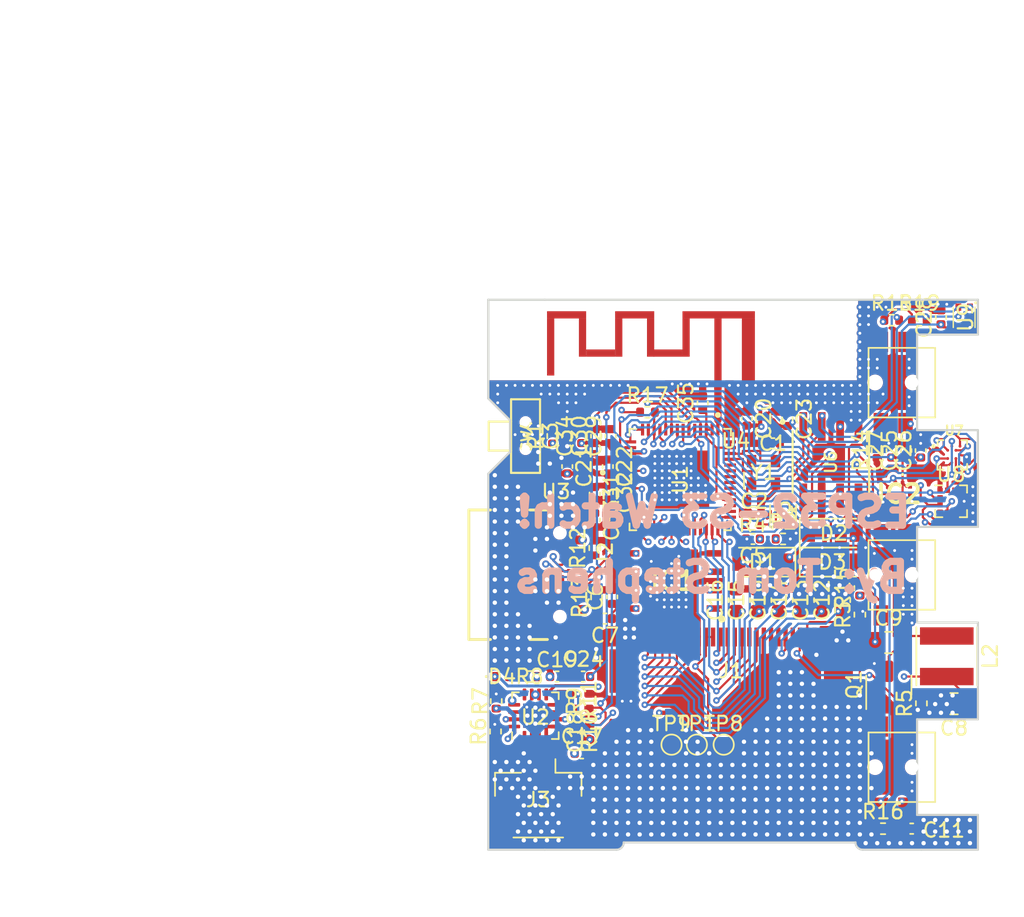
<source format=kicad_pcb>
(kicad_pcb (version 20220427) (generator pcbnew)
  (layers (0 "F.Cu" signal) (1 "In1.Cu" signal) (2 "In2.Cu" signal) (31 "B.Cu" signal) (34 "B.Paste" user) (35 "F.Paste" user) (36 "B.SilkS" user "B.Silkscreen") (37 "F.SilkS" user "F.Silkscreen") (38 "B.Mask" user) (39 "F.Mask" user) (44 "Edge.Cuts" user))
  (net 0 "")
  (net 1 "GND")
  (net 2 "/MCU_Sheet/CHIP_PU")
  (net 3 "/MCU_Sheet/LNA_IN")
  (net 4 "/MCU_Sheet/SPICLK_P")
  (net 5 "VDD_SPI")
  (net 6 "+3V3")
  (net 7 "Net-(D1-K)")
  (net 8 "Net-(D3-A)")
  (net 9 "/MCU_Sheet/PREVGH")
  (net 10 "Net-(J1-Pin_5)")
  (net 11 "Net-(J1-Pin_18)")
  (net 12 "Net-(J1-Pin_20)")
  (net 13 "Net-(J1-Pin_22)")
  (net 14 "Net-(J1-Pin_24)")
  (net 15 "VBUS")
  (net 16 "+BATT")
  (net 17 "VCC")
  (net 18 "BAT_ADC")
  (net 19 "/MCU_Sheet/PREVGL")
  (net 20 "Net-(D4-K)")
  (net 21 "Net-(D4-A)")
  (net 22 "/MCU_Sheet/SPICS0")
  (net 23 "/MCU_Sheet/SPID")
  (net 24 "/MCU_Sheet/SPIWP")
  (net 25 "/MCU_Sheet/SPIQ")
  (net 26 "/MCU_Sheet/SPICLK")
  (net 27 "/MCU_Sheet/SPIHD")
  (net 28 "I2C_SCL")
  (net 29 "I2C_SDA")
  (net 30 "BMP_INT")
  (net 31 "D_BUSY")
  (net 32 "D_RES")
  (net 33 "D_DC")
  (net 34 "D_MOSI")
  (net 35 "D_SCK")
  (net 36 "D_SS")
  (net 41 "/MCU_Sheet/RESE")
  (net 42 "/MCU_Sheet/GDR")
  (net 45 "/Power_Managment_Sheet/CC2")
  (net 46 "/Power_Managment_Sheet/CC1")
  (net 48 "Net-(U2-TS)")
  (net 49 "Net-(U2-ISET)")
  (net 50 "STAT_PWR")
  (net 51 "BTN1")
  (net 52 "BTN2")
  (net 53 "BTN3")
  (net 54 "/MCU_Sheet/MTCK")
  (net 55 "/MCU_Sheet/MTDO")
  (net 56 "/MCU_Sheet/MTDI")
  (net 57 "/MCU_Sheet/MTMS")
  (net 58 "/MCU_Sheet/U0RXD")
  (net 59 "/MCU_Sheet/U0TXD")
  (net 60 "MAG_INT")
  (net 61 "MAG_DRDY")
  (net 62 "/MCU_Sheet/IO13")
  (net 63 "/MCU_Sheet/IO14")
  (net 64 "RTC_INT")
  (net 66 "LDO2")
  (net 67 "/MCU_Sheet/IO18")
  (net 68 "/MCU_Sheet/IO21")
  (net 70 "/MCU_Sheet/IO45")
  (net 71 "/MCU_Sheet/IO46")
  (net 72 "ACCEL_INT1")
  (net 73 "ACCEL_INT2")
  (net 74 "/MCU_Sheet/SPICLK_N")
  (net 77 "LDO2_EN")
  (net 81 "/MCU_Sheet/XTAL_P")
  (net 82 "/MCU_Sheet/XTAL_N")
  (net 83 "USB_N")
  (net 84 "USB_P")
  (net 88 "+3.3VA")
  (footprint "Capacitor_SMD:C_0402_1005Metric" (layer "F.Cu") (at 140.8 56.5 90)
    (fp_text reference "C28")
    (fp_text value "100nF")
  )
  (footprint "BMP390:BMP390" (layer "F.Cu") (at 137.9 68.7)
    (fp_text reference "IC2")
    (fp_text value "BMP390" hide)
  )
  (footprint "DS3231MZ:21-0041B_8" (layer "F.Cu") (at 133.2 66.5 90)
    (fp_text reference "U6")
    (fp_text value "DS3231MZ")
  )
  (footprint "BMM150:XDCR_BMM150" (layer "F.Cu") (at 141.58275 66)
    (fp_text reference "U7")
    (fp_text value "BMM150")
  )
  (footprint "Capacitor_SMD:C_0402_1005Metric" (layer "F.Cu") (at 124.35 62.42 90)
    (fp_text reference "C35")
    (fp_text value "2.2nF")
  )
  (footprint "Watchy:24_Pins_0.5mm_Pitch_ZIF_Connector_UP" (layer "F.Cu") (at 126.32 80.92)
    (fp_text reference "J1")
    (fp_text value "FPC24(0.5MM)")
  )
  (footprint "LED_SMD:LED_0402_1005Metric" (layer "F.Cu") (at 110.5 81.3)
    (fp_text reference "D4")
    (fp_text value "LED")
  )
  (footprint "Package_TO_SOT_SMD:SOT-23" (layer "F.Cu") (at 137.2 81.875 90)
    (fp_text reference "Q1")
    (fp_text value "AO3400A")
  )
  (footprint "Package_DFN_QFN:VQFN-16-1EP_3x3mm_P0.5mm_EP1.68x1.68mm_ThermalVias" (layer "F.Cu") (at 112.8 84 90)
    (fp_text reference "U2")
    (fp_text value "BQ24230RGT")
  )
  (footprint "Capacitor_SMD:C_0402_1005Metric" (layer "F.Cu") (at 137.4 65.7 90)
    (fp_text reference "C27")
    (fp_text value "100nF")
  )
  (footprint "Capacitor_SMD:C_0805_2012Metric" (layer "F.Cu") (at 141.7 83.175 180)
    (fp_text reference "C8")
    (fp_text value "4.7uF/50V")
  )
  (footprint "Capacitor_SMD:C_0402_1005Metric" (layer "F.Cu") (at 117 64.7 90)
    (fp_text reference "C30")
    (fp_text value "100nF")
  )
  (footprint "NCP167BMX330TBG:REG_NCP167BMX330TBG" (layer "F.Cu") (at 116.4 66.9 180)
    (fp_text reference "U3")
    (fp_text value "NCP167BMX330TBG")
  )
  (footprint "Resistor_SMD:R_0402_1005Metric" (layer "F.Cu") (at 110.1 83 -90)
    (fp_text reference "R7")
    (fp_text value "510R")
  )
  (footprint "Capacitor_SMD:C_0402_1005Metric" (layer "F.Cu") (at 129.2 65.2)
    (fp_text reference "C1")
    (fp_text value "10pF")
  )
  (footprint "Resistor_SMD:R_0402_1005Metric" (layer "F.Cu") (at 135.2 77.025 90)
    (fp_text reference "R3")
    (fp_text value "10K")
  )
  (footprint "Capacitor_SMD:C_0603_1608Metric" (layer "F.Cu") (at 126.65 76.025 90)
    (fp_text reference "C16")
    (fp_text value "1uF/50V")
  )
  (footprint "Resistor_SMD:R_0402_1005Metric" (layer "F.Cu") (at 120.54 63.05)
    (fp_text reference "R17")
    (fp_text value "10K")
  )
  (footprint "Capacitor_SMD:C_0603_1608Metric" (layer "F.Cu") (at 129.6 76.025 90)
    (fp_text reference "C10")
    (fp_text value "1uF/50V")
  )
  (footprint "Capacitor_SMD:C_0402_1005Metric" (layer "F.Cu") (at 114.3 81.3)
    (fp_text reference "C19")
    (fp_text value "4.7uF")
  )
  (footprint "Resistor_SMD:R_0402_1005Metric" (layer "F.Cu") (at 116.5 83 90)
    (fp_text reference "R11")
    (fp_text value "1M")
  )
  (footprint "Package_LGA:LGA-12_2x2mm_P0.5mm" (layer "F.Cu") (at 141.5 69.2)
    (fp_text reference "U8")
    (fp_text value "BMA423")
  )
  (footprint "W25Q128JVPIQ:SON127P600X500X80-9N-D" (layer "F.Cu") (at 122.3 74.7 180)
    (fp_text reference "IC1")
    (fp_text value "W25Q128JVPIQ" hide)
  )
  (footprint "Connector_JST:JST_GH_BM02B-GHS-TBT_1x02-1MP_P1.25mm_Vertical" (layer "F.Cu") (at 113 89.8 180)
    (fp_text reference "J3")
    (fp_text value "Conn_01x02_Male")
  )
  (footprint "Capacitor_SMD:C_0805_2012Metric" (layer "F.Cu") (at 137.2 78.95)
    (fp_text reference "C9")
    (fp_text value "4.7uF/50V")
  )
  (footprint "USB4110-GF-A_REVB:GCT_USB4110-GF-A_REVB" (layer "F.Cu") (at 114.49 74.27 -90)
    (fp_text reference "J2")
    (fp_text value "USB4110-GF-A_REVB")
  )
  (footprint "ESP32-S3R8:QFN40P700X700X90-57N" (layer "F.Cu") (at 122.8 67.7 -90)
    (fp_text reference "U1")
    (fp_text value "ESP32-S3")
  )
  (footprint "Watchy:K2-1114SA-A4SW-06" (layer "F.Cu") (at 137.55 74.275 -90)
    (fp_text reference "SW2" hide)
    (fp_text value "BTN")
  )
  (footprint "Resistor_SMD:R_0402_1005Metric" (layer "F.Cu") (at 112.4 81.3 180)
    (fp_text reference "R8")
    (fp_text value "2.2k")
  )
  (footprint "Diode_SMD:D_SOD-123" (layer "F.Cu") (at 133.3 71.4)
    (fp_text reference "D2")
    (fp_text value "MBR0530")
  )
  (footprint "TestPoint:TestPoint_Pad_D1.0mm" (layer "F.Cu") (at 123.95 86)
    (fp_text reference "TP1")
    (fp_text value "TestPoint")
  )
  (footprint "Capacitor_SMD:C_0603_1608Metric" (layer "F.Cu") (at 128.125 76.025 90)
    (fp_text reference "C15")
    (fp_text value "1uF/50V")
  )
  (footprint "Resistor_SMD:R_0402_1005Metric" (layer "F.Cu") (at 137.4 56.7)
    (fp_text reference "R18")
    (fp_text value "4.7k")
  )
  (footprint "Oscillator:Oscillator_SMD_Abracon_ASDMB-4Pin_2.5x2.0mm" (layer "F.Cu") (at 128.55 67.2)
    (fp_text reference "Y1")
    (fp_text value "40 MHz")
  )
  (footprint "Package_TO_SOT_SMD:SOT-553" (layer "F.Cu") (at 129.9 70.1 90)
    (fp_text reference "U5")
    (fp_text value "NL17SV08XV5T2G")
  )
  (footprint "Diode_SMD:D_SOD-123" (layer "F.Cu") (at 128.5 73.4 180)
    (fp_text reference "D1")
    (fp_text value "MBR0530")
  )
  (footprint "Resistor_SMD:R_0402_1005Metric" (layer "F.Cu") (at 117.025 75.825 90)
    (fp_text reference "R13")
    (fp_text value "5.1k")
  )
  (footprint "Capacitor_SMD:C_0603_1608Metric" (layer "F.Cu") (at 134.025 76.025 90)
    (fp_text reference "C12")
    (fp_text value "1uF/50V")
  )
  (footprint "Capacitor_SMD:C_0402_1005Metric" (layer "F.Cu") (at 115 64.7 90)
    (fp_text reference "C3")
    (fp_text value "1uF")
  )
  (footprint "Resistor_SMD:R_0402_1005Metric" (layer "F.Cu") (at 115.5 83 -90)
    (fp_text reference "R9")
    (fp_text value "220k")
  )
  (footprint "Capacitor_SMD:C_0402_1005Metric" (layer "F.Cu") (at 117.8 68.6 -90)
    (fp_text reference "C32")
    (fp_text value "10nF")
  )
  (footprint "Capacitor_SMD:C_0402_1005Metric" (layer "F.Cu") (at 130.2 63.52 -90)
    (fp_text reference "C23")
    (fp_text value "1uF")
  )
  (footprint "Watchy:K2-1114SA-A4SW-06" (layer "F.Cu") (at 137.55 61 -90)
    (fp_text reference "SW1" hide)
    (fp_text value "BTN")
  )
  (footprint "Capacitor_SMD:C_0402_1005Metric" (layer "F.Cu") (at 115.55 85.15 90)
    (fp_text reference "C18")
    (fp_text value "4.7uF")
  )
  (footprint "Capacitor_SMD:C_0603_1608Metric" (layer "F.Cu") (at 132.55 76.025 90)
    (fp_text reference "C13")
    (fp_text value "1uF/50V")
  )
  (footprint "Capacitor_SMD:C_0402_1005Metric" (layer "F.Cu") (at 117.8 66.8 -90)
    (fp_text reference "C22")
    (fp_text value "1uF")
  )
  (footprint "Resistor_SMD:R_0402_1005Metric" (layer "F.Cu") (at 135.2 75.2 90)
    (fp_text reference "R15")
    (fp_text value "10K")
  )
  (footprint "TestPoint:TestPoint_Pad_D1.0mm" (layer "F.Cu") (at 122.2 86)
    (fp_text reference "TP9")
    (fp_text value "TestPoint")
  )
  (footprint "Capacitor_SMD:C_0402_1005Metric" (layer "F.Cu") (at 138.78 91.8)
    (fp_text reference "C11")
    (fp_text value "1uF/50V")
  )
  (footprint "Resistor_SMD:R_0402_1005Metric" (layer "F.Cu") (at 139.3 56.7)
    (fp_text reference "R19")
    (fp_text value "4.7k")
  )
  (footprint "Capacitor_SMD:C_0402_1005Metric" (layer "F.Cu") (at 118 64.7 90)
    (fp_text reference "C29")
    (fp_text value "100nF")
  )
  (footprint "Watchy:K2-1114SA-A4SW-06" (layer "F.Cu") (at 137.55 87.55 -90)
    (fp_text reference "SW3" hide)
    (fp_text value "BTN")
  )
  (footprint "NCP167BMX330TBG:REG_NCP167BMX330TBG" (layer "F.Cu") (at 128.8125 63.4 180)
    (fp_text reference "U4")
    (fp_text value "NCP167BMX330TBG")
  )
  (footprint "Capacitor_SMD:C_0603_1608Metric" (layer "F.Cu") (at 131.075 76.025 90)
    (fp_text reference "C14")
    (fp_text value "1uF/50V")
  )
  (footprint "Resistor_SMD:R_0402_1005Metric" (layer "F.Cu") (at 110.05 85.09 90)
    (fp_text reference "R6")
    (fp_text value "10k")
  )
  (footprint "TestPoint:TestPoint_Pad_D1.0mm" (layer "F.Cu") (at 125.8 86)
    (fp_text reference "TP8")
    (fp_text value "TestPoint")
  )
  (footprint "Capacitor_SMD:C_0402_1005Metric" (layer "F.Cu") (at 115 66.8 -90)
    (fp_text reference "C21")
    (fp_text value "1uF")
  )
  (footprint "open-Smartwatch:button_side_smd" (layer "F.Cu") (at 112.12275 64.7 180)
    (fp_text reference "SW4")
    (fp_text value "SW_Push")
  )
  (footprint "Capacitor_SMD:C_0402_1005Metric" (layer "F.Cu") (at 116.9 68.7 -90)
    (fp_text reference "C31")
    (fp_text value "1uF")
  )
  (footprint "Capacitor_SMD:C_0402_1005Metric" (layer "F.Cu") (at 116.1 81.3 180)
    (fp_text reference "C24")
    (fp_text value "10nF")
  )
  (footprint "Resistor_SMD:R_0402_1005Metric" (layer "F.Cu") (at 116.55 85.15 90)
    (fp_text reference "R10")
    (fp_text value "1M")
  )
  (footprint "SHT4XA:SHT4XA" (layer "F.Cu") (at 142.4 56.5 -90)
    (fp_text reference "U9")
    (fp_text value "SHT4XA")
  )
  (footprint "Diode_SMD:D_SOD-123" (layer "F.Cu") (at 133.3 73.4)
    (fp_text reference "D3")
    (fp_text value "MBR0530")
  )
  (footprint "Resistor_SMD:R_0402_1005Metric" (layer "F.Cu") (at 136.4 65.7 90)
    (fp_text reference "R14")
    (fp_text value "10K")
  )
  (footprint "Capacitor_SMD:C_0402_1005Metric" (layer "F.Cu") (at 127.82 71.8 180)
    (fp_text reference "C5")
    (fp_text value "1uF")
  )
  (footprint "Capacitor_SMD:C_0402_1005Metric" (layer "F.Cu") (at 139.4 65.7 90)
    (fp_text reference "C26")
    (fp_text value "100nF")
  )
  (footprint "Capacitor_SMD:C_0402_1005Metric" (layer "F.Cu") (at 116 86.6)
    (fp_text reference "C17")
    (fp_text value "0.1uF")
  )
  (footprint "Watchy:SWRA117D" (layer "F.Cu") (at 110.935 60.98)
    (fp_text reference "AE1" hide)
    (fp_text value "Device_Antenna_Chip" hide)
  )
  (footprint "Resistor_SMD:R_0402_1005Metric" (layer "F.Cu") (at 127.8 70.8 180)
    (fp_text reference "R4")
    (fp_text value "100k")
  )
  (footprint "Capacitor_SMD:C_0402_1005Metric" (layer "F.Cu") (at 127.4 63.5 -90)
    (fp_text reference "C20")
    (fp_text value "1uF")
  )
  (footprint "Capacitor_SMD:C_0402_1005Metric" (layer "F.Cu") (at 127.9 69.2 180)
    (fp_text reference "C2")
    (fp_text value "10pF")
  )
  (footprint "Capacitor_SMD:C_0402_1005Metric" (layer "F.Cu") (at 117.6 77.3 180)
    (fp_text reference "C7")
    (fp_text value "0.1uF")
  )
  (footprint "Capacitor_SMD:C_0402_1005Metric" (layer "F.Cu") (at 138.4 65.7 90)
    (fp_text reference "C25")
    (fp_text value "100nF")
  )
  (footprint "Resistor_SMD:R_0402_1005Metric" (layer "F.Cu") (at 129.9 71.8)
    (fp_text reference "R2")
    (fp_text value "442k")
  )
  (footprint "Resistor_SMD:R_0402_1005Metric" (layer "F.Cu") (at 114 64.7 90)
    (fp_text reference "R1")
    (fp_text value "100k")
  )
  (footprint "Capacitor_SMD:C_0402_1005Metric" (layer "F.Cu") (at 116.9 70.5 -90)
    (fp_text reference "C33")
    (fp_text value "0.1uF")
  )
  (footprint "Resistor_SMD:R_0402_1005Metric" (layer "F.Cu") (at 116.9 72.425 90)
    (fp_text reference "R12")
    (fp_text value "5.1k")
  )
  (footprint "Inductor_SMD:L_Taiyo-Yuden_NR-40xx" (layer "F.Cu") (at 141.2 79.9 -90)
    (fp_text reference "L2")
    (fp_text value "10uH 1A")
  )
  (footprint "Capacitor_SMD:C_0402_1005Metric" (layer "F.Cu") (at 118.1 75.8 90)
    (fp_text reference "C6")
    (fp_text value "1uF")
  )
  (footprint "Resistor_SMD:R_0402_1005Metric" (layer "F.Cu") (at 139.45 83.15 90)
    (fp_text reference "R5")
    (fp_text value "3")
  )
  (footprint "Resistor_SMD:R_0402_1005Metric" (layer "F.Cu") (at 136.8 91.8)
    (fp_text reference "R16")
    (fp_text value "10K")
  )
  (footprint "Capacitor_SMD:C_0402_1005Metric" (layer "F.Cu") (at 116 64.7 90)
    (fp_text reference "C34")
    (fp_text value "1uF")
  )
  (gr_line (start 139.15 77.57) (end 143.35 77.57) (stroke (width 0.15)) (layer "Edge.Cuts"))
  (gr_line (start 109.55 93.25) (end 113.45 93.25) (stroke (width 0.15)) (layer "Edge.Cuts"))
  (gr_line (start 143.35 93.25) (end 143.35 90.85) (stroke (width 0.15)) (layer "Edge.Cuts"))
  (gr_line (start 139.15 84.25) (end 143.35 84.25) (stroke (width 0.15)) (layer "Edge.Cuts"))
  (gr_line (start 111.05 63.6) (end 111.05 65.8) (stroke (width 0.15)) (layer "Edge.Cuts"))
  (gr_line (start 109.55 55.29) (end 109.55 62.1) (stroke (width 0.16)) (layer "Edge.Cuts"))
  (gr_arc (start 135.4 93.25) (mid 135.046447 93.103553) (end 134.9 92.75) (stroke (width 0.15)) (layer "Edge.Cuts"))
  (gr_arc (start 118.9 92.75) (mid 118.753553 93.103553) (end 118.4 93.25) (stroke (width 0.15)) (layer "Edge.Cuts"))
  (gr_line (start 139.15 57.69) (end 139.15 64.29) (stroke (width 0.15)) (layer "Edge.Cuts"))
  (gr_line (start 143.35 70.97) (end 139.15 70.97) (stroke (width 0.15)) (layer "Edge.Cuts"))
  (gr_line (start 139.45 93.25) (end 135.4 93.25) (stroke (width 0.15)) (layer "Edge.Cuts"))
  (gr_line (start 113.45 93.25) (end 118.4 93.25) (stroke (width 0.15)) (layer "Edge.Cuts"))
  (gr_line (start 109.55 93.25) (end 109.55 67.3) (stroke (width 0.15)) (layer "Edge.Cuts"))
  (gr_line (start 143.35 77.57) (end 143.35 84.25) (stroke (width 0.15)) (layer "Edge.Cuts"))
  (gr_line (start 143.35 55.29) (end 143.35 57.69) (stroke (width 0.15)) (layer "Edge.Cuts"))
  (gr_line (start 139.15 64.29) (end 143.35 64.29) (stroke (width 0.15)) (layer "Edge.Cuts"))
  (gr_line (start 143.35 64.29) (end 143.35 70.97) (stroke (width 0.15)) (layer "Edge.Cuts"))
  (gr_line (start 139.45 55.29) (end 143.35 55.29) (stroke (width 0.15)) (layer "Edge.Cuts"))
  (gr_line (start 118.9 92.75) (end 134.9 92.75) (stroke (width 0.15)) (layer "Edge.Cuts"))
  (gr_line (start 139.15 90.85) (end 139.15 84.25) (stroke (width 0.15)) (layer "Edge.Cuts"))
  (gr_line (start 139.45 55.29) (end 113.45 55.29) (stroke (width 0.15)) (layer "Edge.Cuts"))
  (gr_line (start 143.35 57.69) (end 139.15 57.69) (stroke (width 0.15)) (layer "Edge.Cuts"))
  (gr_line (start 109.55 67.3) (end 111.05 65.8) (stroke (width 0.15)) (layer "Edge.Cuts"))
  (gr_line (start 139.45 93.25) (end 143.35 93.25) (stroke (width 0.15)) (layer "Edge.Cuts"))
  (gr_line (start 109.55 62.1) (end 111.05 63.6) (stroke (width 0.15)) (layer "Edge.Cuts"))
  (gr_line (start 143.35 90.85) (end 139.15 90.85) (stroke (width 0.15)) (layer "Edge.Cuts"))
  (gr_line (start 139.15 70.97) (end 139.15 77.57) (stroke (width 0.15)) (layer "Edge.Cuts"))
  (gr_line (start 109.55 55.29) (end 113.45 55.29) (stroke (width 0.15)) (layer "Edge.Cuts"))
  (gr_text "By: Tom Stephens" (at 124.95 74.45) (layer "B.SilkS") (effects (font (size 2 2) (thickness 0.5) bold) (justify mirror)))
  (gr_text "ESP32-S3 Watch!" (at 125.1 69.95) (layer "B.SilkS") (effects (font (size 2 2) (thickness 0.5) bold) (justify mirror)))
  (segment (start 116.584511 82.574511) (end 117.574511 82.574511) (width 0.3) (layer "F.Cu") (net 1))
  (segment (start 130.4 71.1) (end 130.4 71.79) (width 0.3) (layer "F.Cu") (net 1))
  (segment (start 126.743795 63.256205) (end 126.98 63.02) (width 0.29337) (layer "F.Cu") (net 1))
  (segment (start 115.08 66.32) (end 115.4 66) (width 0.3) (layer "F.Cu") (net 1))
  (segment (start 140.656416 65.7) (end 140.854896 65.89848) (width 0.15) (layer "F.Cu") (net 1))
  (segment (start 128.38 69.2) (end 128.6 69.2) (width 0.29337) (layer "F.Cu") (net 1))
  (segment (start 115.655 70.98) (end 115.565 71.07) (width 0.3) (layer "F.Cu") (net 1))
  (segment (start 115 66.32) (end 115.08 66.32) (width 0.3) (layer "F.Cu") (net 1))
  (segment (start 137.138 68.188) (end 136.4 67.45) (width 0.15) (layer "F.Cu") (net 1))
  (segment (start 140.8 68.45) (end 140.800489 68.449511) (width 0.15) (layer "F.Cu") (net 1))
  (segment (start 127.6 65.2) (end 126.743795 64.343795) (width 0.29337) (layer "F.Cu") (net 1))
  (segment (start 132.4 71) (end 131.8 71) (width 0.29337) (layer "F.Cu") (net 1))
  (segment (start 140.854896 65.89848) (end 140.9 65.89848) (width 0.15) (layer "F.Cu") (net 1))
  (segment (start 116.88 66.575) (end 117.545 66.575) (width 0.3) (layer "F.Cu") (net 1))
  (segment (start 140.15 65.7) (end 140.656416 65.7) (width 0.15) (layer "F.Cu") (net 1))
  (segment (start 140.800489 66.800489) (end 140.800489 66.712261) (width 0.15) (layer "F.Cu") (net 1))
  (segment (start 116.5 82.49) (end 116.584511 82.574511) (width 0.3) (layer "F.Cu") (net 1))
  (segment (start 115.4 66) (end 116.305 66) (width 0.3) (layer "F.Cu") (net 1))
  (segment (start 118.1 75.32) (end 118.67 74.75) (width 0.3) (layer "F.Cu") (net 1))
  (segment (start 117.22 70.98) (end 117.8 70.4) (width 0.3) (layer "F.Cu") (net 1))
  (segment (start 118.095 75.315) (end 118.1 75.32) (width 0.3) (layer "F.Cu") (net 1))
  (segment (start 122.3 75.5) (end 122.3 74.7) (width 0.29337) (layer "F.Cu") (net 1))
  (segment (start 142.566047 66.136123) (end 142.566047 66.113953) (width 0.15) (layer "F.Cu") (net 1))
  (segment (start 118 64.22) (end 117 64.22) (width 0.29337) (layer "F.Cu") (net 1))
  (segment (start 140.800489 66.712261) (end 140.91523 66.59752) (width 0.15) (layer "F.Cu") (net 1))
  (segment (start 130.8 71) (end 131.2 71) (width 0.29337) (layer "F.Cu") (net 1))
  (segment (start 140 65.8) (end 140.1 65.7) (width 0.15) (layer "F.Cu") (net 1))
  (segment (start 140.91523 66.59752) (end 140.98175 66.59752) (width 0.15) (layer "F.Cu") (net 1))
  (segment (start 116.9 77.3) (end 116.6 77.6) (width 0.3) (layer "F.Cu") (net 1))
  (segment (start 132.565 70.835) (end 132.4 71) (width 0.29337) (layer "F.Cu") (net 1))
  (segment (start 130.4 71.79) (end 130.41 71.8) (width 0.3) (layer "F.Cu") (net 1))
  (segment (start 124.07 78.57) (end 124.07 77.27) (width 0.29337) (layer "F.Cu") (net 1))
  (segment (start 115.33 84.62) (end 115.175489 84.774511) (width 0.2) (layer "F.Cu") (net 1))
  (segment (start 129.052822 63.075) (end 128.963911 63.163911) (width 0.29337) (layer "F.Cu") (net 1))
  (segment (start 116.305 66) (end 116.88 66.575) (width 0.3) (layer "F.Cu") (net 1))
  (segment (start 116 64.22) (end 117 64.22) (width 0.29337) (layer "F.Cu") (net 1))
  (segment (start 130.2 63.04) (end 129.3275 63.04) (width 0.29337) (layer "F.Cu") (net 1))
  (segment (start 129.375 68.425) (end 129.375 67.975) (width 0.29337) (layer "F.Cu") (net 1))
  (segment (start 140.744073 67.200489) (end 140 66.456416) (width 0.15) (layer "F.Cu") (net 1))
  (segment (start 140.800489 67.200489) (end 140.744073 67.200489) (width 0.15) (layer "F.Cu") (net 1))
  (segment (start 113.55 85.4625) (end 113.55 84.75) (width 0.2) (layer "F.Cu") (net 1))
  (segment (start 138.8 69.2) (end 138.662 68.7) (width 0.15) (layer "F.Cu") (net 1))
  (segment (start 117.12 77.3) (end 116.9 77.3) (width 0.3) (layer "F.Cu") (net 1))
  (segment (start 113.39 83.41) (end 113.55 83.25) (width 0.2) (layer "F.Cu") (net 1))
  (segment (start 141.330129 66.712261) (end 141.48123 66.56116) (width 0.15) (layer "F.Cu") (net 1))
  (segment (start 142.566047 66.136123) (end 142.461443 66.031519) (width 0.15) (layer "F.Cu") (net 1))
  (segment (start 115.55 84.62) (end 115.33 84.62) (width 0.2) (layer "F.Cu") (net 1))
  (segment (start 128.72 65.2) (end 127.6 65.2) (width 0.29337) (layer "F.Cu") (net 1))
  (segment (start 116.4 66.9) (end 116.4 66.810634) (width 0.3) (layer "F.Cu") (net 1))
  (segment (start 130.6 70.8) (end 130.8 71) (width 0.29337) (layer "F.Cu") (net 1))
  (segment (start 132.565 68.9638) (end 132.565 70.835) (width 0.29337) (layer "F.Cu") (net 1))
  (segment (start 119.4 83) (end 118.8 83) (width 0.3) (layer "F.Cu") (net 1))
  (segment (start 140.800489 67.200489) (end 140.800489 66.800489) (width 0.15) (layer "F.Cu") (net 1))
  (segment (start 118 83) (end 118.8 83) (width 0.3) (layer "F.Cu") (net 1))
  (segment (start 116.635634 66.575) (end 116.88 66.575) (width 0.3) (layer "F.Cu") (net 1))
  (segment (start 128.6 69.2) (end 129.375 68.425) (width 0.29337) (layer "F.Cu") (net 1))
  (segment (start 140.800489 68.449511) (end 140.800489 67.200489) (width 0.15) (layer "F.Cu") (net 1))
  (segment (start 137.138 69.2) (end 136.8 69.25) (width 0.15) (layer "F.Cu") (net 1))
  (segment (start 137.2 65.41) (end 137.2 65.2) (width 0.15) (layer "F.Cu") (net 1))
  (segment (start 117.574511 82.574511) (end 118 83) (width 0.3) (layer "F.Cu") (net 1))
  (segment (start 129.3275 63.04) (end 129.2925 63.075) (width 0.29337) (layer "F.Cu") (net 1))
  (segment (start 136.4 66.21) (end 137.2 65.41) (width 0.15) (layer "F.Cu") (net 1))
  (segment (start 140.800489 66.712261) (end 141.330129 66.712261) (width 0.15) (layer "F.Cu") (net 1))
  (segment (start 124.07 77.27) (end 122.3 75.5) (width 0.29337) (layer "F.Cu") (net 1))
  (segment (start 138.662 69.2) (end 138.8 69.2) (width 0.15) (layer "F.Cu") (net 1))
  (segment (start 117.025 75.315) (end 118.095 75.315) (width 0.3) (layer "F.Cu") (net 1))
  (segment (start 128.38 69.2) (end 128.38 69.87) (width 0.29337) (layer "F.Cu") (net 1))
  (segment (start 139.4 65.22) (end 139.4 65.2) (width 0.15) (layer "F.Cu") (net 1))
  (segment (start 113.55 83.25) (end 114.2625 83.25) (width 0.2) (layer "F.Cu") (net 1))
  (segment (start 128.57 78.57) (end 128.57 79.97) (width 0.29337) (layer "F.Cu") (net 1))
  (segment (start 118.67 74.75) (end 120.75 74.75) (width 0.3) (layer "F.Cu") (net 1))
  (segment (start 140.1 65.7) (end 140.15 65.7) (width 0.15) (layer "F.Cu") (net 1))
  (segment (start 116.6 77.6) (end 116.47 77.47) (width 0.3) (layer "F.Cu") (net 1))
  (segment (start 136.4 67.45) (end 136.4 66.21) (width 0.15) (layer "F.Cu") (net 1))
  (segment (start 130.4 71.1) (end 131.1 71.1) (width 0.3) (layer "F.Cu") (net 1))
  (segment (start 116.47 77.47) (end 115.565 77.47) (width 0.3) (layer "F.Cu") (net 1))
  (segment (start 142.461443 66.031519) (end 142.2 66.031519) (width 0.15) (layer "F.Cu") (net 1))
  (segment (start 114.2625 84.75) (end 113.55 84.75) (width 0.2) (layer "F.Cu") (net 1))
  (segment (start 115 65.18) (end 115.04 65.18) (width 0.15) (layer "F.Cu") (net 1))
  (segment (start 116.9 71.915) (end 116.9 70.98) (width 0.3) (layer "F.Cu") (net 1))
  (segment (start 115.175489 84.774511) (end 114.287011 84.774511) (width 0.2) (layer "F.Cu") (net 1))
  (segment (start 131.1 71.1) (end 131.2 71) (width 0.3) (layer "F.Cu") (net 1))
  (segment (start 117.8 70.4) (end 117.8 69.08) (width 0.3) (layer "F.Cu") (net 1))
  (segment (start 129.2925 63.075) (end 129.052822 63.075) (width 0.29337) (layer "F.Cu") (net 1))
  (segment (start 115.04 65.18) (end 116 64.22) (width 0.15) (layer "F.Cu") (net 1))
  (segment (start 117.545 66.575) (end 117.8 66.32) (width 0.3) (layer "F.Cu") (net 1))
  (segment (start 117.8 69.08) (end 117 69.08) (width 0.3) (layer "F.Cu") (net 1))
  (segment (start 116.9 70.98) (end 117.22 70.98) (width 0.3) (layer "F.Cu") (net 1))
  (segment (start 113.55 84.75) (end 113.39 84.59) (width 0.2) (layer "F.Cu") (net 1))
  (segment (start 116.9 70.98) (end 115.655 70.98) (width 0.3) (layer "F.Cu") (net 1))
  (segment (start 140.7375 68.45) (end 140.8 68.45) (width 0.15) (layer "F.Cu") (net 1))
  (segment (start 137.138 68.2) (end 137.138 68.188) (width 0.15) (layer "F.Cu") (net 1))
  (segment (start 126.743795 64.343795) (end 126.743795 63.256205) (width 0.29337) (layer "F.Cu") (net 1))
  (segment (start 130.4 70.8) (end 130.4 71.1) (width 0.3) (layer "F.Cu") (net 1))
  (segment (start 140 66.456416) (end 140 65.8) (width 0.15) (layer "F.Cu") (net 1))
  (segment (start 124.205 72.795) (end 122.3 74.7) (width 0.3) (layer "F.Cu") (net 1))
  (segment (start 117 69.08) (end 116.9 69.18) (width 0.3) (layer "F.Cu") (net 1))
  (segment (start 126.98 63.02) (end 127.4 63.02) (width 0.29337) (layer "F.Cu") (net 1))
  (segment (start 116.4 66.810634) (end 116.635634 66.575) (width 0.3) (layer "F.Cu") (net 1))
  (segment (start 114.287011 84.774511) (end 114.2625 84.75) (width 0.2) (layer "F.Cu") (net 1))
  (segment (start 128.38 69.87) (end 128.2 70.05) (width 0.29337) (layer "F.Cu") (net 1))
  (segment (start 125.15 72.795) (end 124.205 72.795) (width 0.3) (layer "F.Cu") (net 1))
  (segment (start 139.4 65.2) (end 139.67 65.22) (width 0.15) (layer "F.Cu") (net 1))
  (segment (start 128.57 79.97) (end 129.6 81) (width 0.29337) (layer "F.Cu") (net 1))
  (segment (start 139.67 65.22) (end 140.15 65.7) (width 0.15) (layer "F.Cu") (net 1))
  (via (at 142.8 92) (size 0.6) (drill 0.3) (layers "F.Cu" "B.Cu") (net 1))
  (via (at 119.2 92.2) (size 0.6) (drill 0.3) (layers "F.Cu" "B.Cu") (net 1))
  (via (at 123.2 86.6) (size 0.6) (drill 0.3) (layers "F.Cu" "B.Cu") (net 1))
  (via (at 135.2 83.4) (size 0.6) (drill 0.3) (layers "F.Cu" "B.Cu") (net 1))
  (via (at 110 71.4) (size 0.6) (drill 0.3) (layers "F.Cu" "B.Cu") (net 1))
  (via (at 111.2 89) (size 0.6) (drill 0.3) (layers "F.Cu" "B.Cu") (net 1))
  (via (at 134.4 78.8) (size 0.6) (drill 0.3) (layers "F.Cu" "B.Cu") (net 1))
  (via (at 130.4 89.8) (size 0.6) (drill 0.3) (layers "F.Cu" "B.Cu") (net 1))
  (via (at 125.6 89) (size 0.6) (drill 0.3) (layers "F.Cu" "B.Cu") (net 1))
  (via (at 129.6 82.6) (size 0.6) (drill 0.3) (layers "F.Cu" "B.Cu") (net 1))
  (via (at 130.6 70.8) (size 0.45) (drill 0.2) (layers "F.Cu" "B.Cu") (net 1))
  (via (at 111.6 69) (size 0.6) (drill 0.3) (layers "F.Cu" "B.Cu") (net 1))
  (via (at 122.7 76) (size 0.45) (drill 0.2) (layers "F.Cu" "B.Cu") (net 1))
  (via (at 140 83.8) (size 0.6) (drill 0.3) (layers "F.Cu" "B.Cu") (net 1))
  (via (at 119.6 78.6) (size 0.6) (drill 0.3) (layers "F.Cu" "B.Cu") (net 1))
  (via (at 123.2 75.5) (size 0.45) (drill 0.2) (layers "F.Cu" "B.Cu") (net 1))
  (via (at 128 85.8) (size 0.6) (drill 0.3) (layers "F.Cu" "B.Cu") (net 1))
  (via (at 135.2 57.6) (size 0.45) (drill 0.2) (layers "F.Cu" "B.Cu") (net 1))
  (via (at 126.4 88.2) (size 0.6) (drill 0.3) (layers "F.Cu" "B.Cu") (net 1))
  (via (at 110 70.6) (size 0.6) (drill 0.3) (layers "F.Cu" "B.Cu") (net 1))
  (via (at 118.4 91.4) (size 0.6) (drill 0.3) (layers "F.Cu" "B.Cu") (net 1))
  (via (at 110 73.8) (size 0.6) (drill 0.3) (layers "F.Cu" "B.Cu") (net 1))
  (via (at 128.8 86.6) (size 0.6) (drill 0.3) (layers "F.Cu" "B.Cu") (net 1))
  (via (at 130.4 61.8) (size 0.45) (drill 0.2) (layers "F.Cu" "B.Cu") (net 1))
  (via (at 126.4 92.2) (size 0.6) (drill 0.3) (layers "F.Cu" "B.Cu") (net 1))
  (via (at 110.8 69) (size 0.6) (drill 0.3) (layers "F.Cu" "B.Cu") (net 1))
  (via (at 129.6 84.2) (size 0.6) (drill 0.3) (layers "F.Cu" "B.Cu") (net 1))
  (via (at 113.6 92.6) (size 0.6) (drill 0.3) (layers "F.Cu" "B.Cu") (net 1))
  (via (at 122.05 68.6) (size 0.45) (drill 0.2) (layers "F.Cu" "B.Cu") (net 1))
  (via (at 132.8 61.2) (size 0.45) (drill 0.2) (layers "F.Cu" "B.Cu") (net 1))
  (via (at 112.8 74.6) (size 0.6) (drill 0.3) (layers "F.Cu" "B.Cu") (net 1))
  (via (at 122.55 68.1) (size 0.45) (drill 0.2) (layers "F.Cu" "B.Cu") (net 1))
  (via (at 112.8 71.8) (size 0.6) (drill 0.3) (layers "F.Cu" "B.Cu") (net 1))
  (via (at 111.6 78.6) (size 0.6) (drill 0.3) (layers "F.Cu" "B.Cu") (net 1))
  (via (at 132 91.4) (size 0.6) (drill 0.3) (layers "F.Cu" "B.Cu") (net 1))
  (via (at 136.2 80.4) (size 0.45) (drill 0.2) (layers "F.Cu" "B.Cu") (net 1))
  (via (at 116.2 71) (size 0.6) (drill 0.3) (layers "F.Cu" "B.Cu") (net 1))
  (via (at 124.8 91.4) (size 0.6) (drill 0.3) (layers "F.Cu" "B.Cu") (net 1))
  (via (at 113.8 69.4) (size 0.6) (drill 0.3) (layers "F.Cu" "B.Cu") (net 1))
  (via (at 123.2 91.4) (size 0.6) (drill 0.3) (layers "F.Cu" "B.Cu") (net 1))
  (via (at 135.8 59.4) (size 0.45) (drill 0.2) (layers "F.Cu" "B.Cu") (net 1))
  (via (at 125.6 89.8) (size 0.6) (drill 0.3) (layers "F.Cu" "B.Cu") (net 1))
  (via (at 130.8 71.4) (size 0.45) (drill 0.2) (layers "F.Cu" "B.Cu") (net 1))
  (via (at 122.7 73.5) (size 0.45) (drill 0.2) (layers "F.Cu" "B.Cu") (net 1))
  (via (at 122.7 73) (size 0.45) (drill 0.2) (layers "F.Cu" "B.Cu") (net 1))
  (via (at 134.4 92.2) (size 0.6) (drill 0.3) (layers "F.Cu" "B.Cu") (net 1))
  (via (at 128.8 92.2) (size 0.6) (drill 0.3) (layers "F.Cu" "B.Cu") (net 1))
  (via (at 130.4 84.2) (size 0.6) (drill 0.3) (layers "F.Cu" "B.Cu") (net 1))
  (via (at 114.6 66.2) (size 0.6) (drill 0.3) (layers "F.Cu" "B.Cu") (net 1))
  (via (at 129.4 74.4) (size 0.6) (drill 0.3) (layers "F.Cu" "B.Cu") (net 1))
  (via (at 136.8 61.8) (size 0.45) (drill 0.2) (layers "F.Cu" "B.Cu") (net 1))
  (via (at 127.4 62.4) (size 0.45) (drill 0.2) (layers "F.Cu" "B.Cu") (net 1))
  (via (at 131.2 71) (size 0.45) (drill 0.2) (layers "F.Cu" "B.Cu") (net 1))
  (via (at 135.8 57) (size 0.45) (drill 0.2) (layers "F.Cu" "B.Cu") (net 1))
  (via (at 121.7 75) (size 0.45) (drill 0.2) (layers "F.Cu" "B.Cu") (net 1))
  (via (at 130.4 86.6) (size 0.6) (drill 0.3) (layers "F.Cu" "B.Cu") (net 1))
  (via (at 115.2 88.2) (size 0.6) (drill 0.3) (layers "F.Cu" "B.Cu") (net 1))
  (via (at 121.05 68.6) (size 0.45) (drill 0.2) (layers "F.Cu" "B.Cu") (net 1))
  (via (at 131.2 83.4) (size 0.6) (drill 0.3) (layers "F.Cu" "B.Cu") (net 1))
  (via (at 123.2 87.4) (size 0.6) (drill 0.3) (layers "F.Cu" "B.Cu") (net 1))
  (via (at 142.4 69.2) (size 0.45) (drill 0.2) (layers "F.Cu" "B.Cu") (net 1))
  (via (at 111.6 89.6) (size 0.6) (drill 0.3) (layers "F.Cu" "B.Cu") (net 1))
  (via (at 113.8 61.2) (size 0.45) (drill 0.2) (layers "F.Cu" "B.Cu") (net 1))
  (via (at 122.05 69.1) (size 0.45) (drill 0.2) (layers "F.Cu" "B.Cu") (net 1))
  (via (at 120.75 75.75) (size 0.45) (drill 0.2) (layers "F.Cu" "B.Cu") (net 1))
  (via (at 128.6 73.2) (size 0.6) (drill 0.3) (layers "F.Cu" "B.Cu") (net 1))
  (via (at 133.4 74.4) (size 0.6) (drill 0.3) (layers "F.Cu" "B.Cu") (net 1))
  (via (at 128 88.2) (size 0.6) (drill 0.3) (layers "F.Cu" "B.Cu") (net 1))
  (via (at 140.6 55.6) (size 0.45) (drill 0.2) (layers "F.Cu" "B.Cu") (net 1))
  (via (at 113.2 64.6) (size 0.45) (drill 0.2) (layers "F.Cu" "B.Cu") (net 1))
  (via (at 119.2 85.8) (size 0.6) (drill 0.3) (layers "F.Cu" "B.Cu") (net 1))
  (via (at 118.8 83) (size 0.45) (drill 0.2) (layers "F.Cu" "B.Cu") (net 1))
  (via (at 124.55 68.1) (size 0.45) (drill 0.2) (layers "F.Cu" "B.Cu") (net 1))
  (via (at 112.4 79.4) (size 0.6) (drill 0.3) (layers "F.Cu" "B.Cu") (net 1))
  (via (at 122.4 87.4) (size 0.6) (drill 0.3) (layers "F.Cu" "B.Cu") (net 1))
  (via (at 140.4 83.2) (size 0.6) (drill 0.3) (layers "F.Cu" "B.Cu") (net 1))
  (via (at 113.2 90.8) (size 0.6) (drill 0.3) (layers "F.Cu" "B.Cu") (net 1))
  (via (at 112.8 72.6) (size 0.6) (drill 0.3) (layers "F.Cu" "B.Cu") (net 1))
  (via (at 113.6 74.6) (size 0.6) (drill 0.3) (layers "F.Cu" "B.Cu") (net 1))
  (via (at 113.6 91.4) (size 0.6) (drill 0.3) (layers "F.Cu" "B.Cu") (net 1))
  (via (at 129.6 81.8) (size 0.6) (drill 0.3) (layers "F.Cu" "B.Cu") (net 1))
  (via (at 113.6 75.4) (size 0.6) (drill 0.3) (layers "F.Cu" "B.Cu") (net 1))
  (via (at 142 92) (size 0.6) (drill 0.3) (layers "F.Cu" "B.Cu") (net 1))
  (via (at 133.6 85.8) (size 0.6) (drill 0.3) (layers "F.Cu" "B.Cu") (net 1))
  (via (at 133.8 75) (size 0.6) (drill 0.3) (layers "F.Cu" "B.Cu") (net 1))
  (via (at 112.4 90.8) (size 0.6) (drill 0.3) (layers "F.Cu" "B.Cu") (net 1))
  (via (at 123.55 67.1) (size 0.45) (drill 0.2) (layers "F.Cu" "B.Cu") (net 1))
  (via (at 114.4 62.4) (size 0.45) (drill 0.2) (layers "F.Cu" "B.Cu") (net 1))
  (via (at 117.6 92.2) (size 0.6) (drill 0.3) (layers "F.Cu" "B.Cu") (net 1))
  (via (at 121.55 67.1) (size 0.45) (drill 0.2) (layers "F.Cu" "B.Cu") (net 1))
  (via (at 141.2 55.6) (size 0.45) (drill 0.2) (layers "F.Cu" "B.Cu") (net 1))
  (via (at 116.8 88.2) (size 0.6) (drill 0.3) (layers "F.Cu" "B.Cu") (net 1))
  (via (at 128.2 75) (size 0.6) (drill 0.3) (layers "F.Cu" "B.Cu") (net 1))
  (via (at 133.6 88.2) (size 0.6) (drill 0.3) (layers "F.Cu" "B.Cu") (net 1))
  (via (at 118.6 61.2) (size 0.45) (drill 0.2) (layers "F.Cu" "B.Cu") (net 1))
  (via (at 128.8 91.4) (size 0.6) (drill 0.3) (layers "F.Cu" "B.Cu") (net 1))
  (via (at 130.4 82.6) (size 0.6) (drill 0.3) (layers "F.Cu" "B.Cu") (net 1))
  (via (at 137.2 92.8) (size 0.6) (drill 0.3) (layers "F.Cu" "B.Cu") (net 1))
  (via (at 110 69.8) (size 0.6) (drill 0.3) (layers "F.Cu" "B.Cu") (net 1))
  (via (at 132.8 83.4) (size 0.6) (drill 0.3) (layers "F.Cu" "B.Cu") (net 1))
  (via (at 128 89.8) (size 0.6) (drill 0.3) (layers "F.Cu" "B.Cu") (net 1))
  (via (at 122.2 75) (size 0.45) (drill 0.2) (layers "F.Cu" "B.Cu") (net 1))
  (via (at 114.6 70.2) (size 0.6) (drill 0.3) (layers "F.Cu" "B.Cu") (net 1))
  (via (at 127.2 91.4) (size 0.6) (drill 0.3) (layers "F.Cu" "B.Cu") (net 1))
  (via (at 122.7 76.5) (size 0.45) (drill 0.2) (layers "F.Cu" "B.Cu") (net 1))
  (via (at 119.2 89.8) (size 0.6) (drill 0.3) (layers "F.Cu" "B.Cu") (net 1))
  (via (at 123.05 68.6) (size 0.45) (drill 0.2) (layers "F.Cu" "B.Cu") (net 1))
  (via (at 119.2 61.2) (size 0.45) (drill 0.2) (layers "F.Cu" "B.Cu") (net 1))
  (via (at 110.8 80.2) (size 0.6) (drill 0.3) (layers "F.Cu" "B.Cu") (net 1))
  (via (at 116.2 61.8) (size 0.45) (drill 0.2) (layers "F.Cu" "B.Cu") (net 1))
  (via (at 115 61.8) (size 0.45) (drill 0.2) (layers "F.Cu" "B.Cu") (net 1))
  (via (at 111.6 70.6) (size 0.6) (drill 0.3) (layers "F.Cu" "B.Cu") (net 1))
  (via (at 138.8 73.2) (size 0.45) (drill 0.2) (layers "F.Cu" "B.Cu") (net 1))
  (via (at 130.4 92.2) (size 0.6) (drill 0.3) (layers "F.Cu" "B.Cu") (net 1))
  (via (at 118.4 89) (size 0.6) (drill 0.3) (layers "F.Cu" "B.Cu") (net 1))
  (via (at 126.4 87.4) (size 0.6) (drill 0.3) (layers "F.Cu" "B.Cu") (net 1))
  (via (at 131.2 84.2) (size 0.6) (drill 0.3) (layers "F.Cu" "B.Cu") (net 1))
  (via (at 126.4 89.8) (size 0.6) (drill 0.3) (layers "F.Cu" "B.Cu") (net 1))
  (via (at 132.8 90.6) (size 0.6) (drill 0.3) (layers "F.Cu" "B.Cu") (net 1))
  (via (at 118.4 85.8) (size 0.6) (drill 0.3) (layers "F.Cu" "B.Cu") (net 1))
  (via (at 110.8 70.6) (size 0.6) (drill 0.3) (layers "F.Cu" "B.Cu") (net 1))
  (via (at 113.6 71) (size 0.6) (drill 0.3) (layers "F.Cu" "B.Cu") (net 1))
  (via (at 123.55 66.1) (size 0.45) (drill 0.2) (layers "F.Cu" "B.Cu") (net 1))
  (via (at 110.8 78.6) (size 0.6) (drill 0.3) (layers "F.Cu" "B.Cu") (net 1))
  (via (at 121.05 68.1) (size 0.45) (drill 0.2) (layers "F.Cu" "B.Cu") (net 1))
  (via (at 120.8 90.6) (size 0.6) (drill 0.3) (layers "F.Cu" "B.Cu") (net 1))
  (via (at 111.6 87.2) (size 0.6) (drill 0.3) (layers "F.Cu" "B.Cu") (net 1))
  (via (at 134.4 89.8) (size 0.6) (drill 0.3) (layers "F.Cu" "B.Cu") (net 1))
  (via (at 124.8 87.4) (size 0.6) (drill 0.3) (layers "F.Cu" "B.Cu") (net 1))
  (via (at 132 92.2) (size 0.6) (drill 0.3) (layers "F.Cu" "B.Cu") (net 1))
  (via (at 138.8 77.6) (size 0.45) (drill 0.2) (layers "F.Cu" "B.Cu") (net 1))
  (via (at 132 82.6) (size 0.6) (drill 0.3) (layers "F.Cu" "B.Cu") (net 1))
  (via (at 110.8 73.8) (size 0.6) (drill 0.3) (layers "F.Cu" "B.Cu") (net 1))
  (via (at 121.7 74.5) (size 0.45) (drill 0.2) (layers "F.Cu" "B.Cu") (net 1))
  (via (at 139.6 92.8) (size 0.6) (drill 0.3) (layers "F.Cu" "B.Cu") (net 1))
  (via (at 124.05 61.1) (size 0.45) (drill 0.2) (layers "F.Cu" "B.Cu") (net 1))
  (via (at 134 78.2) (size 0.6) (drill 0.3) (layers "F.Cu" "B.Cu") (net 1))
  (via (at 127.2 90.6) (size 0.6) (drill 0.3) (layers "F.Cu" "B.Cu") (net 1))
  (via (at 115.2 89) (size 0.6) (drill 0.3) (layers "F.Cu" "B.Cu") (net 1))
  (via (at 121.6 88.2) (size 0.6) (drill 0.3) (layers "F.Cu" "B.Cu") (net 1))
  (via (at 116.8 61.2) (size 0.45) (drill 0.2) (layers "F.Cu" "B.Cu") (net 1))
  (via (at 126.4 91.4) (size 0.6) (drill 0.3) (layers "F.Cu" "B.Cu") (net 1))
  (via (at 110.8 77) (size 0.6) (drill 0.3) (layers "F.Cu" "B.Cu") (net 1))
  (via (at 138.8 72.6) (size 0.45) (drill 0.2) (layers "F.Cu" "B.Cu") (net 1))
  (via (at 122.55 67.1) (size 0.45) (drill 0.2) (layers "F.Cu" "B.Cu") (net 1))
  (via (at 117 80) (size 0.6) (drill 0.3) (layers "F.Cu" "B.Cu") (net 1))
  (via (at 134.4 85.8) (size 0.6) (drill 0.3) (layers "F.Cu" "B.Cu") (net 1))
  (via (at 142 91.2) (size 0.6) (drill 0.3) (layers "F.Cu" "B.Cu") (net 1))
  (via (at 131.2 82.6) (size 0.6) (drill 0.3) (layers "F.Cu" "B.Cu") (net 1))
  (via (at 123.2 76.5) (size 0.45) (drill 0.2) (layers "F.Cu" "B.Cu") (net 1))
  (via (at 136.2 72.8) (size 0.45) (drill 0.2) (layers "F.Cu" "B.Cu") (net 1))
  (via (at 128 86.6) (size 0.6) (drill 0.3) (layers "F.Cu" "B.Cu") (net 1))
  (via (at 143 70.6) (size 0.45) (drill 0.2) (layers "F.Cu" "B.Cu") (net 1))
  (via (at 129.6 87.4) (size 0.6) (drill 0.3) (layers "F.Cu" "B.Cu") (net 1))
  (via (at 133.4 61.2) (size 0.45) (drill 0.2) (layers "F.Cu" "B.Cu") (net 1))
  (via (at 115.4 71) (size 0.6) (drill 0.3) (layers "F.Cu" "B.Cu") (net 1))
  (via (at 137.6 72.6) (size 0.45) (drill 0.2) (layers "F.Cu" "B.Cu") (net 1))
  (via (at 132.8 85.8) (size 0.6) (drill 0.3) (layers "F.Cu" "B.Cu") (net 1))
  (via (at 133.6 91.4) (size 0.6) (drill 0.3) (layers "F.Cu" "B.Cu") (net 1))
  (via (at 125.6 88.2) (size 0.6) (drill 0.3) (layers "F.Cu" "B.Cu") (net 1))
  (via (at 122.55 69.1) (size 0.45) (drill 0.2) (layers "F.Cu" "B.Cu") (net 1))
  (via (at 126.4 90.6) (size 0.6) (drill 0.3) (layers "F.Cu" "B.Cu") (net 1))
  (via (at 128 85) (size 0.6) (drill 0.3) (layers "F.Cu" "B.Cu") (net 1))
  (via (at 124 87.4) (size 0.6) (drill 0.3) (layers "F.Cu" "B.Cu") (net 1))
  (via (at 114.4 90.2) (size 0.6) (drill 0.3) (layers "F.Cu" "B.Cu") (net 1))
  (via (at 115.4 68.6) (size 0.6) (drill 0.3) (layers "F.Cu" "B.Cu") (net 1))
  (via (at 131.4 75) (size 0.6) (drill 0.3) (layers "F.Cu" "B.Cu") (net 1))
  (via (at 135.2 89) (size 0.6) (drill 0.3) (layers "F.Cu" "B.Cu") (net 1))
  (via (at 131.6 62.4) (size 0.45) (drill 0.2) (layers "F.Cu" "B.Cu") (net 1))
  (via (at 130.4 88.2) (size 0.6) (drill 0.3) (layers "F.Cu" "B.Cu") (net 1))
  (via (at 123.2 85.8) (size 0.6) (drill 0.3) (layers "F.Cu" "B.Cu") (net 1))
  (via (at 133.6 89.8) (size 0.6) (drill 0.3) (layers "F.Cu" "B.Cu") (net 1))
  (via (at 128.6 61.8) (size 0.45) (drill 0.2) (layers "F.Cu" "B.Cu") (net 1))
  (via (at 123.2 76) (size 0.45) (drill 0.2) (layers "F.Cu" "B.Cu") (net 1))
  (via (at 129 73.8) (size 0.6) (drill 0.3) (layers "F.Cu" "B.Cu") (net 1))
  (via (at 134 61.2) (size 0.45) (drill 0.2) (layers "F.Cu" "B.Cu") (net 1))
  (via (at 113.6 90.2) (size 0.6) (drill 0.3) (layers "F.Cu" "B.Cu") (net 1))
  (via (at 119 77.4) (size 0.6) (drill 0.3) (layers "F.Cu" "B.Cu") (net 1))
  (via (at 113.8 66.6) (size 0.6) (drill 0.3) (layers "F.Cu" "B.Cu") (net 1))
  (via (at 135.6 92.8) (size 0.6) (drill 0.3) (layers "F.Cu" "B.Cu") (net 1))
  (via (at 112.8 84) (size 0.6) (drill 0.3) (layers "F.Cu" "B.Cu") (net 1))
  (via (at 120.8 85.8) (size 0.6) (drill 0.3) (layers "F.Cu" "B.Cu") (net 1))
  (via (at 116.8 87.4) (size 0.6) (drill 0.3) (layers "F.Cu" "B.Cu") (net 1))
  (via (at 136 89) (size 0.6) (drill 0.3) (layers "F.Cu" "B.Cu") (net 1))
  (via (at 124.8 86.6) (size 0.6) (drill 0.3) (layers "F.Cu" "B.Cu") (net 1))
  (via (at 138.6 62) (size 0.45) (drill 0.2) (layers "F.Cu" "B.Cu") (net 1))
  (via (at 132 84.2) (size 0.6) (drill 0.3) (layers "F.Cu" "B.Cu") (net 1))
  (via (at 129.6 88.2) (size 0.6) (drill 0.3) (layers "F.Cu" "B.Cu") (net 1))
  (via (at 120 86.6) (size 0.6) (drill 0.3) (layers "F.Cu" "B.Cu") (net 1))
  (via (at 125.6 87.4) (size 0.6) (drill 0.3) (layers "F.Cu" "B.Cu") (net 1))
  (via (at 114.4 92.6) (size 0.6) (drill 0.3) (layers "F.Cu" "B.Cu") (net 1))
  (via (at 132.6 74.4) (size 0.6) (drill 0.3) (layers "F.Cu" "B.Cu") (net 1))
  (via (at 117.6 89.8) (size 0.6) (drill 0.3) (layers "F.Cu" "B.Cu") (net 1))
  (via (at 142.566047 66.136123) (size 0.45) (drill 0.2) (layers "F.Cu" "B.Cu") (net 1))
  (via (at 143 68.8) (size 0.45) (drill 0.2) (layers "F.Cu" "B.Cu") (net 1))
  (via (at 131.2 81) (size 0.6) (drill 0.3) (layers "F.Cu" "B.Cu") (net 1))
  (via (at 122.7 75.5) (size 0.45) (drill 0.2) (layers "F.Cu" "B.Cu") (net 1))
  (via (at 110.8 87.2) (size 0.6) (drill 0.3) (layers "F.Cu" "B.Cu") (net 1))
  (via (at 113 66.6) (size 0.6) (drill 0.3) (layers "F.Cu" "B.Cu") (net 1))
  (via (at 119.2 86.6) (size 0.6) (drill 0.3) (layers "F.Cu" "B.Cu") (net 1))
  (via (at 133.6 89) (size 0.6) (drill 0.3) (layers "F.Cu" "B.Cu") (net 1))
  (via (at 134.6 61.8) (size 0.45) (drill 0.2) (layers "F.Cu" "B.Cu") (net 1))
  (via (at 133.6 92.2) (size 0.6) (drill 0.3) (layers "F.Cu" "B.Cu") (net 1))
  (via (at 134.2 75.6) (size 0.6) (drill 0.3) (layers "F.Cu" "B.Cu") (net 1))
  (via (at 122.2 75.5) (size 0.45) (drill 0.2) (layers "F.Cu" "B.Cu") (net 1))
  (via (at 113 64) (size 0.45) (drill 0.2) (layers "F.Cu" "B.Cu") (net 1))
  (via (at 122.55 66.1) (size 0.45) (drill 0.2) (layers "F.Cu" "B.Cu") (net 1))
  (via (at 125.6 91.4) (size 0.6) (drill 0.3) (layers "F.Cu" "B.Cu") (net 1))
  (via (at 117.6 90.6) (size 0.6) (drill 0.3) (layers "F.Cu" "B.Cu") (net 1))
  (via (at 120 89) (size 0.6) (drill 0.3) (layers "F.Cu" "B.Cu") (net 1))
  (via (at 123.55 66.6) (size 0.45) (drill 0.2) (layers "F.Cu" "B.Cu") (net 1))
  (via (at 132.2 61.2) (size 0.45) (drill 0.2) (layers "F.Cu" "B.Cu") (net 1))
  (via (at 135.2 60.6) (size 0.45) (drill 0.2) (layers "F.Cu" "B.Cu") (net 1))
  (via (at 133.6 87.4) (size 0.6) (drill 0.3) (layers "F.Cu" "B.Cu") (net 1))
  (via (at 128 92.2) (size 0.6) (drill 0.3) (layers "F.Cu" "B.Cu") (net 1))
  (via (at 135.2 82.6) (size 0.6) (drill 0.3) (layers "F.Cu" "B.Cu") (net 1))
  (via (at 119.2 85) (size 0.6) (drill 0.3) (layers "F.Cu" "B.Cu") (net 1))
  (via (at 132.8 89) (size 0.6) (drill 0.3) (layers "F.Cu" "B.Cu") (net 1))
  (via (at 135.2 61.2) (size 0.45) (drill 0.2) (layers "F.Cu" "B.Cu") (net 1))
  (via (at 143 68.2) (size 0.45) (drill 0.2) (layers "F.Cu" "B.Cu") (net 1))
  (via (at 111.6 69.8) (size 0.6) (drill 0.3) (layers "F.Cu" "B.Cu") (net 1))
  (via (at 111.4 61.2) (size 0.45) (drill 0.2) (layers "F.Cu" "B.Cu") (net 1))
  (via (at 117 79.4) (size 0.6) (drill 0.3) (layers "F.Cu" "B.Cu") (net 1))
  (via (at 130.4 90.6) (size 0.6) (drill 0.3) (layers "F.Cu" "B.Cu") (net 1))
  (via (at 112.4 92) (size 0.6) (drill 0.3) (layers "F.Cu" "B.Cu") (net 1))
  (via (at 121.7 76) (size 0.45) (drill 0.2) (layers "F.Cu" "B.Cu") (net 1))
  (via (at 116 89) (size 0.6) (drill 0.3) (layers "F.Cu" "B.Cu") (net 1))
  (via (at 131 61.8) (size 0.45) (drill 0.2) (layers "F.Cu" "B.Cu") (net 1))
  (via (at 113.6 71.8) (size 0.6) (drill 0.3) (layers "F.Cu" "B.Cu") (net 1))
  (via (at 123.55 68.6) (size 0.45) (drill 0.2) (layers "F.Cu" "B.Cu") (net 1))
  (via (at 134.4 91.4) (size 0.6) (drill 0.3) (layers "F.Cu" "B.Cu") (net 1))
  (via (at 119.2 88.2) (size 0.6) (drill 0.3) (layers "F.Cu" "B.Cu") (net 1))
  (via (at 122.4 90.6) (size 0.6) (drill 0.3) (layers "F.Cu" "B.Cu") (net 1))
  (via (at 137 55.8) (size 0.45) (drill 0.2) (layers "F.Cu" "B.Cu") (net 1))
  (via (at 122.2 73.5) (size 0.45) (drill 0.2) (layers "F.Cu" "B.Cu") (net 1))
  (via (at 126.8 61.2) (size 0.45) (drill 0.2) (layers "F.Cu" "B.Cu") (net 1))
  (via (at 132.6 73) (size 0.45) (drill 0.2) (layers "F.Cu" "B.Cu") (net 1))
  (via (at 121.7 75.5) (size 0.45) (drill 0.2) (layers "F.Cu" "B.Cu") (net 1))
  (via (at 110 68.2) (size 0.6) (drill 0.3) (layers "F.Cu" "B.Cu") (net 1))
  (via (at 142.8 92.8) (size 0.6) (drill 0.3) (layers "F.Cu" "B.Cu") (net 1))
  (via (at 129.6 86.6) (size 0.6) (drill 0.3) (layers "F.Cu" "B.Cu") (net 1))
  (via (at 121.6 92.2) (size 0.6) (drill 0.3) (layers "F.Cu" "B.Cu") (net 1))
  (via (at 129.4 75.6) (size 0.6) (drill 0.3) (layers "F.Cu" "B.Cu") (net 1))
  (via (at 124.8 89) (size 0.6) (drill 0.3) (layers "F.Cu" "B.Cu") (net 1))
  (via (at 120 92.2) (size 0.6) (drill 0.3) (layers "F.Cu" "B.Cu") (net 1))
  (via (at 133.6 86.6) (size 0.6) (drill 0.3) (layers "F.Cu" "B.Cu") (net 1))
  (via (at 110 80.2) (size 0.6) (drill 0.3) (layers "F.Cu" "B.Cu") (net 1))
  (via (at 130.4 87.4) (size 0.6) (drill 0.3) (layers "F.Cu" "B.Cu") (net 1))
  (via (at 116.2 61.2) (size 0.45) (drill 0.2) (layers "F.Cu" "B.Cu") (net 1))
  (via (at 131.6 61.2) (size 0.45) (drill 0.2) (layers "F.Cu" "B.Cu") (net 1))
  (via (at 134.6 62.4) (size 0.45) (drill 0.2) (layers "F.Cu" "B.Cu") (net 1))
  (via (at 123.2 89) (size 0.6) (drill 0.3) (layers "F.Cu" "B.Cu") (net 1))
  (via (at 135.2 86.6) (size 0.6) (drill 0.3) (layers "F.Cu" "B.Cu") (net 1))
  (via (at 112.8 91.4) (size 0.6) (drill 0.3) (layers "F.Cu" "B.Cu") (net 1))
  (via (at 138.8 69.2) (size 0.45) (drill 0.2) (layers "F.Cu" "B.Cu") (net 1))
  (via (at 110.1 82.5) (size 0.45) (drill 0.2) (layers "F.Cu" "B.Cu") (net 1))
  (via (at 129.6 89.8) (size 0.6) (drill 0.3) (layers "F.Cu" "B.Cu") (net 1))
  (via (at 114.4 61.8) (size 0.45) (drill 0.2) (layers "F.Cu" "B.Cu") (net 1))
  (via (at 119 78) (size 0.6) (drill 0.3) (layers "F.Cu" "B.Cu") (net 1))
  (via (at 120 89.8) (size 0.6) (drill 0.3) (layers "F.Cu" "B.Cu") (net 1))
  (via (at 139.4 65.2) (size 0.45) (drill 0.2) (layers "F.Cu" "B.Cu") (net 1))
  (via (at 110 78.6) (size 0.6) (drill 0.3) (layers "F.Cu" "B.Cu") (net 1))
  (via (at 120.8 92.2) (size 0.6) (drill 0.3) (layers "F.Cu" "B.Cu") (net 1))
  (via (at 135.2 58.2) (size 0.45) (drill 0.2) (layers "F.Cu" "B.Cu") (net 1))
  (via (at 135.2 89.8) (size 0.6) (drill 0.3) (layers "F.Cu" "B.Cu") (net 1))
  (via (at 124 88.2) (size 0.6) (drill 0.3) (layers "F.Cu" "B.Cu") (net 1))
  (via (at 136.8 69.25) (size 0.45) (drill 0.2) (layers "F.Cu" "B.Cu") (net 1))
  (via (at 112.4 80.2) (size 0.6) (drill 0.3) (layers "F.Cu" "B.Cu") (net 1))
  (via (at 112.4 77.8) (size 0.6) (drill 0.3) (layers "F.Cu" "B.Cu") (net 1))
  (via (at 127.2 92.2) (size 0.6) (drill 0.3) (layers "F.Cu" "B.Cu") (net 1))
  (via (at 112 86.6) (size 0.6) (drill 0.3) (layers "F.Cu" "B.Cu") (net 1))
  (via (at 114.6 69.4) (size 0.6) (drill 0.3) (layers "F.Cu" "B.Cu") (net 1))
  (via (at 124.8 92.2) (size 0.6) (drill 0.3) (layers "F.Cu" "B.Cu") (net 1))
  (via (at 121.2 75) (size 0.45) (drill 0.2) (layers "F.Cu" "B.Cu") (net 1))
  (via (at 133.4 75.6) (size 0.6) (drill 0.3) (layers "F.Cu" "B.Cu") (net 1))
  (via (at 110 76.2) (size 0.6) (drill 0.3) (layers "F.Cu" "B.Cu") (net 1))
  (via (at 135.2 85.8) (size 0.6) (drill 0.3) (layers "F.Cu" "B.Cu") (net 1))
  (via (at 118.4 92.2) (size 0.6) (drill 0.3) (layers "F.Cu" "B.Cu") (net 1))
  (via (at 122.05 68.1) (size 0.45) (drill 0.2) (layers "F.Cu" "B.Cu") (net 1))
  (via (at 124 89.8) (size 0.6) (drill 0.3) (layers "F.Cu" "B.Cu") (net 1))
  (via (at 112.4 78.6) (size 0.6) (drill 0.3) (layers "F.Cu" "B.Cu") (net 1))
  (via (at 129.6 90.6) (size 0.6) (drill 0.3) (layers "F.Cu" "B.Cu") (net 1))
  (via (at 135.8 56.4) (size 0.45) (drill 0.2) (layers "F.Cu" "B.Cu") (net 1))
  (via (at 131.2 92.2) (size 0.6) (drill 0.3) (layers "F.Cu" "B.Cu") (net 1))
  (via (at 128 61.8) (size 0.45) (drill 0.2) (layers "F.Cu" "B.Cu") (net 1))
  (via (at 139.6 92) (size 0.6) (drill 0.3) (layers "F.Cu" "B.Cu") (net 1))
  (via (at 135.2 92.2) (size 0.6) (drill 0.3) (layers "F.Cu" "B.Cu") (net 1))
  (via (at 110.8 74.6) (size 0.6) (drill 0.3) (layers "F.Cu" "B.Cu") (net 1))
  (via (at 112.8 87.8) (size 0.6) (drill 0.3) (layers "F.Cu" "B.Cu") (net 1))
  (via (at 124.65 61.1) (size 0.45) (drill 0.2) (layers "F.Cu" "B.Cu") (net 1))
  (via (at 110.8 88.4) (size 0.6) (drill 0.3) (layers "F.Cu" "B.Cu") (net 1))
  (via (at 136.4 59.4) (size 0.45) (drill 0.2) (layers "F.Cu" "B.Cu") (net 1))
  (via (at 119.2 89) (size 0.6) (drill 0.3) (layers "F.Cu" "B.Cu") (net 1))
  (via (at 115.4 70.2) (size 0.6) (drill 0.3) (layers "F.Cu" "B.Cu") (net 1))
  (via (at 123.2 90.6) (size 0.6) (drill 0.3) (layers "F.Cu" "B.Cu") (net 1))
  (via (at 112.8 83.45) (size 0.6) (drill 0.3) (layers "F.Cu" "B.Cu") (net 1))
  (via (at 122.05 67.1) (size 0.45) (drill 0.2) (layers "F.Cu" "B.Cu") (net 1))
  (via (at 138.6 62.6) (size 0.45) (drill 0.2) (layers "F.Cu" "B.Cu") (net 1))
  (via (at 123.55 69.1) (size 0.45) (drill 0.2) (layers "F.Cu" "B.Cu") (net 1))
  (via (at 120.8 91.4) (size 0.6) (drill 0.3) (layers "F.Cu" "B.Cu") (net 1))
  (via (at 120.8 87.4) (size 0.6) (drill 0.3) (layers "F.Cu" "B.Cu") (net 1))
  (via (at 121.05 66.6) (size 0.45) (drill 0.2) (layers "F.Cu" "B.Cu") (net 1))
  (via (at 112 89) (size 0.6) (drill 0.3) (layers "F.Cu" "B.Cu") (net 1))
  (via (at 133.8 73) (size 0.45) (drill 0.2) (layers "F.Cu" "B.Cu") (net 1))
  (via (at 116.8 91.4) (size 0.6) (drill 0.3) (layers "F.Cu" "B.Cu") (net 1))
  (via (at 112.8 92.6) (size 0.6) (drill 0.3) (layers "F.Cu" "B.Cu") (net 1))
  (via (at 132.8 85) (size 0.6) (drill 0.3) (layers "F.Cu" "B.Cu") (net 1))
  (via (at 138.2 75.2) (size 0.45) (drill 0.2) (layers "F.Cu" "B.Cu") (net 1))
  (via (at 124 91.4) (size 0.6) (drill 0.3) (layers "F.Cu" "B.Cu") (net 1))
  (via (at 129.2 61.2) (size 0.45) (drill 0.2) (layers "F.Cu" "B.Cu") (net 1))
  (via (at 130.4 71.8) (size 0.45) (drill 0.2) (layers "F.Cu" "B.Cu") (net 1))
  (via (at 115 62.4) (size 0.45) (drill 0.2) (layers "F.Cu" "B.Cu") (net 1))
  (via (at 132.6 73.6) (size 0.45) (drill 0.2) (layers "F.Cu" "B.Cu") (net 1))
  (via (at 120.8 73.35) (size 0.45) (drill 0.2) (layers "F.Cu" "B.Cu") (net 1))
  (via (at 122.7 74) (size 0.45) (drill 0.2) (layers "F.Cu" "B.Cu") (net 1))
  (via (at 138.2 75.8) (size 0.45) (drill 0.2) (layers "F.Cu" "B.Cu") (net 1))
  (via (at 123.05 67.6) (size 0.45) (drill 0.2) (layers "F.Cu" "B.Cu") (net 1))
  (via (at 112.4 88.4) (size 0.6) (drill 0.3) (layers "F.Cu" "B.Cu") (net 1))
  (via (at 128.2 70.05) (size 0.45) (drill 0.2) (layers "F.Cu" "B.Cu") (net 1))
  (via (at 122.7 75) (size 0.45) (drill 0.2) (layers "F.Cu" "B.Cu") (net 1))
  (via (at 119.6 78) (size 0.6) (drill 0.3) (layers "F.Cu" "B.Cu") (net 1))
  (via (at 121.55 69.1) (size 0.45) (drill 0.2) (layers "F.Cu" "B.Cu") (net 1))
  (via (at 110.2 61.8) (size 0.45) (drill 0.2) (layers "F.Cu" "B.Cu") (net 1))
  (via (at 124 86.6) (size 0.6) (drill 0.3) (layers "F.Cu" "B.Cu") (net 1))
  (via (at 117.6 88.2) (size 0.6) (drill 0.3) (layers "F.Cu" "B.Cu") (net 1))
  (via (at 116 88.2) (size 0.6) (drill 0.3) (layers "F.Cu" "B.Cu") (net 1))
  (via (at 110.8 77.8) (size 0.6) (drill 0.3) (layers "F.Cu" "B.Cu") (net 1))
  (via (at 115.4 69.4) (size 0.6) (drill 0.3) (layers "F.Cu" "B.Cu") (net 1))
  (via (at 110 77) (size 0.6) (drill 0.3) (layers "F.Cu" "B.Cu") (net 1))
  (via (at 114 89.6) (size 0.6) (drill 0.3) (layers "F.Cu" "B.Cu") (net 1))
  (via (at 112.8 84.55) (size 0.6) (drill 0.3) (layers "F.Cu" "B.Cu") (net 1))
  (via (at 122.05 66.6) (size 0.45) (drill 0.2) (layers "F.Cu" "B.Cu") (net 1))
  (via (at 125.6 92.2) (size 0.6) (drill 0.3) (layers "F.Cu" "B.Cu") (net 1))
  (via (at 132.8 89.8) (size 0.6) (drill 0.3) (layers "F.Cu" "B.Cu") (net 1))
  (via (at 122.2 74) (size 0.45) (drill 0.2) (layers "F.Cu" "B.Cu") (net 1))
  (via (at 114.4 91.4) (size 0.6) (drill 0.3) (layers "F.Cu" "B.Cu") (net 1))
  (via (at 111.4 64.6) (size 0.45) (drill 0.2) (layers "F.Cu" "B.Cu") (net 1))
  (via (at 133.6 84.2) (size 0.6) (drill 0.3) (layers "F.Cu" "B.Cu") (net 1))
  (via (at 132.8 87.4) (size 0.6) (drill 0.3) (layers "F.Cu" "B.Cu") (net 1))
  (via (at 132.8 92.2) (size 0.6) (drill 0.3) (layers "F.Cu" "B.Cu") (net 1))
  (via (at 117.6 91.4) (size 0.6) (drill 0.3) (layers "F.Cu" "B.Cu") (net 1))
  (via (at 128 90.6) (size 0.6) (drill 0.3) (layers "F.Cu" "B.Cu") (net 1))
  (via (at 132 85) (size 0.6) (drill 0.3) (layers "F.Cu" "B.Cu") (net 1))
  (via (at 132.2 61.8) (size 0.45) (drill 0.2) (layers "F.Cu" "B.Cu") (net 1))
  (via (at 133.8 72.4) (size 0.45) (drill 0.2) (layers "F.Cu" "B.Cu") (net 1))
  (via (at 122.2 76.5) (size 0.45) (drill 0.2) (layers "F.Cu" "B.Cu") (net 1))
  (via (at 120 85) (size 0.6) (drill 0.3) (layers "F.Cu" "B.Cu") (net 1))
  (via (at 122.2 76) (size 0.45) (drill 0.2) (layers "F.Cu" "B.Cu") (net 1))
  (via (at 124 92.2) (size 0.6) (drill 0.3) (layers "F.Cu" "B.Cu") (net 1))
  (via (at 112.25 84) (size 0.6) (drill 0.3) (layers "F.Cu" "B.Cu") (net 1))
  (via (at 124.05 67.6) (size 0.45) (drill 0.2) (layers "F.Cu" "B.Cu") (net 1))
  (via (at 132.2 79.8) (size 0.6) (drill 0.3) (layers "F.Cu" "B.Cu") (net 1))
  (via (at 131.8 71) (size 0.45) (drill 0.2) (layers "F.Cu" "B.Cu") (net 1))
  (via (at 131.6 61.8) (size 0.45) (drill 0.2) (layers "F.Cu" "B.Cu") (net 1))
  (via (at 133 75) (size 0.6) (drill 0.3) (layers "F.Cu" "B.Cu") (net 1))
  (via (at 124.8 90.6) (size 0.6) (drill 0.3) (layers "F.Cu" "B.Cu") (net 1))
  (via (at 122.4 92.2) (size 0.6) (drill 0.3) (layers "F.Cu" "B.Cu") (net 1))
  (via (at 138.6 60) (size 0.45) (drill 0.2) (layers "F.Cu" "B.Cu") (net 1))
  (via (at 111.6 79.4) (size 0.6) (drill 0.3) (layers "F.Cu" "B.Cu") (net 1))
  (via (at 138.8 88.6) (size 0.45) (drill 0.2) (layers "F.Cu" "B.Cu") (net 1))
  (via (at 132.8 91.4) (size 0.6) (drill 0.3) (layers "F.Cu" "B.Cu") (net 1))
  (via (at 125.6 90.6) (size 0.6) (drill 0.3) (layers "F.Cu" "B.Cu") (net 1))
  (via (at 133.6 90.6) (size 0.6) (drill 0.3) (layers "F.Cu" "B.Cu") (net 1))
  (via (at 143 69.4) (size 0.45) (drill 0.2) (layers "F.Cu" "B.Cu") (net 1))
  (via (at 138.8 92.8) (size 0.6) (drill 0.3) (layers "F.Cu" "B.Cu") (net 1))
  (via (at 120.8 89.8) (size 0.6) (drill 0.3) (layers "F.Cu" "B.Cu") (net 1))
  (via (at 114.4 61.2) (size 0.45) (drill 0.2) (layers "F.Cu" "B.Cu") (net 1))
  (via (at 134.4 83.4) (size 0.6) (drill 0.3) (layers "F.Cu" "B.Cu") (net 1))
  (via (at 130.4 85.8) (size 0.6) (drill 0.3) (layers "F.Cu" "B.Cu") (net 1))
  (via (at 123.2 89.8) (size 0.6) (drill 0.3) (layers "F.Cu" "B.Cu") (net 1))
  (via (at 138.8 75.2) (size 0.45) (drill 0.2) (layers "F.Cu" "B.Cu") (net 1))
  (via (at 110 75.4) (size 0.6) (drill 0.3) (layers "F.Cu" "B.Cu") (net 1))
  (via (at 121.2 76) (size 0.45) (drill 0.2) (layers "F.Cu" "B.Cu") (net 1))
  (via (at 114.4 75.4) (size 0.6) (drill 0.3) (layers "F.Cu" "B.Cu") (net 1))
  (via (at 124 90.6) (size 0.6) (drill 0.3) (layers "F.Cu" "B.Cu") (net 1))
  (via (at 117.6 86.6) (size 0.6) (drill 0.3) (layers "F.Cu" "B.Cu") (net 1))
  (via (at 135.4 76.8) (size 0.45) (drill 0.2) (layers "F.Cu" "B.Cu") (net 1))
  (via (at 140.8 82.6) (size 0.6) (drill 0.3) (layers "F.Cu" "B.Cu") (net 1))
  (via (at 122.05 67.6) (size 0.45) (drill 0.2) (layers "F.Cu" "B.Cu") (net 1))
  (via (at 117.6 89) (size 0.6) (drill 0.3) (layers "F.Cu" "B.Cu") (net 1))
  (via (at 113.8 68.6) (size 0.6) (drill 0.3) (layers "F.Cu" "B.Cu") (net 1))
  (via (at 128.6 61.2) (size 0.45) (drill 0.2) (layers "F.Cu" "B.Cu") (net 1))
  (via (at 121.05 69.1) (size 0.45) (drill 0.2) (layers "F.Cu" "B.Cu") (net 1))
  (via (at 119.2 87.4) (size 0.6) (drill 0.3) (layers "F.Cu" "B.Cu") (net 1))
  (via (at 120 88.2) (size 0.6) (drill 0.3) (layers "F.Cu" "B.Cu") (net 1))
  (via (at 123.05 66.1) (size 0.45) (drill 0.2) (layers "F.Cu" "B.Cu") (net 1))
  (via (at 132.6 72.4) (size 0.45) (drill 0.2) (layers "F.Cu" "B.Cu") (net 1))
  (via (at 119.4 83) (size 0.45) (drill 0.2) (layers "F.Cu" "B.Cu") (net 1))
  (via (at 132.4 71) (size 0.45) (drill 0.2) (layers "F.Cu" "B.Cu") (net 1))
  (via (at 115.6 61.2) (size 0.45) (drill 0.2) (layers "F.Cu" "B.Cu") (net 1))
  (via (at 116.8 92.2) (size 0.6) (drill 0.3) (layers "F.Cu" "B.Cu") (net 1))
  (via (at 128 87.4) (size 0.6) (drill 0.3) (layers "F.Cu" "B.Cu") (net 1))
  (via (at 112 87.8) (size 0.6) (drill 0.3) (layers "F.Cu" "B.Cu") (net 1))
  (via (at 135.2 84.2) (size 0.6) (drill 0.3) (layers "F.Cu" "B.Cu") (net 1))
  (via (at 129.2 61.8) (size 0.45) (drill 0.2) (layers "F.Cu" "B.Cu") (net 1))
  (via (at 113 65.2) (size 0.45) (drill 0.2) (layers "F.Cu" "B.Cu") (net 1))
  (via (at 121.2 74.5) (size 0.45) (drill 0.2) (layers "F.Cu" "B.Cu") (net 1))
  (via (at 134.6 63) (size 0.45) (drill 0.2) (layers "F.Cu" "B.Cu") (net 1))
  (via (at 121.7 76.5) (size 0.45) (drill 0.2) (layers "F.Cu" "B.Cu") (net 1))
  (via (at 112 92.6) (size 0.6) (drill 0.3) (layers "F.Cu" "B.Cu") (net 1))
  (via (at 131.2 85) (size 0.6) (drill 0.3) (layers "F.Cu" "B.Cu") (net 1))
  (via (at 122.55 67.6) (size 0.45) (drill 0.2) (layers "F.Cu" "B.Cu") (net 1))
  (via (at 132.8 88.2) (size 0.6) (drill 0.3) (layers "F.Cu" "B.Cu") (net 1))
  (via (at 132.6 75.6) (size 0.6) (drill 0.3) (layers "F.Cu" "B.Cu") (net 1))
  (via (at 143 70) (size 0.45) (drill 0.2) (layers "F.Cu" "B.Cu") (net 1))
  (via (at 121.55 66.6) (size 0.45) (drill 0.2) (layers "F.Cu" "B.Cu") (net 1))
  (via (at 121.2 75.5) (size 0.45) (drill 0.2) (layers "F.Cu" "B.Cu") (net 1))
  (via (at 134.4 87.4) (size 0.6) (drill 0.3) (layers "F.Cu" "B.Cu") (net 1))
  (via (at 140.4 92) (size 0.6) (drill 0.3) (layers "F.Cu" "B.Cu") (net 1))
  (via (at 121.05 67.1) (size 0.45) (drill 0.2) (layers "F.Cu" "B.Cu") (net 1))
  (via (at 132 81.8) (size 0.6) (drill 0.3) (layers "F.Cu" "B.Cu") (net 1))
  (via (at 129.6 91.4) (size 0.6) (drill 0.3) (layers "F.Cu" "B.Cu") (net 1))
  (via (at 115.6 61.8) (size 0.45) (drill 0.2) (layers "F.Cu" "B.Cu") (net 1))
  (via (at 138.6 59.4) (size 0.45) (drill 0.2) (layers "F.Cu" "B.Cu") (net 1))
  (via (at 130.4 83.4) (size 0.6) (drill 0.3) (layers "F.Cu" "B.Cu") (net 1))
  (via (at 124.05 68.6) (size 0.45) (drill 0.2) (layers "F.Cu" "B.Cu") (net 1))
  (via (at 110.8 61.2) (size 0.45) (drill 0.2) (layers "F.Cu" "B.Cu") (net 1))
  (via (at 120.8 86.6) (size 0.6) (drill 0.3) (layers "F.Cu" "B.Cu") (net 1))
  (via (at 122.7 74.5) (size 0.45) (drill 0.2) (layers "F.Cu" "B.Cu") (net 1))
  (via (at 124.05 69.1) (size 0.45) (drill 0.2) (layers "F.Cu" "B.Cu") (net 1))
  (via (at 132.2 75) (size 0.6) (drill 0.3) (layers "F.Cu" "B.Cu") (net 1))
  (via (at 122.55 66.6) (size 0.45) (drill 0.2) (layers "F.Cu" "B.Cu") (net 1))
  (via (at 134.6 61.2) (size 0.45) (drill 0.2) (layers "F.Cu" "B.Cu") (net 1))
  (via (at 121.55 68.6) (size 0.45) (drill 0.2) (layers "F.Cu" "B.Cu") (net 1))
  (via (at 119.2 90.6) (size 0.6) (drill 0.3) (layers "F.Cu" "B.Cu") (net 1))
  (via (at 122.4 89.8) (size 0.6) (drill 0.3) (layers "F.Cu" "B.Cu") (net 1))
  (via (at 138.8 76.4) (size 0.45) (drill 0.2) (layers "F.Cu" "B.Cu") (net 1))
  (via (at 128 91.4) (size 0.6) (drill 0.3) (layers "F.Cu" "B.Cu") (net 1))
  (via (at 139.4 64.6) (size 0.45) (drill 0.2) (layers "F.Cu" "B.Cu") (net 1))
  (via (at 138 92.8) (size 0.6) (drill 0.3) (layers "F.Cu" "B.Cu") (net 1))
  (via (at 127.2 86.6) (size 0.6) (drill 0.3) (layers "F.Cu" "B.Cu") (net 1))
  (via (at 142.8 57.2) (size 0.45) (drill 0.2) (layers "F.Cu" "B.Cu") (net 1))
  (via (at 121.55 66.1) (size 0.45) (drill 0.2) (layers "F.Cu" "B.Cu") (net 1))
  (via (at 111.6 80.2) (size 0.6) (drill 0.3) (layers "F.Cu" "B.Cu") (net 1))
  (via (at 135.8 70.2) (size 0.45) (drill 0.2) (layers "F.Cu" "B.Cu") (net 1))
  (via (at 135.2 59.4) (size 0.45) (drill 0.2) (layers "F.Cu" "B.Cu") (net 1))
  (via (at 110.4 87.8) (size 0.6) (drill 0.3) (layers "F.Cu" "B.Cu") (net 1))
  (via (at 114.4 76.2) (size 0.6) (drill 0.3) (layers "F.Cu" "B.Cu") (net 1))
  (via (at 121.7 74) (size 0.45) (drill 0.2) (layers "F.Cu" "B.Cu") (net 1))
  (via (at 121.55 67.6) (size 0.45) (drill 0.2) (layers "F.Cu" "B.Cu") (net 1))
  (via (at 112 64.6) (size 0.45) (drill 0.2) (layers "F.Cu" "B.Cu") (net 1))
  (via (at 121.6 91.4) (size 0.6) (drill 0.3) (layers "F.Cu" "B.Cu") (net 1))
  (via (at 124 89) (size 0.6) (drill 0.3) (layers "F.Cu" "B.Cu") (net 1))
  (via (at 129.2 62.4) (size 0.45) (drill 0.2) (layers "F.Cu" "B.Cu") (net 1))
  (via (at 134.6 63.6) (size 0.45) (drill 0.2) (layers "F.Cu" "B.Cu") (net 1))
  (via (at 128 61.2) (size 0.45) (drill 0.2) (layers "F.Cu" "B.Cu") (net 1))
  (via (at 116.8 89.8) (size 0.6) (drill 0.3) (layers "F.Cu" "B.Cu") (net 1))
  (via (at 135.2 85) (size 0.6) (drill 0.3) (layers "F.Cu" "B.Cu") (net 1))
  (via (at 130.4 81) (size 0.6) (drill 0.3) (layers "F.Cu" "B.Cu") (net 1))
  (via (at 116.8 89) (size 0.6) (drill 0.3) (layers "F.Cu" "B.Cu") (net 1))
  (via (at 136.4 92.8) (size 0.6) (drill 0.3) (layers "F.Cu" "B.Cu") (net 1))
  (via (at 135.2 90.6) (size 0.6) (drill 0.3) (layers "F.Cu" "B.Cu") (net 1))
  (via (at 141.2 92) (size 0.6) (drill 0.3) (layers "F.Cu" "B.Cu") (net 1))
  (via (at 127.2 89) (size 0.6) (drill 0.3) (layers "F.Cu" "B.Cu") (net 1))
  (via (at 128.2 73.8) (size 0.6) (drill 0.3) (layers "F.Cu" "B.Cu") (net 1))
  (via (at 110.8 71.4) (size 0.6) (drill 0.3) (layers "F.Cu" "B.Cu") (net 1))
  (via (at 111.2 87.8) (size 0.6) (drill 0.3) (layers "F.Cu" "B.Cu") (net 1))
  (via (at 135.2 62.4) (size 0.45) (drill 0.2) (layers "F.Cu" "B.Cu") (net 1))
  (via (at 112 91.4) (size 0.6) (drill 0.3) (layers "F.Cu" "B.Cu") (net 1))
  (via (at 128.8 89.8) (size 0.6) (drill 0.3) (layers "F.Cu" "B.Cu") (net 1))
  (via (at 133.6 83.4) (size 0.6) (drill 0.3) (layers "F.Cu" "B.Cu") (net 1))
  (via (at 126.4 89) (size 0.6) (drill 0.3) (layers "F.Cu" "B.Cu") (net 1))
  (via (at 110.8 75.4) (size 0.6) (drill 0.3) (layers "F.Cu" "B.Cu") (net 1))
  (via (at 133.4 61.8) (size 0.45) (drill 0.2) (layers "F.Cu" "B.Cu") (net 1))
  (via (at 118 61.2) (size 0.45) (drill 0.2) (layers "F.Cu" "B.Cu") (net 1))
  (via (at 123.2 75) (size 0.45) (drill 0.2) (layers "F.Cu" "B.Cu") (net 1))
  (via (at 138.8 86) (size 0.45) (drill 0.2) (layers "F.Cu" "B.Cu") (net 1))
  (via (at 142.8 91.2) (size 0.6) (drill 0.3) (layers "F.Cu" "B.Cu") (net 1))
  (via (at 129.8 62.4) (size 0.45) (drill 0.2) (layers "F.Cu" "B.Cu") (net 1))
  (via (at 129.6 85.8) (size 0.6) (drill 0.3) (layers "F.Cu" "B.Cu") (net 1))
  (via (at 110.2 61.2) (size 0.45) (drill 0.2) (layers "F.Cu" "B.Cu") (net 1))
  (via (at 130.4 85) (size 0.6) (drill 0.3) (layers "F.Cu" "B.Cu") (net 1))
  (via (at 128 89) (size 0.6) (drill 0.3) (layers "F.Cu" "B.Cu") (net 1))
  (via (at 110 72.2) (size 0.6) (drill 0.3) (layers "F.Cu" "B.Cu") (net 1))
  (via (at 113.2 92) (size 0.6) (drill 0.3) (layers "F.Cu" "B.Cu") (net 1))
  (via (at 111.6 88.4) (size 0.6) (drill 0.3) (layers "F.Cu" "B.Cu") (net 1))
  (via (at 132 83.4) (size 0.6) (drill 0.3) (layers "F.Cu" "B.Cu") (net 1))
  (via (at 135.2 58.8) (size 0.45) (drill 0.2) (layers "F.Cu" "B.Cu") (net 1))
  (via (at 110 73) (size 0.6) (drill 0.3) (layers "F.Cu" "B.Cu") (net 1))
  (via (at 135.2 60) (size 0.45) (drill 0.2) (layers "F.Cu" "B.Cu") (net 1))
  (via (at 115 65.4) (size 0.6) (drill 0.3) (layers "F.Cu" "B.Cu") (net 1))
  (via (at 135.2 87.4) (size 0.6) (drill 0.3) (layers "F.Cu" "B.Cu") (net 1))
  (via (at 114 92) (size 0.6) (drill 0.3) (layers "F.Cu" "B.Cu") (net 1))
  (via (at 117.6 87.4) (size 0.6) (drill 0.3) (layers "F.Cu" "B.Cu") (net 1))
  (via (at 112.8 75.4) (size 0.6) (drill 0.3) (layers "F.Cu" "B.Cu") (net 1))
  (via (at 115.6 62.4) (size 0.45) (drill 0.2) (layers "F.Cu" "B.Cu") (net 1))
  (via (at 135.2 55.8) (size 0.45) (drill 0.2) (layers "F.Cu" "B.Cu") (net 1))
  (via (at 124.8 88.2) (size 0.6) (drill 0.3) (layers "F.Cu" "B.Cu") (net 1))
  (via (at 126.8 61.8) (size 0.45) (drill 0.2) (layers "F.Cu" "B.Cu") (net 1))
  (via (at 128.6 74.4) (size 0.6) (drill 0.3) (layers "F.Cu" "B.Cu") (net 1))
  (via (at 116.8 90.6) (size 0.6) (drill 0.3) (layers "F.Cu" "B.Cu") (net 1))
  (via (at 122.25 61.1) (size 0.45) (drill 0.2) (layers "F.Cu" "B.Cu") (net 1))
  (via (at 127.2 85.8) (size 0.6) (drill 0.3) (layers "F.Cu" "B.Cu") (net 1))
  (via (at 120.75 75.25) (size 0.45) (drill 0.2) (layers "F.Cu" "B.Cu") (net 1))
  (via (at 112.6 61.2) (size 0.45) (drill 0.2) (layers "F.Cu" "B.Cu") (net 1))
  (via (at 127.4 61.2) (size 0.45) (drill 0.2) (layers "F.Cu" "B.Cu") (net 1))
  (via (at 128.6 75.6) (size 0.6) (drill 0.3) (layers "F.Cu" "B.Cu") (net 1))
  (via (at 129.6 85) (size 0.6) (drill 0.3) (layers "F.Cu" "B.Cu") (net 1))
  (via (at 141.6 82.6) (size 0.6) (drill 0.3) (layers "F.Cu" "B.Cu") (net 1))
  (via (at 121.6 89) (size 0.6) (drill 0.3) (layers "F.Cu" "B.Cu") (net 1))
  (via (at 123.05 69.1) (size 0.45) (drill 0.2) (layers "F.Cu" "B.Cu") (net 1))
  (via (at 130.4 81.8) (size 0.6) (drill 0.3) (layers "F.Cu" "B.Cu") (net 1))
  (via (at 111.6 68.2) (size 0.6) (drill 0.3) (layers "F.Cu" "B.Cu") (net 1))
  (via (at 121.55 68.1) (size 0.45) (drill 0.2) (layers "F.Cu" "B.Cu") (net 1))
  (via (at 135.2 57) (size 0.45) (drill 0.2) (layers "F.Cu" "B.Cu") (net 1))
  (via (at 110 74.6) (size 0.6) (drill 0.3) (layers "F.Cu" "B.Cu") (net 1))
  (via (at 138.2 77) (size 0.45) (drill 0.2) (layers "F.Cu" "B.Cu") (net 1))
  (via (at 122.2 74.5) (size 0.45) (drill 0.2) (layers "F.Cu" "B.Cu") (net 1))
  (via (at 120.75 74.75) (size 0.45) (drill 0.2) (layers "F.Cu" "B.Cu") (net 1))
  (via (at 115 63) (size 0.45) (drill 0.2) (layers "F.Cu" "B.Cu") (net 1))
  (via (at 112 90.2) (size 0.6) (drill 0.3) (layers "F.Cu" "B.Cu") (net 1))
  (via (at 110.4 89) (size 0.6) (drill 0.3) (layers "F.Cu" "B.Cu") (net 1))
  (via (at 124.8 89.8) (size 0.6) (drill 0.3) (layers "F.Cu" "B.Cu") (net 1))
  (via (at 124.55 68.6) (size 0.45) (drill 0.2) (layers "F.Cu" "B.Cu") (net 1))
  (via (at 132 85.8) (size 0.6) (drill 0.3) (layers "F.Cu" "B.Cu") (net 1))
  (via (at 122.4 91.4) (size 0.6) (drill 0.3) (layers "F.Cu" "B.Cu") (net 1))
  (via (at 123.05 67.1) (size 0.45) (drill 0.2) (layers "F.Cu" "B.Cu") (net 1))
  (via (at 136.4 62.4) (size 0.45) (drill 0.2) (layers "F.Cu" "B.Cu") (net 1))
  (via (at 135.2 88.2) (size 0.6) (drill 0.3) (layers "F.Cu" "B.Cu") (net 1))
  (via (at 129.6 81) (size 0.6) (drill 0.3) (layers "F.Cu" "B.Cu") (net 1))
  (via (at 110 79.4) (size 0.6) (drill 0.3) (layers "F.Cu" "B.Cu") (net 1))
  (via (at 121.6 90.6) (size 0.6) (drill 0.3) (layers "F.Cu" "B.Cu") (net 1))
  (via (at 114.2 78.6) (size 0.6) (drill 0.3) (layers "F.Cu" "B.Cu") (net 1))
  (via (at 127.4 61.8) (size 0.45) (drill 0.2) (layers "F.Cu" "B.Cu") (net 1))
  (via (at 134 62.4) (size 0.45) (drill 0.2) (layers "F.Cu" "B.Cu") (net 1))
  (via (at 110 87.2) (size 0.6) (drill 0.3) (layers "F.Cu" "B.Cu") (net 1))
  (via (at 123.45 61.1) (size 0.45) (drill 0.2) (layers "F.Cu" "B.Cu") (net 1))
  (via (at 134.4 86.6) (size 0.6) (drill 0.3) (layers "F.Cu" "B.Cu") (net 1))
  (via (at 129.8 61.2) (size 0.45) (drill 0.2) (layers "F.Cu" "B.Cu") (net 1))
  (via (at 128.8 87.4) (size 0.6) (drill 0.3) (layers "F.Cu" "B.Cu") (net 1))
  (via (at 127.2 87.4) (size 0.6) (drill 0.3) (layers "F.Cu" "B.Cu") (net 1))
  (via (at 133.8 71.2) (size 0.45) (drill 0.2) (layers "F.Cu" "B.Cu") (net 1))
  (via (at 112.4 87.2) (size 0.6) (drill 0.3) (layers "F.Cu" "B.Cu") (net 1))
  (via (at 134 61.8) (size 0.45) (drill 0.2) (layers "F.Cu" "B.Cu") (net 1))
  (via (at 129.6 83.4) (size 0.6) (drill 0.3) (layers "F.Cu" "B.Cu") (net 1))
  (via (at 122.4 88.2) (size 0.6) (drill 0.3) (layers "F.Cu" "B.Cu") (net 1))
  (via (at 128.8 85) (size 0.6) (drill 0.3) (layers "F.Cu" "B.Cu") (net 1))
  (via (at 127.2 88.2) (size 0.6) (drill 0.3) (layers "F.Cu" "B.Cu") (net 1))
  (via (at 110.8 73) (size 0.6) (drill 0.3) (layers "F.Cu" "B.Cu") (net 1))
  (via (at 135.2 91.4) (size 0.6) (drill 0.3) (layers "F.Cu" "B.Cu") (net 1))
  (via (at 123.55 68.1) (size 0.45) (drill 0.2) (layers "F.Cu" "B.Cu") (net 1))
  (via (at 129.6 89) (size 0.6) (drill 0.3) (layers "F.Cu" "B.Cu") (net 1))
  (via (at 128.8 85.8) (size 0.6) (drill 0.3) (layers "F.Cu" "B.Cu") (net 1))
  (via (at 110.8 76.2) (size 0.6) (drill 0.3) (layers "F.Cu" "B.Cu") (net 1))
  (via (at 131.2 91.4) (size 0.6) (drill 0.3) (layers "F.Cu" "B.Cu") (net 1))
  (via (at 132.8 84.2) (size 0.6) (drill 0.3) (layers "F.Cu" "B.Cu") (net 1))
  (via (at 114.4 89) (size 0.6) (drill 0.3) (layers "F.Cu" "B.Cu") (net 1))
  (via (at 111.6 77) (size 0.6) (drill 0.3) (layers "F.Cu" "B.Cu") (net 1))
  (via (at 132 89) (size 0.6) (drill 0.3) (layers "F.Cu" "B.Cu") (net 1))
  (via (at 122.85 61.1) (size 0.45) (drill 0.2) (layers "F.Cu" "B.Cu") (net 1))
  (via (at 141.6 83.8) (size 0.6) (drill 0.3) (layers "F.Cu" "B.Cu") (net 1))
  (via (at 134.4 85) (size 0.6) (drill 0.3) (layers "F.Cu" "B.Cu") (net 1))
  (via (at 120 87.4) (size 0.6) (drill 0.3) (layers "F.Cu" "B.Cu") (net 1))
  (via (at 110 69) (size 0.6) (drill 0.3) (layers "F.Cu" "B.Cu") (net 1))
  (via (at 113 65.8) (size 0.6) (drill 0.3) (layers "F.Cu" "B.Cu") (net 1))
  (via (at 122.4 89) (size 0.6) (drill 0.3) (layers "F.Cu" "B.Cu") (net 1))
  (via (at 122.55 68.6) (size 0.45) (drill 0.2) (layers "F.Cu" "B.Cu") (net 1))
  (via (at 131.2 85.8) (size 0.6) (drill 0.3) (layers "F.Cu" "B.Cu") (net 1))
  (via (at 135.8 60) (size 0.45) (drill 0.2) (layers "F.Cu" "B.Cu") (net 1))
  (via (at 111.6 90.8) (size 0.6) (drill 0.3) (layers "F.Cu" "B.Cu") (net 1))
  (via (at 123.05 68.1) (size 0.45) (drill 0.2) (layers "F.Cu" "B.Cu") (net 1))
  (via (at 131.8 75.6) (size 0.6) (drill 0.3) (layers "F.Cu" "B.Cu") (net 1))
  (via (at 132.8 61.8) (size 0.45) (drill 0.2) (layers "F.Cu" "B.Cu") (net 1))
  (via (at 138.8 75.8) (size 0.45) (drill 0.2) (layers "F.Cu" "B.Cu") (net 1))
  (via (at 138.2 76.4) (size 0.45) (drill 0.2) (layers "F.Cu" "B.Cu") (net 1))
  (via (at 110 88.4) (size 0.6) (drill 0.3) (layers "F.Cu" "B.Cu") (net 1))
  (via (at 112.4 89.6) (size 0.6) (drill 0.3) (layers "F.Cu" "B.Cu") (net 1))
  (via (at 132.8 62.4) (size 0.45) (drill 0.2) (layers "F.Cu" "B.Cu") (net 1))
  (via (at 119 78.6) (size 0.6) (drill 0.3) (layers "F.Cu" "B.Cu") (net 1))
  (via (at 130.4 61.2) (size 0.45) (drill 0.2) (layers "F.Cu" "B.Cu") (net 1))
  (via (at 117.4 61.2) (size 0.45) (drill 0.2) (layers "F.Cu" "B.Cu") (net 1))
  (via (at 112.8 89) (size 0.6) (drill 0.3) (layers "F.Cu" "B.Cu") (net 1))
  (via (at 111.6 77.8) (size 0.6) (drill 0.3) (layers "F.Cu" "B.Cu") (net 1))
  (via (at 112.8 90.2) (size 0.6) (drill 0.3) (layers "F.Cu" "B.Cu") (net 1))
  (via (at 120 90.6) (size 0.6) (drill 0.3) (layers "F.Cu" "B.Cu") (net 1))
  (via (at 121.05 66.1) (size 0.45) (drill 0.2) (layers "F.Cu" "B.Cu") (net 1))
  (via (at 123.2 85) (size 0.6) (drill 0.3) (layers "F.Cu" "B.Cu") (net 1))
  (via (at 123.55 67.6) (size 0.45) (drill 0.2) (layers "F.Cu" "B.Cu") (net 1))
  (via (at 113.2 61.2) (size 0.45) (drill 0.2) (layers "F.Cu" "B.Cu") (net 1))
  (via (at 113.8 70.2) (size 0.6) (drill 0.3) (layers "F.Cu" "B.Cu") (net 1))
  (via (at 138.8 86.6) (size 0.45) (drill 0.2) (layers "F.Cu" "B.Cu") (net 1))
  (via (at 123.2 92.2) (size 0.6) (drill 0.3) (layers "F.Cu" "B.Cu") (net 1))
  (via (at 119.2 91.4) (size 0.6) (drill 0.3) (layers "F.Cu" "B.Cu") (net 1))
  (via (at 123.05 66.6) (size 0.45) (drill 0.2) (layers "F.Cu" "B.Cu") (net 1))
  (via (at 129.6 92.2) (size 0.6) (drill 0.3) (layers "F.Cu" "B.Cu") (net 1))
  (via (at 115 61.2) (size 0.45) (drill 0.2) (layers "F.Cu" "B.Cu") (net 1))
  (via (at 113.35 84) (size 0.6) (drill 0.3) (layers "F.Cu" "B.Cu") (net 1))
  (via (at 142 92.8) (size 0.6) (drill 0.3) (layers "F.Cu" "B.Cu") (net 1))
  (via (at 132 90.6) (size 0.6) (drill 0.3) (layers "F.Cu" "B.Cu") (net 1))
  (via (at 110 84.6) (size 0.45) (drill 0.2) (layers "F.Cu" "B.Cu") (net 1))
  (via (at 131.2 89) (size 0.6) (drill 0.3) (layers "F.Cu" "B.Cu") (net 1))
  (via (at 135.6 72.4) (size 0.45) (drill 0.2) (layers "F.Cu" "B.Cu") (net 1))
  (via (at 141.2 83.2) (size 0.6) (drill 0.3) (layers "F.Cu" "B.Cu") (net 1))
  (via (at 139.6 91.2) (size 0.6) (drill 0.3) (layers "F.Cu" "B.Cu") (net 1))
  (via (at 131 75.6) (size 0.6) (drill 0.3) (layers "F.Cu" "B.Cu") (net 1))
  (via (at 135.8 62.4) (size 0.45) (drill 0.2) (layers "F.Cu" "B.Cu") (net 1))
  (via (at 113.2 61.8) (size 0.45) (drill 0.2) (layers "F.Cu" "B.Cu") (net 1))
  (via (at 128.8 89) (size 0.6) (drill 0.3) (layers "F.Cu" "B.Cu") (net 1))
  (via (at 110.2 62.4) (size 0.45) (drill 0.2) (layers "F.Cu" "B.Cu") (net 1))
  (via (at 129.8 61.8) (size 0.45) (drill 0.2) (layers "F.Cu" "B.Cu") (net 1))
  (via (at 111.6 92) (size 0.6) (drill 0.3) (layers "F.Cu" "B.Cu") (net 1))
  (via (at 124 85.8) (size 0.6) (drill 0.3) (layers "F.Cu" "B.Cu") (net 1))
  (via (at 131 62.4) (size 0.45) (drill 0.2) (layers "F.Cu" "B.Cu") (net 1))
  (via (at 136.4 60) (size 0.45) (drill 0.2) (layers "F.Cu" "B.Cu") (net 1))
  (via (at 134.4 88.2) (size 0.6) (drill 0.3) (layers "F.Cu" "B.Cu") (net 1))
  (via (at 133.6 78.8) (size 0.6) (drill 0.3) (layers "F.Cu" "B.Cu") (net 1))
  (via (at 132 88.2) (size 0.6) (drill 0.3) (layers "F.Cu" "B.Cu") (net 1))
  (via (at 129 75) (size 0.6) (drill 0.3) (layers "F.Cu" "B.Cu") (net 1))
  (via (at 131.2 88.2) (size 0.6) (drill 0.3) (layers "F.Cu" "B.Cu") (net 1))
  (via (at 118.4 90.6) (size 0.6) (drill 0.3) (layers "F.Cu" "B.Cu") (net 1))
  (via (at 140.4 92.8) (size 0.6) (drill 0.3) (layers "F.Cu" "B.Cu") (net 1))
  (via (at 132 86.6) (size 0.6) (drill 0.3) (layers "F.Cu" "B.Cu") (net 1))
  (via (at 131.2 87.4) (size 0.6) (drill 0.3) (layers "F.Cu" "B.Cu") (net 1))
  (via (at 120.8 85) (size 0.6) (drill 0.3) (layers "F.Cu" "B.Cu") (net 1))
  (via (at 135.2 56.4) (size 0.45) (drill 0.2) (layers "F.Cu" "B.Cu") (net 1))
  (via (at 131.2 89.8) (size 0.6) (drill 0.3) (layers "F.Cu" "B.Cu") (net 1))
  (via (at 138.8 77) (size 0.45) (drill 0.2) (layers "F.Cu" "B.Cu") (net 1))
  (via (at 114.6 68.6) (size 0.6) (drill 0.3) (layers "F.Cu" "B.Cu") (net 1))
  (via (at 133.6 85) (size 0.6) (drill 0.3) (layers "F.Cu" "B.Cu") (net 1))
  (via (at 131.2 90.6) (size 0.6) (drill 0.3) (layers "F.Cu" "B.Cu") (net 1))
  (via (at 120.8 89) (size 0.6) (drill 0.3) (layers "F.Cu" "B.Cu") (net 1))
  (via (at 135.2 63) (size 0.45) (drill 0.2) (layers "F.Cu" "B.Cu") (net 1))
  (via (at 110 67.4) (size 0.6) (drill 0.3) (layers "F.Cu" "B.Cu") (net 1))
  (via (at 135.8 61.8) (size 0.45) (drill 0.2) (layers "F.Cu" "B.Cu") (net 1))
  (via (at 132 87.4) (size 0.6) (drill 0.3) (layers "F.Cu" "B.Cu") (net 1))
  (via (at 110.8 79.4) (size 0.6) (drill 0.3) (layers "F.Cu" "B.Cu") (net 1))
  (via (at 118.4 88.2) (size 0.6) (drill 0.3) (layers "F.Cu" "B.Cu") (net 1))
  (via (at 135.2 61.8) (size 0.45) (drill 0.2) (layers "F.Cu" "B.Cu") (net 1))
  (via (at 130.4 91.4) (size 0.6) (drill 0.3) (layers "F.Cu" "B.Cu") (net 1))
  (via (at 128.8 90.6) (size 0.6) (drill 0.3) (layers "F.Cu" "B.Cu") (net 1))
  (via (at 112.6 64.6) (size 0.45) (drill 0.2) (layers "F.Cu" "B.Cu") (net 1))
  (via (at 140.8 83.8) (size 0.6) (drill 0.3) (layers "F.Cu" "B.Cu") (net 1))
  (via (at 120 91.4) (size 0.6) (drill 0.3) (layers "F.Cu" "B.Cu") (net 1))
  (via (at 137.2 65.2) (size 0.45) (drill 0.2) (layers "F.Cu" "B.Cu") (net 1))
  (via (at 113.6 76.2) (size 0.6) (drill 0.3) (layers "F.Cu" "B.Cu") (net 1))
  (via (at 130.4 62.4) (size 0.45) (drill 0.2) (layers "F.Cu" "B.Cu") (net 1))
  (via (at 131.2 86.6) (size 0.6) (drill 0.3) (layers "F.Cu" "B.Cu") (net 1))
  (via (at 110.8 68.2) (size 0.6) (drill 0.3) (layers "F.Cu" "B.Cu") (net 1))
  (via (at 134.4 90.6) (size 0.6) (drill 0.3) (layers "F.Cu" "B.Cu") (net 1))
  (via (at 128.8 84.2) (size 0.6) (drill 0.3) (layers "F.Cu" "B.Cu") (net 1))
  (via (at 120.8 88.2) (size 0.6) (drill 0.3) (layers "F.Cu" "B.Cu") (net 1))
  (via (at 124.55 69.1) (size 0.45) (drill 0.2) (layers "F.Cu" "B.Cu") (net 1))
  (via (at 136.4 55.8) (size 0.45) (drill 0.2) (layers "F.Cu" "B.Cu") (net 1))
  (via (at 136 86.6) (size 0.6) (drill 0.3) (layers "F.Cu" "B.Cu") (net 1))
  (via (at 138.8 89.2) (size 0.45) (drill 0.2) (layers "F.Cu" "B.Cu") (net 1))
  (via (at 141.2 92.8) (size 0.6) (drill 0.3) (layers "F.Cu" "B.Cu") (net 1))
  (via (at 139.2 83.6) (size 0.6) (drill 0.3) (layers "F.Cu" "B.Cu") (net 1))
  (via (at 110.8 69.8) (size 0.6) (drill 0.3) (layers "F.Cu" "B.Cu") (net 1))
  (via (at 127.2 89.8) (size 0.6) (drill 0.3) (layers "F.Cu" "B.Cu") (net 1))
  (via (at 118.4 89.8) (size 0.6) (drill 0.3) (layers "F.Cu" "B.Cu") (net 1))
  (via (at 113.2 89.6) (size 0.6) (drill 0.3) (layers "F.Cu" "B.Cu") (net 1))
  (via (at 134.4 84.2) (size 0.6) (drill 0.3) (layers "F.Cu" "B.Cu") (net 1))
  (via (at 128.8 88.2) (size 0.6) (drill 0.3) (layers "F.Cu" "B.Cu") (net 1))
  (via (at 118.4 87.4) (size 0.6) (drill 0.3) (layers "F.Cu" "B.Cu") (net 1))
  (via (at 123.2 88.2) (size 0.6) (drill 0.3) (layers "F.Cu" "B.Cu") (net 1))
  (via (at 133.4 62.4) (size 0.45) (drill 0.2) (layers "F.Cu" "B.Cu") (net 1))
  (via (at 132.2 62.4) (size 0.45) (drill 0.2) (layers "F.Cu" "B.Cu") (net 1))
  (via (at 120 85.8) (size 0.6) (drill 0.3) (layers "F.Cu" "B.Cu") (net 1))
  (via (at 121.6 87.4) (size 0.6) (drill 0.3) (layers "F.Cu" "B.Cu") (net 1))
  (via (at 135.2 63.6) (size 0.45) (drill 0.2) (layers "F.Cu" "B.Cu") (net 1))
  (via (at 110 77.8) (size 0.6) (drill 0.3) (layers "F.Cu" "B.Cu") (net 1))
  (via (at 124.05 68.1) (size 0.45) (drill 0.2) (layers "F.Cu" "B.Cu") (net 1))
  (via (at 114 90.8) (size 0.6) (drill 0.3) (layers "F.Cu" "B.Cu") (net 1))
  (via (at 135.8 55.8) (size 0.45) (drill 0.2) (layers "F.Cu" "B.Cu") (net 1))
  (via (at 113.8 61.8) (size 0.45) (drill 0.2) (layers "F.Cu" "B.Cu") (net 1))
  (via (at 140.4 91.2) (size 0.6) (drill 0.3) (layers "F.Cu" "B.Cu") (net 1))
  (via (at 126.2 61.2) (size 0.45) (drill 0.2) (layers "F.Cu" "B.Cu") (net 1))
  (via (at 136 92.2) (size 0.6) (drill 0.3) (layers "F.Cu" "B.Cu") (net 1))
  (via (at 134.4 89) (size 0.6) (drill 0.3) (layers "F.Cu" "B.Cu") (net 1))
  (via (at 131.2 81.8) (size 0.6) (drill 0.3) (layers "F.Cu" "B.Cu") (net 1))
  (via (at 112 61.2) (size 0.45) (drill 0.2) (layers "F.Cu" "B.Cu") (net 1))
  (via (at 121.05 67.6) (size 0.45) (drill 0.2) (layers "F.Cu" "B.Cu") (net 1))
  (via (at 127.4 71.8) (size 0.45) (drill 0.2) (layers "F.Cu" "B.Cu") (net 1))
  (via (at 131 61.2) (size 0.45) (drill 0.2) (layers "F.Cu" "B.Cu") (net 1))
  (via (at 121.6 89.8) (size 0.6) (drill 0.3) (layers "F.Cu" "B.Cu") (net 1))
  (via (at 118.4 86.6) (size 0.6) (drill 0.3) (layers "F.Cu" "B.Cu") (net 1))
  (via (at 130.4 89) (size 0.6) (drill 0.3) (layers "F.Cu" "B.Cu") (net 1))
  (via (at 110.8 72.2) (size 0.6) (drill 0.3) (layers "F.Cu" "B.Cu") (net 1))
  (via (at 141.2 91.2) (size 0.6) (drill 0.3) (layers "F.Cu" "B.Cu") (net 1))
  (via (at 132.8 86.6) (size 0.6) (drill 0.3) (layers "F.Cu" "B.Cu") (net 1))
  (via (at 132 89.8) (size 0.6) (drill 0.3) (layers "F.Cu" "B.Cu") (net 1))
  (via (at 122.05 66.1) (size 0.45) (drill 0.2) (layers "F.Cu" "B.Cu") (net 1))
  (segment (start 124.2 64.255) (end 124.2 63.755637) (width 0.15) (layer "F.Cu") (net 2))
  (segment (start 120.043545 61.241449) (end 119.583545 61.701449) (width 0.15) (layer "F.Cu") (net 2))
  (segment (start 119.583545 61.701449) (end 118.059961 61.701449) (width 0.15) (layer "F.Cu") (net 2))
  (segment (start 115 63.9) (end 115 64.22) (width 0.15) (layer "F.Cu") (net 2))
  (segment (start 113.58325 63.77325) (end 114 64.19) (width 0.15) (layer "F.Cu") (net 2))
  (segment (start 121.623483 61.241449) (end 120.043545 61.241449) (width 0.15) (layer "F.Cu") (net 2))
  (segment (start 114.97 64.19) (end 115 64.22) (width 0.15) (layer "F.Cu") (net 2))
  (segment (start 114 64.19) (end 114.97 64.19) (width 0.15) (layer "F.Cu") (net 2))
  (segment (start 117.855216 61.906194) (end 117.83739 61.906194) (width 0.15) (layer "F.Cu") (net 2))
  (segment (start 123.832033 63.45) (end 121.623483 61.241449) (width 0.15) (layer "F.Cu") (net 2))
  (segment (start 113.58325 63.025) (end 113.58325 63.77325) (width 0.15) (layer "F.Cu") (net 2))
  (segment (start 117.83739 61.906194) (end 116.093584 63.65) (width 0.15) (layer "F.Cu") (net 2))
  (segment (start 118.059961 61.701449) (end 117.855216 61.906194) (width 0.15) (layer "F.Cu") (net 2))
  (segment (start 116.093584 63.65) (end 115.25 63.65) (width 0.15) (layer "F.Cu") (net 2))
  (segment (start 123.894363 63.45) (end 123.832033 63.45) (width 0.15) (layer "F.Cu") (net 2))
  (segment (start 115.25 63.65) (end 115 63.9) (width 0.15) (layer "F.Cu") (net 2))
  (segment (start 124.2 63.755637) (end 123.894363 63.45) (width 0.15) (layer "F.Cu") (net 2))
  (segment (start 125.4 64.255) (end 125.4 63.6) (width 0.22) (layer "F.Cu") (net 3))
  (segment (start 125.4 63.6) (end 125.4 61.1) (width 0.5) (layer "F.Cu") (net 3))
  (segment (start 123.4 71.145) (end 123.4 70.5) (width 0.15) (layer "F.Cu") (net 4))
  (segment (start 123.4 70.5) (end 123.05 70.15) (width 0.15) (layer "F.Cu") (net 4))
  (via (at 123.05 70.15) (size 0.45) (drill 0.2) (layers "F.Cu" "B.Cu") (net 4))
  (via (at 128.3 71.8) (size 0.45) (drill 0.2) (layers "F.Cu" "B.Cu") (net 4))
  (via (at 129.4 71.8) (size 0.45) (drill 0.2) (layers "F.Cu" "B.Cu") (net 4))
  (segment (start 120.6 72.05) (end 120.55 72) (width 0.15) (layer "F.Cu") (net 5))
  (segment (start 120.2 71.65) (end 120.55 72) (width 0.15) (layer "F.Cu") (net 5))
  (segment (start 120.55 72) (end 120.6 72) (width 0.15) (layer "F.Cu") (net 5))
  (segment (start 120.2 71.145) (end 120.2 71.65) (width 0.15) (layer "F.Cu") (net 5))
  (segment (start 118.08 76.95) (end 118.425 76.605) (width 0.15) (layer "F.Cu") (net 5))
  (segment (start 118.425 76.605) (end 118.1 76.28) (width 0.15) (layer "F.Cu") (net 5))
  (segment (start 129.4 70.8) (end 128.31 70.8) (width 0.15) (layer "F.Cu") (net 5))
  (segment (start 129.4 70.8) (end 129.4 69.4) (width 0.15) (layer "F.Cu") (net 5))
  (segment (start 119.45 76.605) (end 118.425 76.605) (width 0.15) (layer "F.Cu") (net 5))
  (segment (start 120.6 72) (end 120.6 72.05) (width 0.15) (layer "F.Cu") (net 5))
  (segment (start 118.08 77.3) (end 118.08 76.95) (width 0.15) (layer "F.Cu") (net 5))
  (via (at 119.75 76.6) (size 0.45) (drill 0.2) (layers "F.Cu" "B.Cu") (net 5))
  (via (at 120.6 72) (size 0.45) (drill 0.2) (layers "F.Cu" "B.Cu") (net 5))
  (via (at 129.1 70.8) (size 0.45) (drill 0.2) (layers "F.Cu" "B.Cu") (net 5))
  (segment (start 142.65 83.175) (end 142.65 82.75) (width 0.15) (layer "F.Cu") (net 6))
  (segment (start 139.9 69.45) (end 139.4 68.95) (width 0.15) (layer "F.Cu") (net 6))
  (segment (start 116 65.2) (end 116 65.18) (width 0.4) (layer "F.Cu") (net 6))
  (segment (start 124.6 64.255) (end 124.6 64.8) (width 0.15) (layer "F.Cu") (net 6))
  (segment (start 124.724511 81.474511) (end 124.724511 84.924511) (width 0.15) (layer "F.Cu") (net 6))
  (segment (start 124.6 63.15) (end 124.6 64.255) (width 0.15) (layer "F.Cu") (net 6))
  (segment (start 124.6 64.255) (end 124.795 64.255) (width 0.15) (layer "F.Cu") (net 6))
  (segment (start 123.85 80.6) (end 124.724511 81.474511) (width 0.15) (layer "F.Cu") (net 6))
  (segment (start 116.264511 68.8) (end 116.844511 68.22) (width 0.15) (layer "F.Cu") (net 6))
  (segment (start 124.57 78.57) (end 124.57 79.88) (width 0.15) (layer "F.Cu") (net 6))
  (segment (start 138.45 55.95) (end 137.593584 55.95) (width 0.15) (layer "F.Cu") (net 6))
  (segment (start 124.8 64.25) (end 124.805 64.255) (width 0.15) (layer "F.Cu") (net 6))
  (segment (start 125.4 68.85) (end 125.4 68.745342) (width 0.15) (layer "F.Cu") (net 6))
  (segment (start 116.264511 69.44073) (end 116.264511 68.8) (width 0.15) (layer "F.Cu") (net 6))
  (segment (start 124.57 78.57) (end 125.07 78.57) (width 0.15) (layer "F.Cu") (net 6))
  (segment (start 124.805 64.255) (end 125 64.255) (width 0.15) (layer "F.Cu") (net 6))
  (segment (start 125.504658 68.85) (end 125.4 68.85) (width 0.15) (layer "F.Cu") (net 6))
  (segment (start 118 65.18) (end 117 65.18) (width 0.4) (layer "F.Cu") (net 6))
  (segment (start 116.9 70.02) (end 116.843781 70.02) (width 0.15) (layer "F.Cu") (net 6))
  (segment (start 116.843781 70.02) (end 116.264511 69.44073) (width 0.15) (layer "F.Cu") (net 6))
  (segment (start 124.795 64.255) (end 124.8 64.25) (width 0.15) (layer "F.Cu") (net 6))
  (segment (start 126.245 65.295) (end 126.245 65.1) (width 0.15) (layer "F.Cu") (net 6))
  (segment (start 119.355 67.1) (end 118.65 67.1) (width 0.15) (layer "F.Cu") (net 6))
  (segment (start 139.721792 70.478208) (end 140.017615 70.774031) (width 0.15) (layer "F.Cu") (net 6))
  (segment (start 138.3 90.4) (end 138.35 90.35) (width 0.15) (layer "F.Cu") (net 6))
  (segment (start 136.89 56.653584) (end 136.8 56.8) (width 0.15) (layer "F.Cu") (net 6))
  (segment (start 125.4 68.745342) (end 125.3 68.645342) (width 0.15) (layer "F.Cu") (net 6))
  (segment (start 116.844511 68.22) (end 116.9 68.22) (width 0.15) (layer "F.Cu") (net 6))
  (segment (start 118.47 67.28) (end 118.65 67.1) (width 0.4) (layer "F.Cu") (net 6))
  (segment (start 136.8 56.8) (end 136.89 56.7) (width 0.15) (layer "F.Cu") (net 6))
  (segment (start 118.50952 67.24048) (end 118.50952 65.956524) (width 0.4) (layer "F.Cu") (net 6))
  (segment (start 126.245 69.1) (end 125.754658 69.1) (width 0.15) (layer "F.Cu") (net 6))
  (segment (start 125.3 68.645342) (end 125.3 65.5) (width 0.15) (layer "F.Cu") (net 6))
  (segment (start 117.8 68.12) (end 117.8 67.28) (width 0.4) (layer "F.Cu") (net 6))
  (segment (start 124.35 62.9) (end 124.6 63.15) (width 0.15) (layer "F.Cu") (net 6))
  (segment (start 137.593584 55.95) (end 136.89 56.653584) (width 0.15) (layer "F.Cu") (net 6))
  (segment (start 142.65 82.75) (end 141.2 81.3) (width 0.15) (layer "F.Cu") (net 6))
  (segment (start 139.7 70.456416) (end 139.550489 70.306905) (width 0.15) (layer "F.Cu") (net 6))
  (segment (start 125.3 65.5) (end 126.245 65.5) (width 0.15) (layer "F.Cu") (net 6))
  (segment (start 117 68.12) (end 116.9 68.22) (width 0.4) (layer "F.Cu") (net 6))
  (segment (start 117.8 67.28) (end 118.47 67.28) (width 0.4) (layer "F.Cu") (net 6))
  (segment (start 138.25 81.3) (end 141.2 81.3) (width 0.15) (layer "F.Cu") (net 6))
  (segment (start 141.844287 70.77403) (end 140.017615 70.774031) (width 0.15) (layer "F.Cu") (net 6))
  (segment (start 124.724511 84.924511) (end 125.8 86) (width 0.15) (layer "F.Cu") (net 6))
  (segment (start 126.245 65.5) (end 126.245 65.305) (width 0.15) (layer "F.Cu") (net 6))
  (segment (start 117 65.18) (end 116 65.2) (width 0.4) (layer "F.Cu") (net 6))
  (segment (start 118.50952 65.956524) (end 118 65.447004) (width 0.4) (layer "F.Cu") (net 6))
  (segment (start 138.79 56.7) (end 138.79 56.29) (width 0.15) (layer "F.Cu") (net 6))
  (segment (start 139.7 70.65) (end 139.7 70.456416) (width 0.15) (layer "F.Cu") (net 6))
  (segment (start 139.4 68.95) (end 139.4 68.1) (width 0.15) (layer "F.Cu") (net 6))
  (segment (start 124.6 64.8) (end 125.3 65.5) (width 0.15) (layer "F.Cu") (net 6))
  (segment (start 118 65.447004) (end 118 65.18) (width 0.4) (layer "F.Cu") (net 6))
  (segment (start 117.8 67.28) (end 116.952702 67.28) (width 0.4) (layer "F.Cu") (net 6))
  (segment (start 117.8 68.12) (end 117 68.12) (width 0.4) (layer "F.Cu") (net 6))
  (segment (start 142.2625 70.355817) (end 141.844287 70.77403) (width 0.15) (layer "F.Cu") (net 6))
  (segment (start 126.245 65.305) (end 126.25 65.3) (width 0.15) (layer "F.Cu") (net 6))
  (segment (start 139.550489 70.306905) (end 139.550489 69.799511) (width 0.15) (layer "F.Cu") (net 6))
  (segment (start 138.3 91.8) (end 138.3 90.4) (width 0.15) (layer "F.Cu") (net 6))
  (segment (start 118.47 67.28) (end 118.50952 67.24048) (width 0.4) (layer "F.Cu") (net 6))
  (segment (start 138.79 56.29) (end 138.45 55.95) (width 0.15) (layer "F.Cu") (net 6))
  (segment (start 125.754658 69.1) (end 125.504658 68.85) (width 0.15) (layer "F.Cu") (net 6))
  (segment (start 139.550489 69.799511) (end 139.9 69.45) (width 0.15) (layer "F.Cu") (net 6))
  (segment (start 139.9 69.45) (end 140.7375 69.45) (width 0.15) (layer "F.Cu") (net 6))
  (segment (start 142.2625 69.95) (end 142.2625 70.355817) (width 0.15) (layer "F.Cu") (net 6))
  (segment (start 126.25 65.3) (end 126.245 65.295) (width 0.15) (layer "F.Cu") (net 6))
  (segment (start 124.57 79.88) (end 123.85 80.6) (width 0.15) (layer "F.Cu") (net 6))
  (segment (start 119.355 67.1) (end 120.25 67.1) (width 0.15) (layer "F.Cu") (net 6))
  (via (at 138.7 63.85) (size 0.45) (drill 0.2) (layers "F.Cu" "B.Cu") (net 6))
  (via (at 116 65.2) (size 0.45) (drill 0.2) (layers "F.Cu" "B.Cu") (net 6))
  (via (at 139.4 68.1) (size 0.45) (drill 0.2) (layers "F.Cu" "B.Cu") (net 6))
  (via (at 120.25 67.1) (size 0.45) (drill 0.2) (layers "F.Cu" "B.Cu") (net 6))
  (via (at 118.15 83.8) (size 0.45) (drill 0.2) (layers "F.Cu" "B.Cu") (net 6))
  (via (at 138.25 81.3) (size 0.45) (drill 0.2) (layers "F.Cu" "B.Cu") (net 6))
  (via (at 135.2 75.7) (size 0.45) (drill 0.2) (layers "F.Cu" "B.Cu") (net 6))
  (via (at 138.1 89.9) (size 0.45) (drill 0.2) (layers "F.Cu" "B.Cu") (net 6))
  (via (at 125.4 68.85) (size 0.45) (drill 0.2) (layers "F.Cu" "B.Cu") (net 6))
  (via (at 115.75 82.5) (size 0.45) (drill 0.2) (layers "F.Cu" "B.Cu") (net 6))
  (via (at 114 65.2) (size 0.45) (drill 0.2) (layers "F.Cu" "B.Cu") (net 6))
  (via (at 139.7 70.65) (size 0.45) (drill 0.2) (layers "F.Cu" "B.Cu") (net 6))
  (via (at 136.8 56.8) (size 0.45) (drill 0.2) (layers "F.Cu" "B.Cu") (net 6))
  (via (at 123.85 80.6) (size 0.45) (drill 0.2) (layers "F.Cu" "B.Cu") (net 6))
  (segment (start 116.7 84.65) (end 117.3 84.65) (width 0.15) (layer "B.Cu") (net 6))
  (segment (start 115.75 83.7) (end 116.7 84.65) (width 0.15) (layer "B.Cu") (net 6))
  (segment (start 117.3 84.65) (end 118.15 83.8) (width 0.15) (layer "B.Cu") (net 6))
  (segment (start 115.75 82.5) (end 115.75 83.7) (width 0.15) (layer "B.Cu") (net 6))
  (via (at 136.25 78.9) (size 0.45) (drill 0.2) (layers "F.Cu" "B.Cu") (net 7))
  (via (at 134.75 71.75) (size 0.45) (drill 0.2) (layers "F.Cu" "B.Cu") (net 7))
  (via (at 130.35 73.05) (size 0.45) (drill 0.2) (layers "F.Cu" "B.Cu") (net 7))
  (segment (start 134.75 71.75) (end 134.75 73.799629) (width 0.15) (layer "B.Cu") (net 7))
  (segment (start 136.25 75.299629) (end 136.25 78.9) (width 0.15) (layer "B.Cu") (net 7))
  (segment (start 134.75 73.799629) (end 136.25 75.299629) (width 0.15) (layer "B.Cu") (net 7))
  (segment (start 130.35 73.05) (end 131.65 71.75) (width 0.15) (layer "B.Cu") (net 7))
  (segment (start 131.65 71.75) (end 134.75 71.75) (width 0.15) (layer "B.Cu") (net 7))
  (segment (start 138 78.95) (end 138.15 78.95) (width 0.15) (layer "F.Cu") (net 8))
  (segment (start 138.15 78.95) (end 138.6 78.5) (width 0.15) (layer "F.Cu") (net 8))
  (segment (start 137.2 79.9) (end 138.15 78.95) (width 0.15) (layer "F.Cu") (net 8))
  (segment (start 137.2 80.9375) (end 137.2 79.9) (width 0.15) (layer "F.Cu") (net 8))
  (segment (start 136.399629 73.4) (end 137.55 74.550371) (width 0.15) (layer "F.Cu") (net 8))
  (segment (start 138.6 78.5) (end 141.2 78.5) (width 0.15) (layer "F.Cu") (net 8))
  (segment (start 137.55 78.5) (end 138 78.95) (width 0.15) (layer "F.Cu") (net 8))
  (segment (start 134.95 73.4) (end 136.399629 73.4) (width 0.15) (layer "F.Cu") (net 8))
  (segment (start 137.55 74.550371) (end 137.55 78.5) (width 0.15) (layer "F.Cu") (net 8))
  (segment (start 122.07 78.57) (end 122.07 80.286416) (width 0.15) (layer "F.Cu") (net 9))
  (segment (start 120.456416 81.9) (end 120.35 81.95) (width 0.15) (layer "F.Cu") (net 9))
  (segment (start 120.35 81.95) (end 120.35 81.9) (width 0.15) (layer "F.Cu") (net 9))
  (segment (start 122.07 80.286416) (end 120.456416 81.9) (width 0.15) (layer "F.Cu") (net 9))
  (via (at 120.35 81.95) (size 0.45) (drill 0.2) (layers "F.Cu" "B.Cu") (net 9))
  (via (at 129.3 76.8) (size 0.45) (drill 0.2) (layers "F.Cu" "B.Cu") (net 9))
  (via (at 131.45 73.75) (size 0.45) (drill 0.2) (layers "F.Cu" "B.Cu") (net 9))
  (segment (start 125.940745 84.498558) (end 127.94952 82.489782) (width 0.15) (layer "B.Cu") (net 9))
  (segment (start 127.94952 78.20048) (end 129.3 76.85) (width 0.15) (layer "B.Cu") (net 9))
  (segment (start 123.751929 82.896225) (end 123.751931 83.591234) (width 0.15) (layer "B.Cu") (net 9))
  (segment (start 122.805704 81.95) (end 123.751929 82.896225) (width 0.15) (layer "B.Cu") (net 9))
  (segment (start 127.94952 82.489782) (end 127.94952 78.20048) (width 0.15) (layer "B.Cu") (net 9))
  (segment (start 130.3 74.9) (end 130.3 75.8) (width 0.15) (layer "B.Cu") (net 9))
  (segment (start 130.3 75.8) (end 129.3 76.8) (width 0.15) (layer "B.Cu") (net 9))
  (segment (start 120.35 81.95) (end 122.805704 81.95) (width 0.15) (layer "B.Cu") (net 9))
  (segment (start 129.3 76.85) (end 129.3 76.8) (width 0.15) (layer "B.Cu") (net 9))
  (segment (start 131.45 73.75) (end 130.3 74.9) (width 0.15) (layer "B.Cu") (net 9))
  (segment (start 123.751931 83.591234) (end 124.659257 84.498559) (width 0.15) (layer "B.Cu") (net 9))
  (segment (start 124.659257 84.498559) (end 125.940745 84.498558) (width 0.15) (layer "B.Cu") (net 9))
  (segment (start 129.85 79.65) (end 129.8 79.7) (width 0.15) (layer "F.Cu") (net 10))
  (segment (start 130.07 79.43) (end 129.85 79.65) (width 0.15) (layer "F.Cu") (net 10))
  (segment (start 129.8 79.7) (end 129.8 79.65) (width 0.15) (layer "F.Cu") (net 10))
  (segment (start 130.07 78.57) (end 130.07 79.43) (width 0.15) (layer "F.Cu") (net 10))
  (via (at 129.8 79.7) (size 0.45) (drill 0.2) (layers "F.Cu" "B.Cu") (net 10))
  (via (at 133.7 76.8) (size 0.45) (drill 0.2) (layers "F.Cu" "B.Cu") (net 10))
  (segment (start 129.8 78.8) (end 130.950969 77.649031) (width 0.15) (layer "B.Cu") (net 10))
  (segment (start 132.850969 77.649031) (end 133.7 76.8) (width 0.15) (layer "B.Cu") (net 10))
  (segment (start 130.950969 77.649031) (end 132.850969 77.649031) (width 0.15) (layer "B.Cu") (net 10))
  (segment (start 129.8 79.7) (end 129.8 78.8) (width 0.15) (layer "B.Cu") (net 10))
  (segment (start 122.25 81.3) (end 122.25 81.406416) (width 0.15) (layer "F.Cu") (net 11))
  (segment (start 120.456416 83.2) (end 120.35 83.25) (width 0.15) (layer "F.Cu") (net 11))
  (segment (start 122.25 81.406416) (end 120.456416 83.2) (width 0.15) (layer "F.Cu") (net 11))
  (segment (start 120.35 83.25) (end 120.35 83.2) (width 0.15) (layer "F.Cu") (net 11))
  (segment (start 123.57 78.57) (end 123.57 79.98) (width 0.15) (layer "F.Cu") (net 11))
  (segment (start 123.57 79.98) (end 122.25 81.3) (width 0.15) (layer "F.Cu") (net 11))
  (via (at 120.35 83.25) (size 0.45) (drill 0.2) (layers "F.Cu" "B.Cu") (net 11))
  (via (at 132.55 76.8) (size 0.45) (drill 0.2) (layers "F.Cu" "B.Cu") (net 11))
  (segment (start 130.144785 77.299511) (end 132.050489 77.299511) (width 0.15) (layer "B.Cu") (net 11))
  (segment (start 128.648559 78.795737) (end 130.144785 77.299511) (width 0.15) (layer "B.Cu") (net 11))
  (segment (start 126.230299 85.197597) (end 128.64856 82.779331) (width 0.15) (layer "B.Cu") (net 11))
  (segment (start 120.35 83.25) (end 122.422106 83.25) (width 0.15) (layer "B.Cu") (net 11))
  (segment (start 122.422106 83.25) (end 124.369707 85.197599) (width 0.15) (layer "B.Cu") (net 11))
  (segment (start 128.64856 82.779331) (end 128.648559 78.795737) (width 0.15) (layer "B.Cu") (net 11))
  (segment (start 124.369707 85.197599) (end 126.230299 85.197597) (width 0.15) (layer "B.Cu") (net 11))
  (segment (start 132.050489 77.299511) (end 132.55 76.8) (width 0.15) (layer "B.Cu") (net 11))
  (segment (start 120.35 82.6) (end 120.35 82.55) (width 0.15) (layer "F.Cu") (net 12))
  (segment (start 122.57 78.57) (end 122.57 80.436416) (width 0.15) (layer "F.Cu") (net 12))
  (segment (start 120.456416 82.55) (end 120.35 82.6) (width 0.15) (layer "F.Cu") (net 12))
  (segment (start 122.57 80.436416) (end 120.456416 82.55) (width 0.15) (layer "F.Cu") (net 12))
  (via (at 130.75 76.8) (size 0.45) (drill 0.2) (layers "F.Cu" "B.Cu") (net 12))
  (via (at 120.35 82.6) (size 0.45) (drill 0.2) (layers "F.Cu" "B.Cu") (net 12))
  (segment (start 130.15 76.8) (end 130.75 76.8) (width 0.15) (layer "B.Cu") (net 12))
  (segment (start 124.514482 84.848079) (end 126.085522 84.848077) (width 0.15) (layer "B.Cu") (net 12))
  (segment (start 128.29904 82.634557) (end 128.299039 78.650961) (width 0.15) (layer "B.Cu") (net 12))
  (segment (start 123.380704 83.714303) (end 124.514482 84.848079) (width 0.15) (layer "B.Cu") (net 12))
  (segment (start 120.35 82.6) (end 122.961408 82.6) (width 0.15) (layer "B.Cu") (net 12))
  (segment (start 123.380704 83.019296) (end 123.380704 83.714303) (width 0.15) (layer "B.Cu") (net 12))
  (segment (start 126.085522 84.848077) (end 128.29904 82.634557) (width 0.15) (layer "B.Cu") (net 12))
  (segment (start 128.299039 78.650961) (end 130.15 76.8) (width 0.15) (layer "B.Cu") (net 12))
  (segment (start 122.961408 82.6) (end 123.380704 83.019296) (width 0.15) (layer "B.Cu") (net 12))
  (segment (start 121.57 78.57) (end 121.57 80.18) (width 0.15) (layer "F.Cu") (net 13))
  (segment (start 121.57 80.18) (end 120.5 81.25) (width 0.15) (layer "F.Cu") (net 13))
  (segment (start 120.5 81.25) (end 120.35 81.3) (width 0.15) (layer "F.Cu") (net 13))
  (via (at 120.35 81.3) (size 0.45) (drill 0.2) (layers "F.Cu" "B.Cu") (net 13))
  (via (at 128.25 76.8) (size 0.45) (drill 0.2) (layers "F.Cu" "B.Cu") (net 13))
  (segment (start 127.6 77.500712) (end 128.25 76.850712) (width 0.15) (layer "B.Cu") (net 13))
  (segment (start 120.35 81.3) (end 122.65 81.3) (width 0.15) (layer "B.Cu") (net 13))
  (segment (start 122.65 81.3) (end 124.101449 82.751449) (width 0.15) (layer "B.Cu") (net 13))
  (segment (start 124.101449 82.751449) (end 124.10145 83.446457) (width 0.15) (layer "B.Cu") (net 13))
  (segment (start 127.6 82.345007) (end 127.6 77.500712) (width 0.15) (layer "B.Cu") (net 13))
  (segment (start 124.10145 83.446457) (end 124.804032 84.149039) (width 0.15) (layer "B.Cu") (net 13))
  (segment (start 125.795968 84.149039) (end 127.6 82.345007) (width 0.15) (layer "B.Cu") (net 13))
  (segment (start 124.804032 84.149039) (end 125.795968 84.149039) (width 0.15) (layer "B.Cu") (net 13))
  (segment (start 128.25 76.850712) (end 128.25 76.8) (width 0.15) (layer "B.Cu") (net 13))
  (segment (start 120.35 80) (end 120.57 79.78) (width 0.15) (layer "F.Cu") (net 14))
  (segment (start 120.57 78.57) (end 120.57 79.78) (width 0.15) (layer "F.Cu") (net 14))
  (via (at 127.1 76.8) (size 0.45) (drill 0.2) (layers "F.Cu" "B.Cu") (net 14))
  (via (at 120.35 80) (size 0.45) (drill 0.2) (layers "F.Cu" "B.Cu") (net 14))
  (segment (start 125.506416 83.45) (end 126.9 82.056416) (width 0.15) (layer "B.Cu") (net 14))
  (segment (start 126.9 82.056416) (end 126.9 77) (width 0.15) (layer "B.Cu") (net 14))
  (segment (start 124.800489 83.156905) (end 125.093584 83.45) (width 0.15) (layer "B.Cu") (net 14))
  (segment (start 120.35 80) (end 122.35 80) (width 0.15) (layer "B.Cu") (net 14))
  (segment (start 126.9 77) (end 127.1 76.8) (width 0.15) (layer "B.Cu") (net 14))
  (segment (start 124.800489 82.450489) (end 124.800489 83.156905) (width 0.15) (layer "B.Cu") (net 14))
  (segment (start 125.093584 83.45) (end 125.506416 83.45) (width 0.15) (layer "B.Cu") (net 14))
  (segment (start 122.35 80) (end 124.800489 82.450489) (width 0.15) (layer "B.Cu") (net 14))
  (segment (start 116.05 71.87) (end 116.05 71.870489) (width 0.6) (layer "F.Cu") (net 15))
  (segment (start 115.565489 71.870489) (end 116.05 71.87) (width 0.6) (layer "F.Cu") (net 15))
  (segment (start 115.565 76.67) (end 115.565489 76.670489) (width 0.6) (layer "F.Cu") (net 15))
  (segment (start 115.565 71.87) (end 115.565489 71.870489) (width 0.6) (layer "F.Cu") (net 15))
  (segment (start 115.565489 76.670489) (end 116.2 76.67) (width 0.6) (layer "F.Cu") (net 15))
  (segment (start 116.2 76.67) (end 116.2 76.670489) (width 0.6) (layer "F.Cu") (net 15))
  (via (at 111.2 82.95) (size 0.6) (drill 0.3) (layers "F.Cu" "B.Cu") (net 15))
  (via (at 115.5 86.6) (size 0.6) (drill 0.3) (layers "F.Cu" "B.Cu") (net 15))
  (via (at 116.05 71.87) (size 0.6) (drill 0.3) (layers "F.Cu" "B.Cu") (net 15))
  (via (at 116.2 76.67) (size 0.6) (drill 0.3) (layers "F.Cu" "B.Cu") (net 15))
  (via (at 112.9 81.3) (size 0.6) (drill 0.3) (layers "F.Cu" "B.Cu") (net 15))
  (segment (start 113.625 87.85) (end 113.625 87.075) (width 0.6) (layer "F.Cu") (net 16))
  (segment (start 115.04 85.61) (end 116.5 85.61) (width 0.6) (layer "F.Cu") (net 16))
  (segment (start 118.75 62.9) (end 118.75 63) (width 0.15) (layer "F.Cu") (net 16))
  (segment (start 113.625 87.075) (end 112.8 86.25) (width 0.6) (layer "F.Cu") (net 16))
  (segment (start 116.5 85.61) (end 116.55 85.66) (width 0.6) (layer "F.Cu") (net 16))
  (segment (start 113.625 87.85) (end 113.625 87.025) (width 0.6) (layer "F.Cu") (net 16))
  (segment (start 112.8 86.25) (end 112.8 85.35) (width 0.6) (layer "F.Cu") (net 16))
  (segment (start 118.8 63.05) (end 118.75 62.9) (width 0.15) (layer "F.Cu") (net 16))
  (segment (start 120.03 63.05) (end 118.8 63.05) (width 0.15) (layer "F.Cu") (net 16))
  (segment (start 113.625 87.025) (end 115.04 85.61) (width 0.6) (layer "F.Cu") (net 16))
  (via (at 116.55 85.65) (size 0.45) (drill 0.2) (layers "F.Cu" "B.Cu") (net 16))
  (via (at 118.75 62.9) (size 0.45) (drill 0.2) (layers "F.Cu" "B.Cu") (net 16))
  (via (at 133.85 64.05) (size 0.45) (drill 0.2) (layers "F.Cu" "B.Cu") (net 16))
  (segment (start 113.45 80.5) (end 113.45 77.55) (width 0.4) (layer "F.Cu") (net 17))
  (segment (start 121.35 83.8) (end 122 83.8) (width 0.3) (layer "F.Cu") (net 17))
  (segment (start 113.82 81.3) (end 113.82 80.87) (width 0.4) (layer "F.Cu") (net 17))
  (segment (start 122.2 84) (end 122.2 86) (width 0.3) (layer "F.Cu") (net 17))
  (segment (start 111.3375 84.25) (end 110.76 84.25) (width 0.3) (layer "F.Cu") (net 17))
  (segment (start 114.2625 84.25) (end 114.85 84.25) (width 0.3) (layer "F.Cu") (net 17))
  (segment (start 115 67.3) (end 115.57 67.28) (width 0.3) (layer "F.Cu") (net 17))
  (segment (start 115.57 67.28) (end 115.865 67.28) (width 0.3) (layer "F.Cu") (net 17))
  (segment (start 112.95 68.310978) (end 113.980978 67.28) (width 0.4) (layer "F.Cu") (net 17))
  (segment (start 111.95 76.05) (end 111.95 71.3) (width 0.4) (layer "F.Cu") (net 17))
  (segment (start 115 67.28) (end 115 67.3) (width 0.3) (layer "F.Cu") (net 17))
  (segment (start 115.57 67.28) (end 115.57 66.83) (width 0.3) (layer "F.Cu") (net 17))
  (segment (start 113.980978 67.28) (end 115 67.28) (width 0.4) (layer "F.Cu") (net 17))
  (segment (start 127.4 63.98) (end 128.0775 63.98) (width 0.3) (layer "F.Cu") (net 17))
  (segment (start 112.95 70.3) (end 112.95 68.310978) (width 0.4) (layer "F.Cu") (net 17))
  (segment (start 113.82 80.87) (end 113.45 80.5) (width 0.4) (layer "F.Cu") (net 17))
  (segment (start 111.95 71.3) (end 112.95 70.3) (width 0.4) (layer "F.Cu") (net 17))
  (segment (start 115.57 66.83) (end 115.8 66.6) (width 0.3) (layer "F.Cu") (net 17))
  (segment (start 113.45 77.55) (end 111.95 76.05) (width 0.4) (layer "F.Cu") (net 17))
  (segment (start 128.0775 63.98) (end 128.304004 63.753496) (width 0.3) (layer "F.Cu") (net 17))
  (segment (start 122 83.8) (end 122.2 84) (width 0.3) (layer "F.Cu") (net 17))
  (segment (start 128.1475 64.05) (end 128.0775 63.98) (width 0.3) (layer "F.Cu") (net 17))
  (segment (start 128.4 64.05) (end 128.1475 64.05) (width 0.3) (layer "F.Cu") (net 17))
  (segment (start 115.865 67.28) (end 115.891504 67.253496) (width 0.3) (layer "F.Cu") (net 17))
  (via (at 121.35 83.8) (size 0.45) (drill 0.2) (layers "F.Cu" "B.Cu") (net 17))
  (via (at 114.85 84.25) (size 0.45) (drill 0.2) (layers "F.Cu" "B.Cu") (net 17))
  (via (at 112.8 82.55) (size 0.6) (drill 0.3) (layers "F.Cu" "B.Cu") (net 17))
  (via (at 128.4 64.05) (size 0.45) (drill 0.2) (layers "F.Cu" "B.Cu") (net 17))
  (via (at 110.76 84.25) (size 0.45) (drill 0.2) (layers "F.Cu" "B.Cu") (net 17))
  (via (at 113.8 81.3) (size 0.6) (drill 0.3) (layers "F.Cu" "B.Cu") (net 17))
  (via (at 115 67.3) (size 0.45) (drill 0.2) (layers "F.Cu" "B.Cu") (net 17))
  (segment (start 123.4 64.255) (end 123.4 63.512262) (width 0.15) (layer "F.Cu") (net 18))
  (segment (start 121.478708 61.590969) (end 120.18832 61.590969) (width 0.15) (layer "F.Cu") (net 18))
  (segment (start 116.56 83.45) (end 116.5 83.51) (width 0.15) (layer "F.Cu") (net 18))
  (segment (start 117.65 84.256416) (end 117.65 83.8) (width 0.15) (layer "F.Cu") (net 18))
  (segment (start 117.05 63.205704) (end 117.05 63.4) (width 0.15) (layer "F.Cu") (net 18))
  (segment (start 116.55 84.64) (end 117.266416 84.64) (width 0.15) (layer "F.Cu") (net 18))
  (segment (start 119.72832 62.050969) (end 118.204736 62.050969) (width 0.15) (layer "F.Cu") (net 18))
  (segment (start 120.18832 61.590969) (end 119.72832 62.050969) (width 0.15) (layer "F.Cu") (net 18))
  (segment (start 117.3 83.45) (end 117.3 83.15) (width 0.15) (layer "F.Cu") (net 18))
  (segment (start 123.4 63.512262) (end 121.478708 61.590969) (width 0.15) (layer "F.Cu") (net 18))
  (segment (start 118.204736 62.050969) (end 117.05 63.205704) (width 0.15) (layer "F.Cu") (net 18))
  (segment (start 117.65 83.8) (end 117.3 83.45) (width 0.15) (layer "F.Cu") (net 18))
  (segment (start 117.3 83.45) (end 116.56 83.45) (width 0.15) (layer "F.Cu") (net 18))
  (segment (start 117.266416 84.64) (end 117.65 84.256416) (width 0.15) (layer "F.Cu") (net 18))
  (via (at 117.05 63.4) (size 0.45) (drill 0.2) (layers "F.Cu" "B.Cu") (net 18))
  (via (at 117.3 83.15) (size 0.45) (drill 0.2) (layers "F.Cu" "B.Cu") (net 18))
  (via (at 116.6 81.3) (size 0.45) (drill 0.2) (layers "F.Cu" "B.Cu") (net 18))
  (segment (start 117.728551 82.721449) (end 117.728552 80.171448) (width 0.15) (layer "B.Cu") (net 18))
  (segment (start 117.05 63.4) (end 117.05 73.534253) (width 0.15) (layer "B.Cu") (net 18))
  (segment (start 117.728552 74.212805) (end 117.728552 80.171448) (width 0.15) (layer "B.Cu") (net 18))
  (segment (start 117.728552 80.171448) (end 116.6 81.3) (width 0.15) (layer "B.Cu") (net 18))
  (segment (start 117.3 83.15) (end 117.728551 82.721449) (width 0.15) (layer "B.Cu") (net 18))
  (segment (start 117.05 73.534253) (end 117.728552 74.212805) (width 0.15) (layer "B.Cu") (net 18))
  (segment (start 121.07 78.57) (end 121.07 80.03) (width 0.15) (layer "F.Cu") (net 19))
  (segment (start 120.55 80.55) (end 120.35 80.65) (width 0.15) (layer "F.Cu") (net 19))
  (segment (start 121.07 80.03) (end 120.55 80.55) (width 0.15) (layer "F.Cu") (net 19))
  (via (at 120.35 80.65) (size 0.45) (drill 0.2) (layers "F.Cu" "B.Cu") (net 19))
  (via (at 127.15 73.4) (size 0.45) (drill 0.2) (layers "F.Cu" "B.Cu") (net 19))
  (segment (start 127.24952 82.201191) (end 127.249519 77.356897) (width 0.15) (layer "B.Cu") (net 19))
  (segment (start 122.505704 80.65) (end 124.450969 82.595265) (width 0.15) (layer "B.Cu") (net 19))
  (segment (start 127.599511 77.006905) (end 127.599511 73.849511) (width 0.15) (layer "B.Cu") (net 19))
  (segment (start 120.35 80.65) (end 122.505704 80.65) (width 0.15) (layer "B.Cu") (net 19))
  (segment (start 124.948807 83.799519) (end 125.651193 83.799519) (width 0.15) (layer "B.Cu") (net 19))
  (segment (start 127.249519 77.356897) (end 127.599511 77.006905) (width 0.15) (layer "B.Cu") (net 19))
  (segment (start 127.599511 73.849511) (end 127.15 73.4) (width 0.15) (layer "B.Cu") (net 19))
  (segment (start 124.450969 82.595265) (end 124.450969 83.30168) (width 0.15) (layer "B.Cu") (net 19))
  (segment (start 124.450969 83.30168) (end 124.948807 83.799519) (width 0.15) (layer "B.Cu") (net 19))
  (segment (start 125.651193 83.799519) (end 127.24952 82.201191) (width 0.15) (layer "B.Cu") (net 19))
  (segment (start 117.12048 81.92048) (end 114.16702 81.92048) (width 0.2) (layer "F.Cu") (net 20))
  (segment (start 114.16702 81.92048) (end 113.55 82.5375) (width 0.2) (layer "F.Cu") (net 20))
  (segment (start 117.15 82) (end 117.15 81.95) (width 0.2) (layer "F.Cu") (net 20))
  (segment (start 117.15 81.95) (end 117.12048 81.92048) (width 0.2) (layer "F.Cu") (net 20))
  (via (at 110 81.3) (size 0.45) (drill 0.2) (layers "F.Cu" "B.Cu") (net 20))
  (via (at 117.15 82) (size 0.45) (drill 0.2) (layers "F.Cu" "B.Cu") (net 20))
  (segment (start 110.25 81.3) (end 110 81.3) (width 0.2) (layer "B.Cu") (net 20))
  (segment (start 117.100489 81.950489) (end 110.900489 81.950489) (width 0.2) (layer "B.Cu") (net 20))
  (segment (start 110.900489 81.950489) (end 110.25 81.3) (width 0.2) (layer "B.Cu") (net 20))
  (segment (start 117.15 82) (end 117.100489 81.950489) (width 0.2) (layer "B.Cu") (net 20))
  (segment (start 110.985 81.3) (end 111.89 81.3) (width 0.3) (layer "F.Cu") (net 21))
  (segment (start 121.4 71.145) (end 121.4 70.6) (width 0.15) (layer "F.Cu") (net 22))
  (segment (start 121.4 70.6) (end 121.7 70.3) (width 0.15) (layer "F.Cu") (net 22))
  (via (at 127.3 70.8) (size 0.45) (drill 0.2) (layers "F.Cu" "B.Cu") (net 22))
  (via (at 124.85 76.6) (size 0.45) (drill 0.2) (layers "F.Cu" "B.Cu") (net 22))
  (via (at 121.7 70.3) (size 0.45) (drill 0.2) (layers "F.Cu" "B.Cu") (net 22))
  (segment (start 122.6 71.65) (end 122.95 72) (width 0.15) (layer "F.Cu") (net 23))
  (segment (start 122.6 71.145) (end 122.6 71.65) (width 0.15) (layer "F.Cu") (net 23))
  (segment (start 122.95 72) (end 123.2 72) (width 0.15) (layer "F.Cu") (net 23))
  (via (at 123.2 72) (size 0.45) (drill 0.2) (layers "F.Cu" "B.Cu") (net 23))
  (via (at 124.85 75.35) (size 0.45) (drill 0.2) (layers "F.Cu" "B.Cu") (net 23))
  (segment (start 121 70.4) (end 121 70.3) (width 0.15) (layer "F.Cu") (net 24))
  (segment (start 121 71.145) (end 121 70.4) (width 0.15) (layer "F.Cu") (net 24))
  (via (at 124.85 74.05) (size 0.45) (drill 0.2) (layers "F.Cu" "B.Cu") (net 24))
  (via (at 121 70.3) (size 0.45) (drill 0.2) (layers "F.Cu" "B.Cu") (net 24))
  (segment (start 122.2 71.9) (end 122.2 72) (width 0.15) (layer "F.Cu") (net 25))
  (segment (start 122.2 71.145) (end 122.2 71.9) (width 0.15) (layer "F.Cu") (net 25))
  (via (at 119.75 72.8) (size 0.45) (drill 0.2) (layers "F.Cu" "B.Cu") (net 25))
  (via (at 122.2 72) (size 0.45) (drill 0.2) (layers "F.Cu" "B.Cu") (net 25))
  (segment (start 121.8 71.145) (end 121.8 71.7) (width 0.15) (layer "F.Cu") (net 26))
  (segment (start 121.5 72) (end 121.8 71.7) (width 0.15) (layer "F.Cu") (net 26))
  (via (at 119.75 74.05) (size 0.45) (drill 0.2) (layers "F.Cu" "B.Cu") (net 26))
  (via (at 121.5 72) (size 0.45) (drill 0.2) (layers "F.Cu" "B.Cu") (net 26))
  (segment (start 120.6 70.6) (end 120.3 70.3) (width 0.15) (layer "F.Cu") (net 27))
  (segment (start 120.6 71.145) (end 120.6 70.6) (width 0.15) (layer "F.Cu") (net 27))
  (via (at 120.3 70.3) (size 0.45) (drill 0.2) (layers "F.Cu" "B.Cu") (net 27))
  (via (at 119.75 75.35) (size 0.45) (drill 0.2) (layers "F.Cu" "B.Cu") (net 27))
  (segment (start 130.35 67) (end 131.295 66.055) (width 0.15) (layer "F.Cu") (net 28))
  (segment (start 141.55 65.05) (end 141.54775 65.05225) (width 0.15) (layer "F.Cu") (net 28))
  (segment (start 141.25 67.65) (end 141.55 67.35) (width 0.15) (layer "F.Cu") (net 28))
  (segment (start 119.65 64.1) (end 119.805 64.255) (width 0.15) (layer "F.Cu") (net 28))
  (segment (start 141.25 68.4375) (end 141.25 67.65) (width 0.15) (layer "F.Cu") (net 28))
  (segment (start 120.2 64.255) (end 119.805 64.255) (width 0.15) (layer "F.Cu") (net 28))
  (segment (start 137.65 67.75) (end 137.5 67.6) (width 0.15) (layer "F.Cu") (net 28))
  (segment (start 131.295 66.055) (end 131.295 64.0362) (width 0.15) (layer "F.Cu") (net 28))
  (segment (start 141.54775 65.399) (end 141.54775 65.05225) (width 0.15) (layer "F.Cu") (net 28))
  (segment (start 142 55.8) (end 142 56.45) (width 0.15) (layer "F.Cu") (net 28))
  (segment (start 137.65 67.937) (end 137.65 67.75) (width 0.15) (layer "F.Cu") (net 28))
  (via (at 141.55 67.35) (size 0.45) (drill 0.2) (layers "F.Cu" "B.Cu") (net 28))
  (via (at 141.55 65.05) (size 0.45) (drill 0.2) (layers "F.Cu" "B.Cu") (net 28))
  (via (at 131.3 63.3) (size 0.45) (drill 0.2) (layers "F.Cu" "B.Cu") (net 28))
  (via (at 139.75 56.45) (size 0.45) (drill 0.2) (layers "F.Cu" "B.Cu") (net 28))
  (via (at 142 56.45) (size 0.45) (drill 0.2) (layers "F.Cu" "B.Cu") (net 28))
  (via (at 130.35 67) (size 0.45) (drill 0.2) (layers "F.Cu" "B.Cu") (net 28))
  (via (at 119.65 64.1) (size 0.45) (drill 0.2) (layers "F.Cu" "B.Cu") (net 28))
  (via (at 137.5 67.6) (size 0.45) (drill 0.2) (layers "F.Cu" "B.Cu") (net 28))
  (segment (start 128.610699 67.717112) (end 128.877812 67.45) (width 0.15) (layer "B.Cu") (net 28))
  (segment (start 128.877812 67.45) (end 129.8 67.45) (width 0.15) (layer "B.Cu") (net 28))
  (segment (start 131.433366 67.85048) (end 137.249519 67.850481) (width 0.15) (layer "B.Cu") (net 28))
  (segment (start 130.582886 67) (end 131.433366 67.85048) (width 0.15) (layer "B.Cu") (net 28))
  (segment (start 130.35 67) (end 130.582886 67) (width 0.15) (layer "B.Cu") (net 28))
  (segment (start 132.150969 65.100969) (end 135.012129 65.100969) (width 0.15) (layer "B.Cu") (net 28))
  (segment (start 138.605705 56.45) (end 139.75 56.45) (width 0.15) (layer "B.Cu") (net 28))
  (segment (start 129.8 67.45) (end 130.15 67.1) (width 0.15) (layer "B.Cu") (net 28))
  (segment (start 141.55 67.35) (end 141.55 65.05) (width 0.15) (layer "B.Cu") (net 28))
  (segment (start 127.982888 67.717112) (end 128.610699 67.717112) (width 0.15) (layer "B.Cu") (net 28))
  (segment (start 137.75048 62.362618) (end 137.750481 57.305223) (width 0.15) (layer "B.Cu") (net 28))
  (segment (start 130.15 67.1) (end 130.35 67) (width 0.15) (layer "B.Cu") (net 28))
  (segment (start 123.308522 63.002889) (end 125.180785 63.00289) (width 0.15) (layer "B.Cu") (net 28))
  (segment (start 131.3 63.3) (end 131.3 64.25) (width 0.15) (layer "B.Cu") (net 28))
  (segment (start 137.5 67.6) (end 141.3 67.6) (width 0.15) (layer "B.Cu") (net 28))
  (segment (start 126.497109 66.231333) (end 127.982888 67.717112) (width 0.15) (layer "B.Cu") (net 28))
  (segment (start 120.805704 64.1) (end 121.553295 63.35241) (width 0.15) (layer "B.Cu") (net 28))
  (segment (start 141.3 67.6) (end 141.55 67.35) (width 0.15) (layer "B.Cu") (net 28))
  (segment (start 121.553295 63.35241) (end 122.958997 63.352411) (width 0.15) (layer "B.Cu") (net 28))
  (segment (start 125.180785 63.00289) (end 126.497109 64.319215) (width 0.15) (layer "B.Cu") (net 28))
  (segment (start 135.012129 65.100969) (end 137.75048 62.362618) (width 0.15) (layer "B.Cu") (net 28))
  (segment (start 119.65 64.1) (end 120.805704 64.1) (width 0.15) (layer "B.Cu") (net 28))
  (segment (start 131.3 64.25) (end 132.150969 65.100969) (width 0.15) (layer "B.Cu") (net 28))
  (segment (start 126.497109 64.319215) (end 126.497109 66.231333) (width 0.15) (layer "B.Cu") (net 28))
  (segment (start 137.249519 67.850481) (end 137.5 67.6) (width 0.15) (layer "B.Cu") (net 28))
  (segment (start 139.75 56.45) (end 142 56.45) (width 0.15) (layer "B.Cu") (net 28))
  (segment (start 122.958997 63.352411) (end 123.308522 63.002889) (width 0.15) (layer "B.Cu") (net 28))
  (segment (start 137.750481 57.305223) (end 138.605705 56.45) (width 0.15) (layer "B.Cu") (net 28))
  (segment (start 140.05 68.674022) (end 140.05 68.6) (width 0.15) (layer "F.Cu") (net 29))
  (segment (start 140.325978 68.95) (end 140.05 68.674022) (width 0.15) (layer "F.Cu") (net 29))
  (segment (start 142.65 65.4) (end 142.65 65.35) (width 0.15) (layer "F.Cu") (net 29))
  (segment (start 140.7375 68.95) (end 140.325978 68.95) (width 0.15) (layer "F.Cu") (net 29))
  (segment (start 130.500489 67.499511) (end 130.556905 67.499511) (width 0.15) (layer "F.Cu") (net 29))
  (segment (start 120.6 64.255) (end 120.6 64.8) (width 0.15) (layer "F.Cu") (net 29))
  (segment (start 130.849511 67.206905) (end 130.849511 66.994785) (width 0.15) (layer "F.Cu") (net 29))
  (segment (start 132.565 64.435) (end 132.565 64.0362) (width 0.15) (layer "F.Cu") (net 29))
  (segment (start 142.590525 65.35) (end 142.65 65.4) (width 0.15) (layer "F.Cu") (net 29))
  (segment (start 137.138 68.7) (end 136.7 68.7) (width 0.15) (layer "F.Cu") (net 29))
  (segment (start 142.258525 65.682) (end 142.590525 65.35) (width 0.15) (layer "F.Cu") (net 29))
  (segment (start 131.64452 65.35548) (end 132.565 64.435) (width 0.15) (layer "F.Cu") (net 29))
  (segment (start 136.7 68.7) (end 136.6 68.6) (width 0.15) (layer "F.Cu") (net 29))
  (segment (start 131.64452 66.199775) (end 131.64452 65.35548) (width 0.15) (layer "F.Cu") (net 29))
  (segment (start 130.35 67.65) (end 130.500489 67.499511) (width 0.15) (layer "F.Cu") (net 29))
  (segment (start 130.556905 67.499511) (end 130.849511 67.206905) (width 0.15) (layer "F.Cu") (net 29))
  (segment (start 120.3 65.1) (end 120.6 64.8) (width 0.15) (layer "F.Cu") (net 29))
  (segment (start 130.849511 66.994785) (end 131.64452 66.199775) (width 0.15) (layer "F.Cu") (net 29))
  (segment (start 141.83075 65.682) (end 142.258525 65.682) (width 0.15) (layer "F.Cu") (net 29))
  (via (at 132.6 63.3) (size 0.45) (drill 0.2) (layers "F.Cu" "B.Cu") (net 29))
  (via (at 142.65 65.4) (size 0.45) (drill 0.2) (layers "F.Cu" "B.Cu") (net 29))
  (via (at 120.3 65.1) (size 0.45) (drill 0.2) (layers "F.Cu" "B.Cu") (net 29))
  (via (at 142.8 55.8) (size 0.45) (drill 0.2) (layers "F.Cu" "B.Cu") (net 29))
  (via (at 140.05 68.6) (size 0.45) (drill 0.2) (layers "F.Cu" "B.Cu") (net 29))
  (via (at 137.75 56.5) (size 0.45) (drill 0.2) (layers "F.Cu" "B.Cu") (net 29))
  (via (at 136.6 68.6) (size 0.45) (drill 0.2) (layers "F.Cu" "B.Cu") (net 29))
  (via (at 130.35 67.65) (size 0.45) (drill 0.2) (layers "F.Cu" "B.Cu") (net 29))
  (segment (start 134.867353 64.751449) (end 137.40096 62.217842) (width 0.15) (layer "B.Cu") (net 29))
  (segment (start 133.342141 68.501443) (end 133.643584 68.2) (width 0.15) (layer "B.Cu") (net 29))
  (segment (start 141.643103 56.100481) (end 141.943584 55.8) (width 0.15) (layer "B.Cu") (net 29))
  (segment (start 130.891484 67.802893) (end 131.590033 68.501442) (width 0.15) (layer "B.Cu") (net 29))
  (segment (start 136.6 68.6) (end 140.05 68.6) (width 0.15) (layer "B.Cu") (net 29))
  (segment (start 130.35 67.65) (end 130.4 67.65) (width 0.15) (layer "B.Cu") (net 29))
  (segment (start 141.943584 55.8) (end 142.8 55.8) (width 0.15) (layer "B.Cu") (net 29))
  (segment (start 137.525 56.275) (end 137.475 56.275) (width 0.15) (layer "B.Cu") (net 29))
  (segment (start 142.05 67.556416) (end 142.05 65.945754) (width 0.15) (layer "B.Cu") (net 29))
  (segment (start 127.92388 68.1524) (end 128.669705 68.1524) (width 0.15) (layer "B.Cu") (net 29))
  (segment (start 120.3 65.1) (end 121.69807 63.70193) (width 0.15) (layer "B.Cu") (net 29))
  (segment (start 137.75 56.5) (end 137.525 56.275) (width 0.15) (layer "B.Cu") (net 29))
  (segment (start 141.006416 68.6) (end 142.05 67.556416) (width 0.15) (layer "B.Cu") (net 29))
  (segment (start 132.6 64.15) (end 133.201449 64.751449) (width 0.15) (layer "B.Cu") (net 29))
  (segment (start 130.502893 67.802893) (end 130.891484 67.802893) (width 0.15) (layer "B.Cu") (net 29))
  (segment (start 137.40096 56.34904) (end 137.475 56.275) (width 0.15) (layer "B.Cu") (net 29))
  (segment (start 126.147589 64.46399) (end 126.147589 66.376109) (width 0.15) (layer "B.Cu") (net 29))
  (segment (start 133.643584 68.2) (end 136.2 68.2) (width 0.15) (layer "B.Cu") (net 29))
  (segment (start 129.019217 67.802891) (end 130.247109 67.802891) (width 0.15) (layer "B.Cu") (net 29))
  (segment (start 131.590033 68.501442) (end 133.342141 68.501443) (width 0.15) (layer "B.Cu") (net 29))
  (segment (start 128.669705 68.1524) (end 129.019217 67.802891) (width 0.15) (layer "B.Cu") (net 29))
  (segment (start 123.453296 63.352409) (end 125.03601 63.35241) (width 0.15) (layer "B.Cu") (net 29))
  (segment (start 137.8 55.95) (end 140.204745 55.95) (width 0.15) (layer "B.Cu") (net 29))
  (segment (start 130.35 67.7) (end 130.35 67.65) (width 0.15) (layer "B.Cu") (net 29))
  (segment (start 137.475 56.275) (end 137.8 55.95) (width 0.15) (layer "B.Cu") (net 29))
  (segment (start 126.147589 66.376109) (end 127.92388 68.1524) (width 0.15) (layer "B.Cu") (net 29))
  (segment (start 140.05 68.6) (end 141.006416 68.6) (width 0.15) (layer "B.Cu") (net 29))
  (segment (start 121.69807 63.70193) (end 123.103773 63.701931) (width 0.15) (layer "B.Cu") (net 29))
  (segment (start 142.05 65.945754) (end 142.595754 65.4) (width 0.15) (layer "B.Cu") (net 29))
  (segment (start 132.6 63.3) (end 132.6 64.15) (width 0.15) (layer "B.Cu") (net 29))
  (segment (start 123.103773 63.701931) (end 123.453296 63.352409) (width 0.15) (layer "B.Cu") (net 29))
  (segment (start 142.595754 65.4) (end 142.65 65.4) (width 0.15) (layer "B.Cu") (net 29))
  (segment (start 140.355225 56.10048) (end 141.643103 56.100481) (width 0.15) (layer "B.Cu") (net 29))
  (segment (start 133.201449 64.751449) (end 134.867353 64.751449) (width 0.15) (layer "B.Cu") (net 29))
  (segment (start 130.247109 67.802891) (end 130.35 67.7) (width 0.15) (layer "B.Cu") (net 29))
  (segment (start 130.4 67.65) (end 130.35 67.7) (width 0.15) (layer "B.Cu") (net 29))
  (segment (start 136.2 68.2) (end 136.6 68.6) (width 0.15) (layer "B.Cu") (net 29))
  (segment (start 130.35 67.65) (end 130.502893 67.802893) (width 0.15) (layer "B.Cu") (net 29))
  (segment (start 125.03601 63.35241) (end 126.147589 64.46399) (width 0.15) (layer "B.Cu") (net 29))
  (segment (start 140.204745 55.95) (end 140.355225 56.10048) (width 0.15) (layer "B.Cu") (net 29))
  (segment (start 137.40096 62.217842) (end 137.40096 56.34904) (width 0.15) (layer "B.Cu") (net 29))
  (segment (start 136.05 67.65) (end 136.05 66.95) (width 0.15) (layer "F.Cu") (net 30))
  (segment (start 120.15 65.9) (end 120.3 65.75) (width 0.15) (layer "F.Cu") (net 30))
  (segment (start 136.100489 69.256905) (end 136.100489 67.700489) (width 0.15) (layer "F.Cu") (net 30))
  (segment (start 136.100489 67.700489) (end 136.05 67.65) (width 0.15) (layer "F.Cu") (net 30))
  (segment (start 138.15 69.774522) (end 137.974522 69.95) (width 0.15) (layer "F.Cu") (net 30))
  (segment (start 137.974522 69.95) (end 136.793584 69.95) (width 0.15) (layer "F.Cu") (net 30))
  (segment (start 138.15 69.463) (end 138.15 69.774522) (width 0.15) (layer "F.Cu") (net 30))
  (segment (start 136.793584 69.95) (end 136.100489 69.256905) (width 0.15) (layer "F.Cu") (net 30))
  (segment (start 135.1 66) (end 135 66) (width 0.15) (layer "F.Cu") (net 30))
  (segment (start 119.355 65.9) (end 120.15 65.9) (width 0.15) (layer "F.Cu") (net 30))
  (segment (start 136.05 66.95) (end 135.1 66) (width 0.15) (layer "F.Cu") (net 30))
  (via (at 135 66) (size 0.45) (drill 0.2) (layers "F.Cu" "B.Cu") (net 30))
  (via (at 120.3 65.75) (size 0.45) (drill 0.2) (layers "F.Cu" "B.Cu") (net 30))
  (segment (start 128.298251 66.055291) (end 128.302101 66.051441) (width 0.15) (layer "B.Cu") (net 30))
  (segment (start 128.302101 66.051441) (end 129.109255 66.051441) (width 0.15) (layer "B.Cu") (net 30))
  (segment (start 118.250489 64.400489) (end 118.250489 62.693095) (width 0.15) (layer "B.Cu") (net 30))
  (segment (start 119.6 65.75) (end 118.250489 64.400489) (width 0.15) (layer "B.Cu") (net 30))
  (segment (start 125.759889 61.604812) (end 127.899519 63.744442) (width 0.15) (layer "B.Cu") (net 30))
  (segment (start 120.96805 61.940489) (end 120.978042 61.950481) (width 0.15) (layer "B.Cu") (net 30))
  (segment (start 129.708766 65.451931) (end 131.012002 65.451932) (width 0.15) (layer "B.Cu") (net 30))
  (segment (start 134.4476 66.4524) (end 134.85 66.05) (width 0.15) (layer "B.Cu") (net 30))
  (segment (start 129.109255 66.051441) (end 129.708766 65.451931) (width 0.15) (layer "B.Cu") (net 30))
  (segment (start 131.012002 65.451932) (end 132.01247 66.4524) (width 0.15) (layer "B.Cu") (net 30))
  (segment (start 120.978042 61.950481) (end 122.383748 61.95048) (width 0.15) (layer "B.Cu") (net 30))
  (segment (start 120.3 65.75) (end 119.6 65.75) (width 0.15) (layer "B.Cu") (net 30))
  (segment (start 134.85 66.05) (end 135 66) (width 0.15) (layer "B.Cu") (net 30))
  (segment (start 118.250489 62.693095) (end 119.003095 61.940489) (width 0.15) (layer "B.Cu") (net 30))
  (segment (start 122.729426 61.604807) (end 123.294778 61.604811) (width 0.15) (layer "B.Cu") (net 30))
  (segment (start 127.899519 63.744442) (end 127.899519 65.656559) (width 0.15) (layer "B.Cu") (net 30))
  (segment (start 122.383748 61.95048) (end 122.729426 61.604807) (width 0.15) (layer "B.Cu") (net 30))
  (segment (start 119.003095 61.940489) (end 120.96805 61.940489) (width 0.15) (layer "B.Cu") (net 30))
  (segment (start 127.899519 65.656559) (end 128.298251 66.055291) (width 0.15) (layer "B.Cu") (net 30))
  (segment (start 132.01247 66.4524) (end 134.4476 66.4524) (width 0.15) (layer "B.Cu") (net 30))
  (segment (start 123.294778 61.604811) (end 125.759889 61.604812) (width 0.15) (layer "B.Cu") (net 30))
  (segment (start 128.07 80.236416) (end 125.406416 82.9) (width 0.15) (layer "F.Cu") (net 31))
  (segment (start 125.95 72) (end 126.2 72) (width 0.15) (layer "F.Cu") (net 31))
  (segment (start 128.07 78.57) (end 128.07 80.236416) (width 0.15) (layer "F.Cu") (net 31))
  (segment (start 125.3 82.95) (end 125.3 82.9) (width 0.15) (layer "F.Cu") (net 31))
  (segment (start 125.4 71.45) (end 125.95 72) (width 0.15) (layer "F.Cu") (net 31))
  (segment (start 125.4 71.145) (end 125.4 71.45) (width 0.15) (layer "F.Cu") (net 31))
  (segment (start 125.406416 82.9) (end 125.3 82.95) (width 0.15) (layer "F.Cu") (net 31))
  (via (at 126.2 72) (size 0.45) (drill 0.2) (layers "F.Cu" "B.Cu") (net 31))
  (via (at 125.3 82.95) (size 0.45) (drill 0.2) (layers "F.Cu" "B.Cu") (net 31))
  (segment (start 126.049031 72.150969) (end 126.049031 73.054735) (width 0.15) (layer "B.Cu") (net 31))
  (segment (start 126.2 72) (end 126.049031 72.150969) (width 0.15) (layer "B.Cu") (net 31))
  (segment (start 125.356416 82.95) (end 125.3 82.95) (width 0.15) (layer "B.Cu") (net 31))
  (segment (start 126.49855 73.504255) (end 126.498549 81.807867) (width 0.15) (layer "B.Cu") (net 31))
  (segment (start 126.498549 81.807867) (end 125.356416 82.95) (width 0.15) (layer "B.Cu") (net 31))
  (segment (start 126.049031 73.054735) (end 126.49855 73.504255) (width 0.15) (layer "B.Cu") (net 31))
  (segment (start 127.57 80.086416) (end 125.356416 82.3) (width 0.15) (layer "F.Cu") (net 32))
  (segment (start 123.8 70.3) (end 123.8 70.15) (width 0.15) (layer "F.Cu") (net 32))
  (segment (start 125.3 82.3) (end 125.356416 82.3) (width 0.15) (layer "F.Cu") (net 32))
  (segment (start 123.8 71.145) (end 123.8 70.3) (width 0.15) (layer "F.Cu") (net 32))
  (segment (start 127.57 78.57) (end 127.57 80.086416) (width 0.15) (layer "F.Cu") (net 32))
  (via (at 125.3 82.3) (size 0.45) (drill 0.2) (layers "F.Cu" "B.Cu") (net 32))
  (via (at 123.8 70.15) (size 0.45) (drill 0.2) (layers "F.Cu" "B.Cu") (net 32))
  (segment (start 124.00097 73.495266) (end 123.850481 73.344777) (width 0.15) (layer "B.Cu") (net 32))
  (segment (start 123.7 72.350712) (end 123.7 70.25) (width 0.15) (layer "B.Cu") (net 32))
  (segment (start 124.45097 77.401682) (end 124.00097 76.951682) (width 0.15) (layer "B.Cu") (net 32))
  (segment (start 125.3 82.3) (end 125.243584 82.3) (width 0.15) (layer "B.Cu") (net 32))
  (segment (start 123.850481 73.344777) (end 123.850481 72.501193) (width 0.15) (layer "B.Cu") (net 32))
  (segment (start 123.7 70.25) (end 123.8 70.15) (width 0.15) (layer "B.Cu") (net 32))
  (segment (start 123.850481 72.501193) (end 123.7 72.350712) (width 0.15) (layer "B.Cu") (net 32))
  (segment (start 124.00097 76.951682) (end 124.00097 73.495266) (width 0.15) (layer "B.Cu") (net 32))
  (segment (start 124.450969 81.507385) (end 124.45097 77.401682) (width 0.15) (layer "B.Cu") (net 32))
  (segment (start 125.243584 82.3) (end 124.450969 81.507385) (width 0.15) (layer "B.Cu") (net 32))
  (segment (start 125.3 81.65) (end 125.3 81.6) (width 0.15) (layer "F.Cu") (net 33))
  (segment (start 127.07 78.57) (end 127.07 79.936416) (width 0.15) (layer "F.Cu") (net 33))
  (segment (start 127.07 79.936416) (end 125.406416 81.6) (width 0.15) (layer "F.Cu") (net 33))
  (segment (start 125.406416 81.6) (end 125.3 81.65) (width 0.15) (layer "F.Cu") (net 33))
  (segment (start 125.55 70.3) (end 125.4 70.15) (width 0.15) (layer "F.Cu") (net 33))
  (segment (start 126.245 70.3) (end 125.55 70.3) (width 0.15) (layer "F.Cu") (net 33))
  (via (at 125.3 81.65) (size 0.45) (drill 0.2) (layers "F.Cu" "B.Cu") (net 33))
  (via (at 125.4 70.15) (size 0.45) (drill 0.2) (layers "F.Cu" "B.Cu") (net 33))
  (segment (start 125.699511 70.449511) (end 125.4 70.15) (width 0.15) (layer "B.Cu") (net 33))
  (segment (start 125.356416 81.65) (end 126.149031 80.857385) (width 0.15) (layer "B.Cu") (net 33))
  (segment (start 126.14903 73.64903) (end 125.699511 73.199511) (width 0.15) (layer "B.Cu") (net 33))
  (segment (start 125.3 81.65) (end 125.356416 81.65) (width 0.15) (layer "B.Cu") (net 33))
  (segment (start 126.149031 80.857385) (end 126.14903 73.64903) (width 0.15) (layer "B.Cu") (net 33))
  (segment (start 125.699511 73.199511) (end 125.699511 70.449511) (width 0.15) (layer "B.Cu") (net 33))
  (segment (start 125.5 78.64) (end 125.5 79.5) (width 0.15) (layer "F.Cu") (net 34))
  (segment (start 125.5 79.5) (end 125.3 79.7) (width 0.15) (layer "F.Cu") (net 34))
  (segment (start 124.6 71.9) (end 124.55 71.95) (width 0.15) (layer "F.Cu") (net 34))
  (segment (start 124.55 71.95) (end 124.55 72) (width 0.15) (layer "F.Cu") (net 34))
  (segment (start 125.57 78.57) (end 125.5 78.64) (width 0.15) (layer "F.Cu") (net 34))
  (segment (start 124.6 71.145) (end 124.6 71.9) (width 0.15) (layer "F.Cu") (net 34))
  (via (at 124.55 72) (size 0.45) (drill 0.2) (layers "F.Cu" "B.Cu") (net 34))
  (via (at 125.3 79.7) (size 0.45) (drill 0.2) (layers "F.Cu" "B.Cu") (net 34))
  (segment (start 124.55 72) (end 124.55 73.043584) (width 0.15) (layer "B.Cu") (net 34))
  (segment (start 124.55 73.043584) (end 125.4 73.893584) (width 0.15) (layer "B.Cu") (net 34))
  (segment (start 125.4 79.6) (end 125.3 79.7) (width 0.15) (layer "B.Cu") (net 34))
  (segment (start 125.4 73.893584) (end 125.4 79.6) (width 0.15) (layer "B.Cu") (net 34))
  (segment (start 126.07 78.57) (end 126.07 79.68) (width 0.15) (layer "F.Cu") (net 35))
  (segment (start 125.45 80.3) (end 125.3 80.35) (width 0.15) (layer "F.Cu") (net 35))
  (segment (start 125.2 71.95) (end 125.2 72) (width 0.15) (layer "F.Cu") (net 35))
  (segment (start 125 71.75) (end 125.2 71.95) (width 0.15) (layer "F.Cu") (net 35))
  (segment (start 125 71.145) (end 125 71.75) (width 0.15) (layer "F.Cu") (net 35))
  (segment (start 126.07 79.68) (end 125.45 80.3) (width 0.15) (layer "F.Cu") (net 35))
  (via (at 125.2 72) (size 0.45) (drill 0.2) (layers "F.Cu" "B.Cu") (net 35))
  (via (at 125.3 80.35) (size 0.45) (drill 0.2) (layers "F.Cu" "B.Cu") (net 35))
  (segment (start 125.1 73.099288) (end 125.74952 73.748809) (width 0.15) (layer "B.Cu") (net 35))
  (segment (start 125.600489 80.35) (end 125.3 80.35) (width 0.15) (layer "B.Cu") (net 35))
  (segment (start 125.2 72.056416) (end 125.1 72.156416) (width 0.15) (layer "B.Cu") (net 35))
  (segment (start 125.2 72) (end 125.2 72.056416) (width 0.15) (layer "B.Cu") (net 35))
  (segment (start 125.1 72.156416) (end 125.1 73.099288) (width 0.15) (layer "B.Cu") (net 35))
  (segment (start 125.799511 80.150978) (end 125.600489 80.35) (width 0.15) (layer "B.Cu") (net 35))
  (segment (start 125.799511 74.449992) (end 125.799511 80.150978) (width 0.15) (layer "B.Cu") (net 35))
  (segment (start 125.74952 73.748809) (end 125.749519 74.4) (width 0.15) (layer "B.Cu") (net 35))
  (segment (start 125.749519 74.4) (end 125.799511 74.449992) (width 0.15) (layer "B.Cu") (net 35))
  (segment (start 126.57 78.57) (end 126.57 79.786416) (width 0.15) (layer "F.Cu") (net 36))
  (segment (start 124.2 70.45) (end 124.45 70.2) (width 0.15) (layer "F.Cu") (net 36))
  (segment (start 126.57 79.786416) (end 125.356416 81) (width 0.15) (layer "F.Cu") (net 36))
  (segment (start 125.356416 81) (end 125.3 81) (width 0.15) (layer "F.Cu") (net 36))
  (segment (start 124.45 70.2) (end 124.45 70.15) (width 0.15) (layer "F.Cu") (net 36))
  (segment (start 124.2 71.145) (end 124.2 70.45) (width 0.15) (layer "F.Cu") (net 36))
  (via (at 125.3 81) (size 0.45) (drill 0.2) (layers "F.Cu" "B.Cu") (net 36))
  (via (at 124.45 70.15) (size 0.45) (drill 0.2) (layers "F.Cu" "B.Cu") (net 36))
  (segment (start 124.800489 77.256905) (end 124.350489 76.806905) (width 0.15) (layer "B.Cu") (net 36))
  (segment (start 124.800489 80.556905) (end 124.800489 77.256905) (width 0.15) (layer "B.Cu") (net 36))
  (segment (start 125.243584 81) (end 124.800489 80.556905) (width 0.15) (layer "B.Cu") (net 36))
  (segment (start 125.3 81) (end 125.243584 81) (width 0.15) (layer "B.Cu") (net 36))
  (segment (start 124.050489 71.749511) (end 124.45 71.35) (width 0.15) (layer "B.Cu") (net 36))
  (segment (start 124.45 71.35) (end 124.45 70.15) (width 0.15) (layer "B.Cu") (net 36))
  (segment (start 124.050489 72.206905) (end 124.050489 71.749511) (width 0.15) (layer "B.Cu") (net 36))
  (segment (start 124.20048 72.356896) (end 124.050489 72.206905) (width 0.15) (layer "B.Cu") (net 36))
  (segment (start 124.350489 76.806905) (end 124.350489 73.350489) (width 0.15) (layer "B.Cu") (net 36))
  (segment (start 124.20048 73.19952) (end 124.20048 72.356896) (width 0.15) (layer "B.Cu") (net 36))
  (segment (start 124.2 73.2) (end 124.20048 73.19952) (width 0.15) (layer "B.Cu") (net 36))
  (segment (start 124.350489 73.350489) (end 124.2 73.2) (width 0.15) (layer "B.Cu") (net 36))
  (segment (start 137.6625 82.8125) (end 138.15 82.8125) (width 0.15) (layer "F.Cu") (net 41))
  (segment (start 131.05 78.59) (end 131.05 79.5) (width 0.15) (layer "F.Cu") (net 41))
  (segment (start 139.2775 82.8125) (end 139.45 82.64) (width 0.15) (layer "F.Cu") (net 41))
  (segment (start 138.15 82.8125) (end 139.2775 82.8125) (width 0.15) (layer "F.Cu") (net 41))
  (segment (start 131.07 78.57) (end 131.05 78.59) (width 0.15) (layer "F.Cu") (net 41))
  (segment (start 136.05 81.2) (end 137.6625 82.8125) (width 0.15) (layer "F.Cu") (net 41))
  (segment (start 135.85 81.2) (end 136.05 81.2) (width 0.15) (layer "F.Cu") (net 41))
  (segment (start 131.05 79.5) (end 130.85 79.7) (width 0.15) (layer "F.Cu") (net 41))
  (via (at 135.85 81.2) (size 0.45) (drill 0.2) (layers "F.Cu" "B.Cu") (net 41))
  (via (at 130.85 79.7) (size 0.45) (drill 0.2) (layers "F.Cu" "B.Cu") (net 41))
  (segment (start 132.35 81.2) (end 135.85 81.2) (width 0.15) (layer "B.Cu") (net 41))
  (segment (start 130.85 79.7) (end 132.35 81.2) (width 0.15) (layer "B.Cu") (net 41))
  (segment (start 135.2 81.7625) (end 136.25 82.8125) (width 0.15) (layer "F.Cu") (net 42))
  (segment (start 131.755978 77.535) (end 135.2 77.535) (width 0.15) (layer "F.Cu") (net 42))
  (segment (start 131.57 77.720978) (end 131.755978 77.535) (width 0.15) (layer "F.Cu") (net 42))
  (segment (start 131.57 78.57) (end 131.57 77.720978) (width 0.15) (layer "F.Cu") (net 42))
  (segment (start 135.2 77.535) (end 135.2 81.7625) (width 0.15) (layer "F.Cu") (net 42))
  (segment (start 116.71 76.02) (end 115.565 76.02) (width 0.15) (layer "F.Cu") (net 45))
  (segment (start 117.025 76.335) (end 116.71 76.02) (width 0.15) (layer "F.Cu") (net 45))
  (segment (start 116.33 73.02) (end 115.565 73.02) (width 0.15) (layer "F.Cu") (net 46))
  (segment (start 116.9 72.935) (end 116.415 72.935) (width 0.15) (layer "F.Cu") (net 46))
  (segment (start 116.415 72.935) (end 116.33 73.02) (width 0.15) (layer "F.Cu") (net 46))
  (segment (start 112.05 85.5) (end 111.375489 86.174511) (width 0.3) (layer "F.Cu") (net 48))
  (segment (start 110.624511 86.174511) (end 110.05 85.6) (width 0.3) (layer "F.Cu") (net 48))
  (segment (start 112.05 85.4625) (end 112.05 85.5) (width 0.3) (layer "F.Cu") (net 48))
  (segment (start 111.375489 86.174511) (end 110.624511 86.174511) (width 0.3) (layer "F.Cu") (net 48))
  (segment (start 111.3375 85.1625) (end 110.9 85.6) (width 0.3) (layer "F.Cu") (net 49))
  (segment (start 111.3375 84.75) (end 111.3375 85.1625) (width 0.3) (layer "F.Cu") (net 49))
  (via (at 110.1 83.5) (size 0.45) (drill 0.2) (layers "F.Cu" "B.Cu") (net 49))
  (via (at 110.9 85.6) (size 0.45) (drill 0.2) (layers "F.Cu" "B.Cu") (net 49))
  (segment (start 111.334511 85.165489) (end 111.334511 83.984511) (width 0.3) (layer "B.Cu") (net 49))
  (segment (start 111.334511 83.984511) (end 110.85 83.5) (width 0.3) (layer "B.Cu") (net 49))
  (segment (start 110.9 85.6) (end 111.334511 85.165489) (width 0.3) (layer "B.Cu") (net 49))
  (segment (start 110.85 83.5) (end 110.1 83.5) (width 0.3) (layer "B.Cu") (net 49))
  (segment (start 121.333933 61.940489) (end 120.333095 61.940489) (width 0.15) (layer "F.Cu") (net 50))
  (segment (start 114.35 83.75) (end 114.424511 83.675489) (width 0.2) (layer "F.Cu") (net 50))
  (segment (start 114.2625 83.75) (end 114.35 83.75) (width 0.2) (layer "F.Cu") (net 50))
  (segment (start 116.04452 84.05452) (end 115.5 83.51) (width 0.15) (layer "F.Cu") (net 50))
  (segment (start 118.349511 62.400489) (end 117.7 63.05) (width 0.15) (layer "F.Cu") (net 50))
  (segment (start 122.2 62.806557) (end 121.333933 61.940489) (width 0.15) (layer "F.Cu") (net 50))
  (segment (start 122.2 64.255) (end 122.2 62.806557) (width 0.15) (layer "F.Cu") (net 50))
  (segment (start 117.14548 84.05452) (end 116.04452 84.05452) (width 0.15) (layer "F.Cu") (net 50))
  (segment (start 114.424511 83.675489) (end 114.832195 83.675489) (width 0.2) (layer "F.Cu") (net 50))
  (segment (start 117.15 84.05) (end 117.14548 84.05452) (width 0.15) (layer "F.Cu") (net 50))
  (segment (start 115.5 83.51) (end 114.997684 83.51) (width 0.3) (layer "F.Cu") (net 50))
  (segment (start 117.7 63.05) (end 117.7 63.4) (width 0.15) (layer "F.Cu") (net 50))
  (segment (start 119.873095 62.400489) (end 118.349511 62.400489) (width 0.15) (layer "F.Cu") (net 50))
  (segment (start 114.997684 83.51) (end 114.832195 83.675489) (width 0.3) (layer "F.Cu") (net 50))
  (segment (start 120.333095 61.940489) (end 119.873095 62.400489) (width 0.15) (layer "F.Cu") (net 50))
  (via (at 117.15 84.05) (size 0.45) (drill 0.2) (layers "F.Cu" "B.Cu") (net 50))
  (via (at 117.7 63.4) (size 0.45) (drill 0.2) (layers "F.Cu" "B.Cu") (net 50))
  (segment (start 118.078071 83.121929) (end 117.15 84.05) (width 0.15) (layer "B.Cu") (net 50))
  (segment (start 117.7 73.689957) (end 118.078071 74.068028) (width 0.15) (layer "B.Cu") (net 50))
  (segment (start 118.078071 74.068028) (end 118.078071 83.121929) (width 0.15) (layer "B.Cu") (net 50))
  (segment (start 117.7 63.4) (end 117.7 73.689957) (width 0.15) (layer "B.Cu") (net 50))
  (segment (start 136.65 64.94) (end 136.4 65.19) (width 0.15) (layer "F.Cu") (net 51))
  (segment (start 136.288689 65.301311) (end 136.4 65.19) (width 0.15) (layer "F.Cu") (net 51))
  (segment (start 133.85 70.45) (end 134 70.45) (width 0.15) (layer "F.Cu") (net 51))
  (segment (start 136.65 63.8) (end 136.65 64.94) (width 0.15) (layer "F.Cu") (net 51))
  (segment (start 134.648689 65.301311) (end 136.288689 65.301311) (width 0.15) (layer "F.Cu") (net 51))
  (segment (start 134 70.45) (end 134.45 70) (width 0.15) (layer "F.Cu") (net 51))
  (segment (start 123 65.15) (end 122.9 65.25) (width 0.15) (layer "F.Cu") (net 51))
  (segment (start 134.45 70) (end 134.45 65.5) (width 0.15) (layer "F.Cu") (net 51))
  (segment (start 123 64.255) (end 123 65.15) (width 0.15) (layer "F.Cu") (net 51))
  (segment (start 134.45 65.5) (end 134.648689 65.301311) (width 0.15) (layer "F.Cu") (net 51))
  (via (at 122.9 65.25) (size 0.45) (drill 0.2) (layers "F.Cu" "B.Cu") (net 51))
  (via (at 133.85 70.45) (size 0.45) (drill 0.2) (layers "F.Cu" "B.Cu") (net 51))
  (segment (start 129.248808 69.55048) (end 127.344776 69.55048) (width 0.15) (layer "B.Cu") (net 51))
  (segment (start 133.856416 70.4) (end 133.406416 69.95) (width 0.15) (layer "B.Cu") (net 51))
  (segment (start 130.30168 69.200969) (end 129.598318 69.20097) (width 0.15) (layer "B.Cu") (net 51))
  (segment (start 133 69.95) (end 132.925356 70.024644) (width 0.15) (layer "B.Cu") (net 51))
  (segment (start 124.456905 64.750489) (end 124.043095 64.750489) (width 0.15) (layer "B.Cu") (net 51))
  (segment (start 133.9 70.4) (end 133.85 70.45) (width 0.15) (layer "B.Cu") (net 51))
  (segment (start 124.749511 65.043095) (end 124.456905 64.750489) (width 0.15) (layer "B.Cu") (net 51))
  (segment (start 124.749511 66.955215) (end 124.749511 65.043095) (width 0.15) (layer "B.Cu") (net 51))
  (segment (start 124.043095 64.750489) (end 123.543584 65.25) (width 0.15) (layer "B.Cu") (net 51))
  (segment (start 131.125356 70.024644) (end 130.30168 69.200969) (width 0.15) (layer "B.Cu") (net 51))
  (segment (start 132.925356 70.024644) (end 131.125356 70.024644) (width 0.15) (layer "B.Cu") (net 51))
  (segment (start 123.543584 65.25) (end 122.9 65.25) (width 0.15) (layer "B.Cu") (net 51))
  (segment (start 129.598318 69.20097) (end 129.248808 69.55048) (width 0.15) (layer "B.Cu") (net 51))
  (segment (start 127.344776 69.55048) (end 124.749511 66.955215) (width 0.15) (layer "B.Cu") (net 51))
  (segment (start 133.406416 69.95) (end 133 69.95) (width 0.15) (layer "B.Cu") (net 51))
  (segment (start 133.85 70.45) (end 133.856416 70.4) (width 0.15) (layer "B.Cu") (net 51))
  (segment (start 124.25 65.204363) (end 124.25 65.25) (width 0.15) (layer "F.Cu") (net 52))
  (segment (start 123.8 64.255) (end 123.8 64.754363) (width 0.15) (layer "F.Cu") (net 52))
  (segment (start 123.8 64.754363) (end 124.25 65.204363) (width 0.15) (layer "F.Cu") (net 52))
  (segment (start 136.65 77.075) (end 136.65 76.14) (width 0.15) (layer "F.Cu") (net 52))
  (segment (start 136.65 76.14) (end 135.2 74.69) (width 0.15) (layer "F.Cu") (net 52))
  (segment (start 133.2 73.224511) (end 133.2 70.45) (width 0.15) (layer "F.Cu") (net 52))
  (segment (start 134.665489 74.69) (end 133.2 73.224511) (width 0.15) (layer "F.Cu") (net 52))
  (segment (start 135.2 74.69) (end 134.665489 74.69) (width 0.15) (layer "F.Cu") (net 52))
  (via (at 133.2 70.45) (size 0.45) (drill 0.2) (layers "F.Cu" "B.Cu") (net 52))
  (via (at 124.25 65.25) (size 0.45) (drill 0.2) (layers "F.Cu" "B.Cu") (net 52))
  (segment (start 130.156905 69.550489) (end 131.056416 70.45) (width 0.15) (layer "B.Cu") (net 52))
  (segment (start 124.25 66.95) (end 127.849511 70.549511) (width 0.15) (layer "B.Cu") (net 52))
  (segment (start 124.25 65.25) (end 124.25 66.95) (width 0.15) (layer "B.Cu") (net 52))
  (segment (start 128.993095 70.300489) (end 129.743095 69.550489) (width 0.15) (layer "B.Cu") (net 52))
  (segment (start 131.056416 70.45) (end 133.2 70.45) (width 0.15) (layer "B.Cu") (net 52))
  (segment (start 128.406905 70.549511) (end 128.655927 70.300489) (width 0.15) (layer "B.Cu") (net 52))
  (segment (start 129.743095 69.550489) (end 130.156905 69.550489) (width 0.15) (layer "B.Cu") (net 52))
  (segment (start 127.849511 70.549511) (end 128.406905 70.549511) (width 0.15) (layer "B.Cu") (net 52))
  (segment (start 128.655927 70.300489) (end 128.993095 70.300489) (width 0.15) (layer "B.Cu") (net 52))
  (segment (start 136.65 90.35) (end 136.65 91.14) (width 0.15) (layer "F.Cu") (net 53))
  (segment (start 122.6 64.255) (end 122.6 64.843584) (width 0.15) (layer "F.Cu") (net 53))
  (segment (start 136.65 91.14) (end 137.31 91.8) (width 0.15) (layer "F.Cu") (net 53))
  (segment (start 122.25 65.193584) (end 122.25 65.25) (width 0.15) (layer "F.Cu") (net 53))
  (segment (start 122.6 64.843584) (end 122.25 65.193584) (width 0.15) (layer "F.Cu") (net 53))
  (via (at 136.65 89.9) (size 0.45) (drill 0.2) (layers "F.Cu" "B.Cu") (net 53))
  (via (at 122.25 65.25) (size 0.45) (drill 0.2) (layers "F.Cu" "B.Cu") (net 53))
  (segment (start 122.25 65.193584) (end 122.693095 64.750489) (width 0.15) (layer "B.Cu") (net 53))
  (segment (start 131.270132 69.675124) (end 132.774876 69.675124) (width 0.15) (layer "B.Cu") (net 53))
  (segment (start 129.104032 69.20096) (end 129.453541 68.851451) (width 0.15) (layer "B.Cu") (net 53))
  (segment (start 125.099031 64.89832) (end 125.09903 66.810438) (width 0.15) (layer "B.Cu") (net 53))
  (segment (start 124.601682 64.40097) (end 125.099031 64.89832) (width 0.15) (layer "B.Cu") (net 53))
  (segment (start 133.750356 69.799645) (end 133.906061 69.799645) (width 0.15) (layer "B.Cu") (net 53))
  (segment (start 133.906061 69.799645) (end 137.25 73.143584) (width 0.15) (layer "B.Cu") (net 53))
  (segment (start 123.89832 64.400969) (end 124.601682 64.40097) (width 0.15) (layer "B.Cu") (net 53))
  (segment (start 132.9 69.55) (end 133.500711 69.55) (width 0.15) (layer "B.Cu") (net 53))
  (segment (start 125.09903 66.810438) (end 127.489552 69.20096) (width 0.15) (layer "B.Cu") (net 53))
  (segment (start 122.25 65.25) (end 122.25 65.193584) (width 0.15) (layer "B.Cu") (net 53))
  (segment (start 123.548799 64.750489) (end 123.89832 64.400969) (width 0.15) (layer "B.Cu") (net 53))
  (segment (start 132.774876 69.675124) (end 132.9 69.55) (width 0.15) (layer "B.Cu") (net 53))
  (segment (start 133.500711 69.55) (end 133.750356 69.799645) (width 0.15) (layer "B.Cu") (net 53))
  (segment (start 127.489552 69.20096) (end 129.104032 69.20096) (width 0.15) (layer "B.Cu") (net 53))
  (segment (start 122.693095 64.750489) (end 123.548799 64.750489) (width 0.15) (layer "B.Cu") (net 53))
  (segment (start 137.25 89.3) (end 136.65 89.9) (width 0.15) (layer "B.Cu") (net 53))
  (segment (start 137.25 73.143584) (end 137.25 89.3) (width 0.15) (layer "B.Cu") (net 53))
  (segment (start 130.446457 68.85145) (end 131.270132 69.675124) (width 0.15) (layer "B.Cu") (net 53))
  (segment (start 129.453541 68.851451) (end 130.446457 68.85145) (width 0.15) (layer "B.Cu") (net 53))
  (segment (start 119.355 64.605) (end 119.35 64.6) (width 0.15) (layer "F.Cu") (net 60))
  (segment (start 141.26475 66.248) (end 140.602 66.248) (width 0.15) (layer "F.Cu") (net 60))
  (segment (start 119.2 64.6) (end 119.2 64.45) (width 0.15) (layer "F.Cu") (net 60))
  (segment (start 119.35 64.6) (end 119.2 64.6) (width 0.15) (layer "F.Cu") (net 60))
  (segment (start 119.355 65.1) (end 119.355 64.605) (width 0.15) (layer "F.Cu") (net 60))
  (segment (start 140.5 66.25) (end 140.6 66.25) (width 0.15) (layer "F.Cu") (net 60))
  (segment (start 119.2 64.45) (end 119.25 64.5) (width 0.15) (layer "F.Cu") (net 60))
  (segment (start 140.602 66.248) (end 140.5 66.25) (width 0.15) (layer "F.Cu") (net 60))
  (via (at 140.5 66.25) (size 0.45) (drill 0.2) (layers "F.Cu" "B.Cu") (net 60))
  (via (at 119.2 64.6) (size 0.45) (drill 0.2) (layers "F.Cu" "B.Cu") (net 60))
  (segment (start 119.2 64.6) (end 119.150489 64.550489) (width 0.15) (layer "B.Cu") (net 60))
  (segment (start 119.856905 63.600489) (end 120.006416 63.75) (width 0.15) (layer "B.Cu") (net 60))
  (segment (start 119.443095 63.600489) (end 119.856905 63.600489) (width 0.15) (layer "B.Cu") (net 60))
  (segment (start 140.19952 67.25048) (end 140.5 66.95) (width 0.15) (layer "B.Cu") (net 60))
  (segment (start 128.127664 67.367592) (end 128.465924 67.367592) (width 0.15) (layer "B.Cu") (net 60))
  (segment (start 119.150489 64.550489) (end 119.150489 63.893095) (width 0.15) (layer "B.Cu") (net 60))
  (segment (start 126.846629 64.17444) (end 126.846629 66.086557) (width 0.15) (layer "B.Cu") (net 60))
  (segment (start 130.143095 66.500489) (end 130.577671 66.500489) (width 0.15) (layer "B.Cu") (net 60))
  (segment (start 130.577671 66.500489) (end 131.578142 67.50096) (width 0.15) (layer "B.Cu") (net 60))
  (segment (start 129.543584 67.1) (end 130.143095 66.500489) (width 0.15) (layer "B.Cu") (net 60))
  (segment (start 128.465924 67.367592) (end 128.733518 67.1) (width 0.15) (layer "B.Cu") (net 60))
  (segment (start 131.578142 67.50096) (end 136.892624 67.50096) (width 0.15) (layer "B.Cu") (net 60))
  (segment (start 140.5 66.95) (end 140.5 66.25) (width 0.15) (layer "B.Cu") (net 60))
  (segment (start 137.856896 67.25048) (end 140.19952 67.25048) (width 0.15) (layer "B.Cu") (net 60))
  (segment (start 137.293095 67.100489) (end 137.706905 67.100489) (width 0.15) (layer "B.Cu") (net 60))
  (segment (start 123.163747 62.653369) (end 125.32556 62.65337) (width 0.15) (layer "B.Cu") (net 60))
  (segment (start 120.006416 63.75) (end 120.661408 63.75) (width 0.15) (layer "B.Cu") (net 60))
  (segment (start 136.892624 67.50096) (end 137.293095 67.100489) (width 0.15) (layer "B.Cu") (net 60))
  (segment (start 122.814222 63.002891) (end 123.163747 62.653369) (width 0.15) (layer "B.Cu") (net 60))
  (segment (start 125.32556 62.65337) (end 126.846629 64.17444) (width 0.15) (layer "B.Cu") (net 60))
  (segment (start 119.150489 63.893095) (end 119.443095 63.600489) (width 0.15) (layer "B.Cu") (net 60))
  (segment (start 137.706905 67.100489) (end 137.856896 67.25048) (width 0.15) (layer "B.Cu") (net 60))
  (segment (start 126.846629 66.086557) (end 128.127664 67.367592) (width 0.15) (layer "B.Cu") (net 60))
  (segment (start 120.661408 63.75) (end 121.408518 63.002891) (width 0.15) (layer "B.Cu") (net 60))
  (segment (start 121.408518 63.002891) (end 122.814222 63.002891) (width 0.15) (layer "B.Cu") (net 60))
  (segment (start 128.733518 67.1) (end 129.543584 67.1) (width 0.15) (layer "B.Cu") (net 60))
  (segment (start 119.355 65.5) (end 118.75 65.5) (width 0.15) (layer "F.Cu") (net 61))
  (segment (start 118.75 65.5) (end 118.65 65.4) (width 0.15) (layer "F.Cu") (net 61))
  (segment (start 141.83075 66.248) (end 141.83075 66.924334) (width 0.15) (layer "F.Cu") (net 61))
  (segment (start 142.05 67.143584) (end 142.643584 67.143584) (width 0.15) (layer "F.Cu") (net 61))
  (segment (start 118.75 63.6) (end 118.75 63.55) (width 0.15) (layer "F.Cu") (net 61))
  (segment (start 118.65 65.4) (end 118.65 63.7) (width 0.15) (layer "F.Cu") (net 61))
  (segment (start 142.643584 67.143584) (end 142.65 67.15) (width 0.15) (layer "F.Cu") (net 61))
  (segment (start 118.65 63.7) (end 118.75 63.6) (width 0.15) (layer "F.Cu") (net 61))
  (segment (start 141.83075 66.924334) (end 142.05 67.143584) (width 0.15) (layer "F.Cu") (net 61))
  (via (at 118.75 63.55) (size 0.45) (drill 0.2) (layers "F.Cu" "B.Cu") (net 61))
  (via (at 142.65 67.15) (size 0.45) (drill 0.2) (layers "F.Cu" "B.Cu") (net 61))
  (segment (start 139.95 65.9) (end 139.95 66.507394) (width 0.15) (layer "B.Cu") (net 61))
  (segment (start 141 65.35) (end 140.7 65.65) (width 0.15) (layer "B.Cu") (net 61))
  (segment (start 143.149511 65.143095) (end 142.556905 64.550489) (width 0.15) (layer "B.Cu") (net 61))
  (segment (start 128.584892 66.754331) (end 128.008699 66.754331) (width 0.15) (layer "B.Cu") (net 61))
  (segment (start 142.556905 64.550489) (end 141.343095 64.550489) (width 0.15) (layer "B.Cu") (net 61))
  (segment (start 121.263743 62.653371) (end 120.666143 63.250969) (width 0.15) (layer "B.Cu") (net 61))
  (segment (start 123.018972 62.303849) (end 122.669446 62.653372) (width 0.15) (layer "B.Cu") (net 61))
  (segment (start 127.2 64.033514) (end 125.470337 62.303851) (width 0.15) (layer "B.Cu") (net 61))
  (segment (start 129.398808 66.75048) (end 128.588743 66.75048) (width 0.15) (layer "B.Cu") (net 61))
  (segment (start 143.149511 66.650489) (end 143.149511 65.143095) (width 0.15) (layer "B.Cu") (net 61))
  (segment (start 122.669446 62.653372) (end 121.263743 62.653371) (width 0.15) (layer "B.Cu") (net 61))
  (segment (start 136.747848 67.15144) (end 131.722919 67.151441) (width 0.15) (layer "B.Cu") (net 61))
  (segment (start 118.999288 63.55) (end 118.75 63.55) (width 0.15) (layer "B.Cu") (net 61))
  (segment (start 141 64.893584) (end 141 65.35) (width 0.15) (layer "B.Cu") (net 61))
  (segment (start 128.588743 66.75048) (end 128.584892 66.754331) (width 0.15) (layer "B.Cu") (net 61))
  (segment (start 125.470337 62.303851) (end 123.018972 62.303849) (width 0.15) (layer "B.Cu") (net 61))
  (segment (start 137.148318 66.75097) (end 138.15001 66.75097) (width 0.15) (layer "B.Cu") (net 61))
  (segment (start 119.298318 63.25097) (end 118.999288 63.55) (width 0.15) (layer "B.Cu") (net 61))
  (segment (start 141.343095 64.550489) (end 141 64.893584) (width 0.15) (layer "B.Cu") (net 61))
  (segment (start 137.148318 66.75097) (end 136.747848 67.15144) (width 0.15) (layer "B.Cu") (net 61))
  (segment (start 140.7 65.65) (end 140.2 65.65) (width 0.15) (layer "B.Cu") (net 61))
  (segment (start 131.722919 67.151441) (end 130.722448 66.15097) (width 0.15) (layer "B.Cu") (net 61))
  (segment (start 138.3 66.90096) (end 138.15001 66.75097) (width 0.15) (layer "B.Cu") (net 61))
  (segment (start 127.2 65.945632) (end 127.2 64.033514) (width 0.15) (layer "B.Cu") (net 61))
  (segment (start 120.666143 63.250969) (end 119.298318 63.25097) (width 0.15) (layer "B.Cu") (net 61))
  (segment (start 139.95 66.507394) (end 139.556434 66.90096) (width 0.15) (layer "B.Cu") (net 61))
  (segment (start 130.722448 66.15097) (end 129.998318 66.15097) (width 0.15) (layer "B.Cu") (net 61))
  (segment (start 129.998318 66.15097) (end 129.398808 66.75048) (width 0.15) (layer "B.Cu") (net 61))
  (segment (start 128.008699 66.754331) (end 127.2 65.945632) (width 0.15) (layer "B.Cu") (net 61))
  (segment (start 140.2 65.65) (end 139.95 65.9) (width 0.15) (layer "B.Cu") (net 61))
  (segment (start 139.556434 66.90096) (end 138.3 66.90096) (width 0.15) (layer "B.Cu") (net 61))
  (segment (start 142.65 67.15) (end 143.149511 66.650489) (width 0.15) (layer "B.Cu") (net 61))
  (segment (start 121 64.255) (end 121 65.2) (width 0.15) (layer "F.Cu") (net 64))
  (segment (start 121 65.2) (end 120.95 65.25) (width 0.15) (layer "F.Cu") (net 64))
  (segment (start 121 64.255) (end 121 63.19) (width 0.15) (layer "F.Cu") (net 64))
  (segment (start 120.95 65.25) (end 121 65.25) (width 0.15) (layer "F.Cu") (net 64))
  (segment (start 121 63.19) (end 121.19 63) (width 0.15) (layer "F.Cu") (net 64))
  (via (at 120.95 65.25) (size 0.45) (drill 0.2) (layers "F.Cu" "B.Cu") (net 64))
  (via (at 133.85 68.7) (size 0.45) (drill 0.2) (layers "F.Cu" "B.Cu") (net 64))
  (segment (start 127.779104 68.50192) (end 128.81448 68.50192) (width 0.15) (layer "B.Cu") (net 64))
  (segment (start 120.95 65.1) (end 121.99855 64.05145) (width 0.15) (layer "B.Cu") (net 64))
  (segment (start 133.699038 68.850962) (end 133.85 68.7) (width 0.15) (layer "B.Cu") (net 64))
  (segment (start 131.570379 68.976084) (end 132.35 68.976084) (width 0.15) (layer "B.Cu") (net 64))
  (segment (start 132.35 68.976084) (end 132.475122 68.850962) (width 0.15) (layer "B.Cu") (net 64))
  (segment (start 120.95 65.25) (end 120.95 65.1) (width 0.15) (layer "B.Cu") (net 64))
  (segment (start 121.99855 64.05145) (end 123.24855 64.05145) (width 0.15) (layer "B.Cu") (net 64))
  (segment (start 123.24855 64.05145) (end 123.598071 63.701929) (width 0.15) (layer "B.Cu") (net 64))
  (segment (start 125.798069 66.520885) (end 127.779104 68.50192) (width 0.15) (layer "B.Cu") (net 64))
  (segment (start 130.746709 68.152413) (end 131.570379 68.976084) (width 0.15) (layer "B.Cu") (net 64))
  (segment (start 128.81448 68.50192) (end 129.163992 68.152411) (width 0.15) (layer "B.Cu") (net 64))
  (segment (start 124.891233 63.701929) (end 125.79807 64.608767) (width 0.15) (layer "B.Cu") (net 64))
  (segment (start 129.163992 68.152411) (end 130.746709 68.152413) (width 0.15) (layer "B.Cu") (net 64))
  (segment (start 125.79807 64.608767) (end 125.798069 66.520885) (width 0.15) (layer "B.Cu") (net 64))
  (segment (start 123.598071 63.701929) (end 124.891233 63.701929) (width 0.15) (layer "B.Cu") (net 64))
  (segment (start 132.475122 68.850962) (end 133.699038 68.850962) (width 0.15) (layer "B.Cu") (net 64))
  (segment (start 120.15 68.45) (end 120.1 68.4) (width 0.15) (layer "F.Cu") (net 66))
  (segment (start 120 68.3) (end 120.05 68.35) (width 0.15) (layer "F.Cu") (net 66))
  (segment (start 120.05 68.35) (end 120.15 68.35) (width 0.15) (layer "F.Cu") (net 66))
  (segment (start 129.95 70.05) (end 129.95 70.75) (width 0.15) (layer "F.Cu") (net 66))
  (segment (start 129.95 70.75) (end 129.9 70.8) (width 0.15) (layer "F.Cu") (net 66))
  (segment (start 119.355 68.3) (end 120 68.3) (width 0.15) (layer "F.Cu") (net 66))
  (segment (start 120.15 68.35) (end 120.15 68.45) (width 0.15) (layer "F.Cu") (net 66))
  (via (at 120.15 68.35) (size 0.45) (drill 0.2) (layers "F.Cu" "B.Cu") (net 66))
  (via (at 129.95 70.05) (size 0.45) (drill 0.2) (layers "F.Cu" "B.Cu") (net 66))
  (segment (start 122.843095 69.650489) (end 125.650489 69.650489) (width 0.15) (layer "B.Cu") (net 66))
  (segment (start 120.750489 69.800489) (end 122.693095 69.800489) (width 0.15) (layer "B.Cu") (net 66))
  (segment (start 122.693095 69.800489) (end 122.843095 69.650489) (width 0.15) (layer "B.Cu") (net 66))
  (segment (start 120.15 68.35) (end 120.15 69.2) (width 0.15) (layer "B.Cu") (net 66))
  (segment (start 126.800489 70.800489) (end 126.800489 71.006905) (width 0.15) (layer "B.Cu") (net 66))
  (segment (start 129.95 70.656416) (end 129.95 70.05) (width 0.15) (layer "B.Cu") (net 66))
  (segment (start 125.650489 69.650489) (end 126.800489 70.800489) (width 0.15) (layer "B.Cu") (net 66))
  (segment (start 127.093095 71.299511) (end 129.306905 71.299511) (width 0.15) (layer "B.Cu") (net 66))
  (segment (start 129.306905 71.299511) (end 129.95 70.656416) (width 0.15) (layer "B.Cu") (net 66))
  (segment (start 120.15 69.2) (end 120.750489 69.800489) (width 0.15) (layer "B.Cu") (net 66))
  (segment (start 126.800489 71.006905) (end 127.093095 71.299511) (width 0.15) (layer "B.Cu") (net 66))
  (segment (start 141.6 69.2) (end 141.55 69.25) (width 0.15) (layer "F.Cu") (net 72))
  (segment (start 141.25 69.9625) (end 141.25 69.55) (width 0.15) (layer "F.Cu") (net 72))
  (segment (start 141.25 69.55) (end 141.55 69.25) (width 0.15) (layer "F.Cu") (net 72))
  (segment (start 121.354628 62.45548) (end 120.55548 62.45548) (width 0.15) (layer "F.Cu") (net 72))
  (segment (start 136.648809 70.29952) (end 138.45048 70.29952) (width 0.15) (layer "F.Cu") (net 72))
  (segment (start 135.75 67.95) (end 135.75 69.400711) (width 0.15) (layer "F.Cu") (net 72))
  (segment (start 121.8 64.255) (end 121.8 62.900852) (width 0.15) (layer "F.Cu") (net 72))
  (segment (start 135 66.65194) (end 135 67.2) (width 0.15) (layer "F.Cu") (net 72))
  (segment (start 135.75 69.400711) (end 136.648809 70.29952) (width 0.15) (layer "F.Cu") (net 72))
  (segment (start 135 67.2) (end 135.75 67.95) (width 0.15) (layer "F.Cu") (net 72))
  (segment (start 141.55 69.2) (end 141.6 69.2) (width 0.15) (layer "F.Cu") (net 72))
  (segment (start 138.45048 70.29952) (end 138.85 69.9) (width 0.15) (layer "F.Cu") (net 72))
  (segment (start 121.8 62.900852) (end 121.354628 62.45548) (width 0.15) (layer "F.Cu") (net 72))
  (segment (start 141.55 69.25) (end 141.55 69.2) (width 0.15) (layer "F.Cu") (net 72))
  (segment (start 120.55548 62.45548) (end 120.54 62.44) (width 0.15) (layer "F.Cu") (net 72))
  (via (at 120.54 62.44) (size 0.45) (drill 0.2) (layers "F.Cu" "B.Cu") (net 72))
  (via (at 135 66.65194) (size 0.45) (drill 0.2) (layers "F.Cu" "B.Cu") (net 72))
  (via (at 141.55 69.2) (size 0.45) (drill 0.2) (layers "F.Cu" "B.Cu") (net 72))
  (via (at 138.85 69.9) (size 0.45) (drill 0.2) (layers "F.Cu" "B.Cu") (net 72))
  (segment (start 130.867225 65.801451) (end 131.867694 66.80192) (width 0.15) (layer "B.Cu") (net 72))
  (segment (start 134.85002 66.80192) (end 135 66.65194) (width 0.15) (layer "B.Cu") (net 72))
  (segment (start 127.55 65.801336) (end 128.153475 66.404811) (width 0.15) (layer "B.Cu") (net 72))
  (segment (start 138.85 69.9) (end 139.2 69.55) (width 0.15) (layer "B.Cu") (net 72))
  (segment (start 131.867694 66.80192) (end 134.85002 66.80192) (width 0.15) (layer "B.Cu") (net 72))
  (segment (start 128.440116 66.404811) (end 128.443968 66.40096) (width 0.15) (layer "B.Cu") (net 72))
  (segment (start 120.54 62.44) (end 120.61 62.44) (width 0.15) (layer "B.Cu") (net 72))
  (segment (start 129.853541 65.801451) (end 130.867225 65.801451) (width 0.15) (layer "B.Cu") (net 72))
  (segment (start 120.61 62.44) (end 120.75 62.3) (width 0.15) (layer "B.Cu") (net 72))
  (segment (start 121.453852 62.303852) (end 122.524671 62.303852) (width 0.15) (layer "B.Cu") (net 72))
  (segment (start 121.45 62.3) (end 121.453852 62.303852) (width 0.15) (layer "B.Cu") (net 72))
  (segment (start 128.443968 66.40096) (end 129.254031 66.400961) (width 0.15) (layer "B.Cu") (net 72))
  (segment (start 122.524671 62.303852) (end 122.874199 61.954328) (width 0.15) (layer "B.Cu") (net 72))
  (segment (start 122.874199 61.954328) (end 125.615112 61.954331) (width 0.15) (layer "B.Cu") (net 72))
  (segment (start 128.153475 66.404811) (end 128.440116 66.404811) (width 0.15) (layer "B.Cu") (net 72))
  (segment (start 125.615112 61.954331) (end 127.55 63.889219) (width 0.15) (layer "B.Cu") (net 72))
  (segment (start 141.2 69.55) (end 141.55 69.2) (width 0.15) (layer "B.Cu") (net 72))
  (segment (start 120.54 62.51) (end 120.55 62.5) (width 0.15) (layer "B.Cu") (net 72))
  (segment (start 127.55 63.889219) (end 127.55 65.801336) (width 0.15) (layer "B.Cu") (net 72))
  (segment (start 139.2 69.55) (end 141.2 69.55) (width 0.15) (layer "B.Cu") (net 72))
  (segment (start 120.54 62.44) (end 120.54 62.51) (width 0.15) (layer "B.Cu") (net 72))
  (segment (start 129.254031 66.400961) (end 129.853541 65.801451) (width 0.15) (layer "B.Cu") (net 72))
  (segment (start 120.75 62.3) (end 121.45 62.3) (width 0.15) (layer "B.Cu") (net 72))
  (segment (start 140.05 70.174022) (end 140.05 70.1) (width 0.15) (layer "F.Cu") (net 73))
  (segment (start 140.300489 70.424511) (end 140.05 70.174022) (width 0.15) (layer "F.Cu") (net 73))
  (segment (start 141.75 69.9625) (end 141.75 70.374022) (width 0.15) (layer "F.Cu") (net 73))
  (segment (start 121.4 64.255) (end 121.4 64.8) (width 0.15) (layer "F.Cu") (net 73))
  (segment (start 121.4 64.8) (end 121.65 65.05) (width 0.15) (layer "F.Cu") (net 73))
  (segment (start 141.75 70.374022) (end 141.699511 70.424511) (width 0.15) (layer "F.Cu") (net 73))
  (segment (start 141.699511 70.424511) (end 140.300489 70.424511) (width 0.15) (layer "F.Cu") (net 73))
  (segment (start 121.65 65.05) (end 121.6 65.25) (width 0.15) (layer "F.Cu") (net 73))
  (via (at 121.6 65.25) (size 0.45) (drill 0.2) (layers "F.Cu" "B.Cu") (net 73))
  (via (at 140.05 70.1) (size 0.45) (drill 0.2) (layers "F.Cu" "B.Cu") (net 73))
  (segment (start 138.750489 70.399511) (end 139.056905 70.399511) (width 0.15) (layer "B.Cu") (net 73))
  (segment (start 130.601932 68.501932) (end 131.425604 69.325604) (width 0.15) (layer "B.Cu") (net 73))
  (segment (start 132.6301 69.325604) (end 132.755223 69.200481) (width 0.15) (layer "B.Cu") (net 73))
  (segment (start 139.056905 70.399511) (end 139.349511 70.106905) (width 0.15) (layer "B.Cu") (net 73))
  (segment (start 128.959256 68.85144) (end 129.308766 68.501931) (width 0.15) (layer "B.Cu") (net 73))
  (segment (start 127.634328 68.85144) (end 128.959256 68.85144) (width 0.15) (layer "B.Cu") (net 73))
  (segment (start 131.425604 69.325604) (end 132.6301 69.325604) (width 0.15) (layer "B.Cu") (net 73))
  (segment (start 121.6 65.25) (end 121.6 65.193584) (width 0.15) (layer "B.Cu") (net 73))
  (segment (start 124.746459 64.051451) (end 125.44855 64.753542) (width 0.15) (layer "B.Cu") (net 73))
  (segment (start 135.500712 70.9) (end 138.25 70.9) (width 0.15) (layer "B.Cu") (net 73))
  (segment (start 123.753545 64.051449) (end 124.746459 64.051451) (width 0.15) (layer "B.Cu") (net 73))
  (segment (start 121.6 65.193584) (end 122.392615 64.400969) (width 0.15) (layer "B.Cu") (net 73))
  (segment (start 125.44855 64.753542) (end 125.44855 66.665662) (width 0.15) (layer "B.Cu") (net 73))
  (segment (start 122.392615 64.400969) (end 123.404022 64.40097) (width 0.15) (layer "B.Cu") (net 73))
  (segment (start 125.44855 66.665662) (end 127.634328 68.85144) (width 0.15) (layer "B.Cu") (net 73))
  (segment (start 129.308766 68.501931) (end 130.601932 68.501932) (width 0.15) (layer "B.Cu") (net 73))
  (segment (start 132.755223 69.200481) (end 133.801192 69.200481) (width 0.15) (layer "B.Cu") (net 73))
  (segment (start 139.349511 70.1) (end 140.05 70.1) (width 0.15) (layer "B.Cu") (net 73))
  (segment (start 138.25 70.9) (end 138.750489 70.399511) (width 0.15) (layer "B.Cu") (net 73))
  (segment (start 133.801192 69.200481) (end 135.500712 70.9) (width 0.15) (layer "B.Cu") (net 73))
  (segment (start 123.404022 64.40097) (end 123.753545 64.051449) (width 0.15) (layer "B.Cu") (net 73))
  (segment (start 139.349511 70.106905) (end 139.349511 70.1) (width 0.15) (layer "B.Cu") (net 73))
  (segment (start 131.665122 70.4) (end 131.9 70.165122) (width 0.15) (layer "F.Cu") (net 77))
  (segment (start 131.9 70.165122) (end 131.9 67.3) (width 0.15) (layer "F.Cu") (net 77))
  (segment (start 130.753789 70.203789) (end 130.95 70.4) (width 0.15) (layer "F.Cu") (net 77))
  (segment (start 133.1 66.1) (end 133.1 65.95) (width 0.15) (layer "F.Cu") (net 77))
  (segment (start 128.3 62.75) (end 128.3 63.0425) (width 0.15) (layer "F.Cu") (net 77))
  (segment (start 128.3 63.0425) (end 128.3325 63.075) (width 0.15) (layer "F.Cu") (net 77))
  (segment (start 130.95 70.4) (end 131.665122 70.4) (width 0.15) (layer "F.Cu") (net 77))
  (segment (start 131.9 67.3) (end 133.1 66.1) (width 0.15) (layer "F.Cu") (net 77))
  (segment (start 130.4 69.4) (end 130.753789 69.753789) (width 0.15) (layer "F.Cu") (net 77))
  (segment (start 130.753789 69.753789) (end 130.753789 70.203789) (width 0.15) (layer "F.Cu") (net 77))
  (via (at 128.3 62.75) (size 0.45) (drill 0.2) (layers "F.Cu" "B.Cu") (net 77))
  (via (at 133.1 65.95) (size 0.45) (drill 0.2) (layers "F.Cu" "B.Cu") (net 77))
  (segment (start 132.004366 65.95) (end 128.804366 62.75) (width 0.15) (layer "B.Cu") (net 77))
  (segment (start 128.804366 62.75) (end 128.3 62.75) (width 0.15) (layer "B.Cu") (net 77))
  (segment (start 133.1 65.95) (end 132.004366 65.95) (width 0.15) (layer "B.Cu") (net 77))
  (segment (start 128.324511 65.725489) (end 127.125489 65.725489) (width 0.15) (layer "F.Cu") (net 81))
  (segment (start 129.375 66.425) (end 128.324511 66.425) (width 0.15) (layer "F.Cu") (net 81))
  (segment (start 129.68 65.2) (end 129.68 66.12) (width 0.15) (layer "F.Cu") (net 81))
  (segment (start 126.26048 65.91548) (end 126.245 65.9) (width 0.15) (layer "F.Cu") (net 81))
  (segment (start 129.68 66.12) (end 129.375 66.425) (width 0.15) (layer "F.Cu") (net 81))
  (segment (start 128.324511 66.425) (end 128.324511 65.725489) (width 0.15) (layer "F.Cu") (net 81))
  (segment (start 127.125489 65.92) (end 126.755342 65.92) (width 0.15) (layer "F.Cu") (net 81))
  (segment (start 127.125489 65.725489) (end 127.125489 65.92) (width 0.15) (layer "F.Cu") (net 81))
  (segment (start 126.755342 65.92) (end 126.750822 65.91548) (width 0.15) (layer "F.Cu") (net 81))
  (segment (start 126.750822 65.91548) (end 126.26048 65.91548) (width 0.15) (layer "F.Cu") (net 81))
  (segment (start 127.42 68.28) (end 127.725 67.975) (width 0.15) (layer "F.Cu") (net 82))
  (segment (start 127.42 69.2) (end 127.42 68.28) (width 0.15) (layer "F.Cu") (net 82))
  (segment (start 126.750822 66.28452) (end 126.26048 66.28452) (width 0.15) (layer "F.Cu") (net 82))
  (segment (start 126.245 66.3) (end 126.26048 66.28452) (width 0.15) (layer "F.Cu") (net 82))
  (segment (start 127.125489 66.28) (end 126.755342 66.28) (width 0.15) (layer "F.Cu") (net 82))
  (segment (start 127.125489 67.124511) (end 127.125489 66.28) (width 0.15) (layer "F.Cu") (net 82))
  (segment (start 127.725 67.124511) (end 127.125489 67.124511) (width 0.15) (layer "F.Cu") (net 82))
  (segment (start 126.755342 66.28) (end 126.750822 66.28452) (width 0.15) (layer "F.Cu") (net 82))
  (segment (start 127.725 67.975) (end 127.725 67.124511) (width 0.15) (layer "F.Cu") (net 82))
  (segment (start 114.029559 73.020441) (end 114.029559 73.267929) (width 0.15) (layer "F.Cu") (net 83))
  (segment (start 114.34663 73.585) (end 114.637499 73.585) (width 0.15) (layer "F.Cu") (net 83))
  (segment (start 115.99 74.52) (end 116.055 74.585) (width 0.15) (layer "F.Cu") (net 83))
  (segment (start 114.029559 73.267929) (end 114.34663 73.585) (width 0.15) (layer "F.Cu") (net 83))
  (segment (start 116.942411 73.920948) (end 118.280498 72.582861) (width 0.15) (layer "F.Cu") (net 83))
  (segment (start 115.565 74.52) (end 115.99 74.52) (width 0.15) (layer "F.Cu") (net 83))
  (segment (start 116.278359 74.585) (end 116.694923 74.168436) (width 0.15) (layer "F.Cu") (net 83))
  (segment (start 114.637499 73.585) (end 114.702499 73.52) (width 0.15) (layer "F.Cu") (net 83))
  (segment (start 116.694923 73.920948) (end 116.942411 73.920948) (width 0.15) (layer "F.Cu") (net 83))
  (segment (start 119.33952 69.11548) (end 119.355 69.1) (width 0.15) (layer "F.Cu") (net 83))
  (segment (start 116.055 74.585) (end 116.278359 74.585) (width 0.15) (layer "F.Cu") (net 83))
  (segment (start 114.702499 73.52) (end 115.565 73.52) (width 0.15) (layer "F.Cu") (net 83))
  (segment (start 118.725932 69.11548) (end 119.33952 69.11548) (width 0.15) (layer "F.Cu") (net 83))
  (segment (start 118.280498 69.560914) (end 118.725932 69.11548) (width 0.15) (layer "F.Cu") (net 83))
  (segment (start 118.280498 72.582861) (end 118.280498 69.560914) (width 0.15) (layer "F.Cu") (net 83))
  (segment (start 116.694923 74.168436) (end 116.694923 73.920948) (width 0.15) (layer "F.Cu") (net 83))
  (via (at 114.029559 73.020441) (size 0.5) (drill 0.25) (layers "F.Cu" "B.Cu") (net 83))
  (via (at 116.694923 73.920948) (size 0.5) (drill 0.25) (layers "F.Cu" "B.Cu") (net 83))
  (segment (start 116.694923 73.920948) (end 116.555806 74.060065) (width 0.15) (layer "B.Cu") (net 83))
  (segment (start 114.821695 74.060065) (end 114.029559 73.267929) (width 0.15) (layer "B.Cu") (net 83))
  (segment (start 116.555806 74.060065) (end 114.821695 74.060065) (width 0.15) (layer "B.Cu") (net 83))
  (segment (start 114.029559 73.267929) (end 114.029559 73.020441) (width 0.15) (layer "B.Cu") (net 83))
  (segment (start 113.520441 73.529559) (end 113.767929 73.529559) (width 0.15) (layer "F.Cu") (net 84))
  (segment (start 115.565 75.02) (end 115.99 75.02) (width 0.15) (layer "F.Cu") (net 84))
  (segment (start 119.355 69.51548) (end 119.355 69.5) (width 0.15) (layer "F.Cu") (net 84))
  (segment (start 114.637499 73.955) (end 114.702499 74.02) (width 0.15) (layer "F.Cu") (net 84))
  (segment (start 114.702499 74.02) (end 115.565 74.02) (width 0.15) (layer "F.Cu") (net 84))
  (segment (start 116.431619 74.955) (end 116.956553 74.430066) (width 0.15) (layer "F.Cu") (net 84))
  (segment (start 113.767929 73.529559) (end 114.19337 73.955) (width 0.15) (layer "F.Cu") (net 84))
  (segment (start 117.204041 74.182578) (end 118.650489 72.73613) (width 0.15) (layer "F.Cu") (net 84))
  (segment (start 115.99 75.02) (end 116.055 74.955) (width 0.15) (layer "F.Cu") (net 84))
  (segment (start 118.849178 69.51548) (end 119.355 69.51548) (width 0.15) (layer "F.Cu") (net 84))
  (segment (start 116.055 74.955) (end 116.431619 74.955) (width 0.15) (layer "F.Cu") (net 84))
  (segment (start 118.650489 72.73613) (end 118.650489 69.714169) (width 0.15) (layer "F.Cu") (net 84))
  (segment (start 114.19337 73.955) (end 114.637499 73.955) (width 0.15) (layer "F.Cu") (net 84))
  (segment (start 116.956553 74.430066) (end 117.204041 74.430066) (width 0.15) (layer "F.Cu") (net 84))
  (segment (start 117.204041 74.430066) (end 117.204041 74.182578) (width 0.15) (layer "F.Cu") (net 84))
  (segment (start 118.650489 69.714169) (end 118.849178 69.51548) (width 0.15) (layer "F.Cu") (net 84))
  (via (at 113.520441 73.529559) (size 0.5) (drill 0.25) (layers "F.Cu" "B.Cu") (net 84))
  (via (at 117.204041 74.430066) (size 0.5) (drill 0.25) (layers "F.Cu" "B.Cu") (net 84))
  (segment (start 113.767929 73.529559) (end 113.520441 73.529559) (width 0.15) (layer "B.Cu") (net 84))
  (segment (start 117.204041 74.430066) (end 117.175064 74.430066) (width 0.15) (layer "B.Cu") (net 84))
  (segment (start 117.175064 74.430066) (end 116.984671 74.620459) (width 0.15) (layer "B.Cu") (net 84))
  (segment (start 116.214782 74.430066) (end 114.668436 74.430066) (width 0.15) (layer "B.Cu") (net 84))
  (segment (start 116.984671 74.620459) (end 116.405175 74.620459) (width 0.15) (layer "B.Cu") (net 84))
  (segment (start 114.668436 74.430066) (end 113.767929 73.529559) (width 0.15) (layer "B.Cu") (net 84))
  (segment (start 116.405175 74.620459) (end 116.214782 74.430066) (width 0.15) (layer "B.Cu") (net 84))
  (segment (start 142.906905 64.900489) (end 143.149511 65.143095) (width 0.15) (layer "F.Cu") (net 88))
  (segment (start 137.4 66.18) (end 137.37 66.18) (width 0.15) (layer "F.Cu") (net 88))
  (segment (start 137.37 66.18) (end 137.35 66.15) (width 0.15) (layer "F.Cu") (net 88))
  (segment (start 142.120595 64.900489) (end 142.906905 64.900489) (width 0.15) (layer "F.Cu") (net 88))
  (segment (start 138.15 67.937) (end 138.15 66.43) (width 0.15) (layer "F.Cu") (net 88))
  (segment (start 140.5 65) (end 140.588166 64.911834) (width 0.15) (layer "F.Cu") (net 88))
  (segment (start 141.756905 64.550489) (end 142.11375 64.907334) (width 0.15) (layer "F.Cu") (net 88))
  (segment (start 141.02 57.2) (end 140.8 56.98) (width 0.15) (layer "F.Cu") (net 88))
  (segment (start 138.15 66.43) (end 138.4 66.18) (width 0.15) (layer "F.Cu") (net 88))
  (segment (start 141.26475 65.682) (end 140.98175 65.399) (width 0.15) (layer "F.Cu") (net 88))
  (segment (start 140.98175 65.399) (end 140.98175 64.911834) (width 0.15) (layer "F.Cu") (net 88))
  (segment (start 130.2 64) (end 129.5675 64) (width 0.3) (layer "F.Cu") (net 88))
  (segment (start 140.98175 64.911834) (end 141.343095 64.550489) (width 0.15) (layer "F.Cu") (net 88))
  (segment (start 129.5675 64) (end 129.320996 63.753496) (width 0.3) (layer "F.Cu") (net 88))
  (segment (start 138.15 68.65) (end 137.65 69.15) (width 0.15) (layer "F.Cu") (net 88))
  (segment (start 143.149511 65.143095) (end 143.149511 66.259075) (width 0.15) (layer "F.Cu") (net 88))
  (segment (start 137.35 66.15) (end 137.43 66.18) (width 0.15) (layer "F.Cu") (net 88))
  (segment (start 142.772952 66.635634) (end 142.284904 66.635634) (width 0.15) (layer "F.Cu") (net 88))
  (segment (start 140.98175 64.911834) (end 140.588166 64.911834) (width 0.15) (layer "F.Cu") (net 88))
  (segment (start 138.662 68.2) (end 138.413 68.2) (width 0.15) (layer "F.Cu") (net 88))
  (segment (start 137.65 69.15) (end 137.65 69.463) (width 0.15) (layer "F.Cu") (net 88))
  (segment (start 137.43 66.18) (end 138.4 66.18) (width 0.15) (layer "F.Cu") (net 88))
  (segment (start 143.149511 66.259075) (end 142.772952 66.635634) (width 0.15) (layer "F.Cu") (net 88))
  (segment (start 142.284904 66.635634) (end 142.18027 66.531) (width 0.15) (layer "F.Cu") (net 88))
  (segment (start 142.11375 64.907334) (end 142.120595 64.900489) (width 0.15) (layer "F.Cu") (net 88))
  (segment (start 141.343095 64.550489) (end 141.756905 64.550489) (width 0.15) (layer "F.Cu") (net 88))
  (segment (start 142 57.2) (end 141.02 57.2) (width 0.15) (layer "F.Cu") (net 88))
  (segment (start 142.11375 64.907334) (end 142.11375 65.33248) (width 0.15) (layer "F.Cu") (net 88))
  (segment (start 138.413 68.2) (end 138.15 67.937) (width 0.15) (layer "F.Cu") (net 88))
  (segment (start 138.4 66.18) (end 139.4 66.18) (width 0.15) (layer "F.Cu") (net 88))
  (segment (start 138.15 67.937) (end 138.15 68.65) (width 0.15) (layer "F.Cu") (net 88))
  (via (at 139.4 66.15) (size 0.45) (drill 0.2) (layers "F.Cu" "B.Cu") (net 88))
  (via (at 137.35 66.15) (size 0.45) (drill 0.2) (layers "F.Cu" "B.Cu") (net 88))
  (via (at 130.55 63.75) (size 0.45) (drill 0.2) (layers "F.Cu" "B.Cu") (net 88))
  (via (at 140.5 65) (size 0.45) (drill 0.2) (layers "F.Cu" "B.Cu") (net 88))
  (via (at 140.8 57) (size 0.45) (drill 0.2) (layers "F.Cu" "B.Cu") (net 88))
  (segment (start 140.8 57) (end 138.55 57) (width 0.15) (layer "B.Cu") (net 88))
  (segment (start 130.5 63.951338) (end 130.55 63.75) (width 0.15) (layer "B.Cu") (net 88))
  (segment (start 137.35 66.15) (end 135.856416 66.15) (width 0.15) (layer "B.Cu") (net 88))
  (segment (start 138.1 57.45) (end 138.1 65.4) (width 0.15) (layer "B.Cu") (net 88))
  (segment (start 138.55 57) (end 138.1 57.45) (width 0.15) (layer "B.Cu") (net 88))
  (segment (start 131.999151 65.450489) (end 130.5 63.951338) (width 0.15) (layer "B.Cu") (net 88))
  (segment (start 135.856416 66.15) (end 135.156905 65.450489) (width 0.15) (layer "B.Cu") (net 88))
  (segment (start 131.999151 65.450489) (end 135.156905 65.450489) (width 0.15) (layer "B.Cu") (net 88))
  (segment (start 138.1 65.4) (end 137.35 66.15) (width 0.15) (layer "B.Cu") (net 88))
  (zone (net 0) (net_name "") (layer "F.Cu") (connect_pads (clearance 0)) (min_thickness 0.254)
    (keepout (tracks allowed) (vias allowed) (pads allowed) (copperpour not_allowed) (footprints allowed))
    (fill (thermal_gap 0.508) (thermal_bridge_width 0.508))
    (polygon (pts (xy 130.05 67.4) (xy 128.85 67.4) (xy 128.85 68.65) (xy 127.9 68.65) (xy 127.9 69.65) (xy 126.85 69.65) (xy 126.85 66.5) (xy 125.75 66.5) (xy 125.75 65.7) (xy 126.85 65.7) (xy 126.85 65.5) (xy 128.3 65.5) (xy 128.6 65.75) (xy 129.2 65.75) (xy 129.2 64.75) (xy 130.05 64.75)))
  )
  (zone (net 0) (net_name "") (layers "F.Cu" "In1.Cu" "In2.Cu" "B.Cu") (connect_pads (clearance 0)) (min_thickness 0.254)
    (keepout (tracks allowed) (vias allowed) (pads allowed) (copperpour not_allowed) (footprints allowed))
    (fill (thermal_gap 0.508) (thermal_bridge_width 0.508))
    (polygon (pts (xy 135 60.85) (xy 108.4 60.85) (xy 108.5 54.5) (xy 135.1 54.5)))
  )
  (zone (net 1) (net_name "GND") (layers "F.Cu" "In1.Cu" "In2.Cu" "B.Cu") (connect_pads (clearance 0.2)) (min_thickness 0.15) (fill yes (thermal_gap 0.508) (thermal_bridge_width 0.508) (island_removal_mode 2) (island_area_min 10))
    (polygon (pts (xy 146.55 97.9) (xy 104.75 97.9) (xy 104.75 52.35) (xy 146.55 52.35)))
  )
  (zone (net 0) (net_name "") (layers "F.Cu" "In1.Cu" "In2.Cu" "B.Cu") (connect_pads (clearance 0)) (min_thickness 0.254)
    (keepout (tracks allowed) (vias allowed) (pads allowed) (copperpour not_allowed) (footprints allowed))
    (fill (thermal_gap 0.508) (thermal_bridge_width 0.508))
    (polygon (pts (xy 143.3 82.1) (xy 138.8 82.1) (xy 138.8 77.6) (xy 143.3 77.6)))
  )
)
</source>
